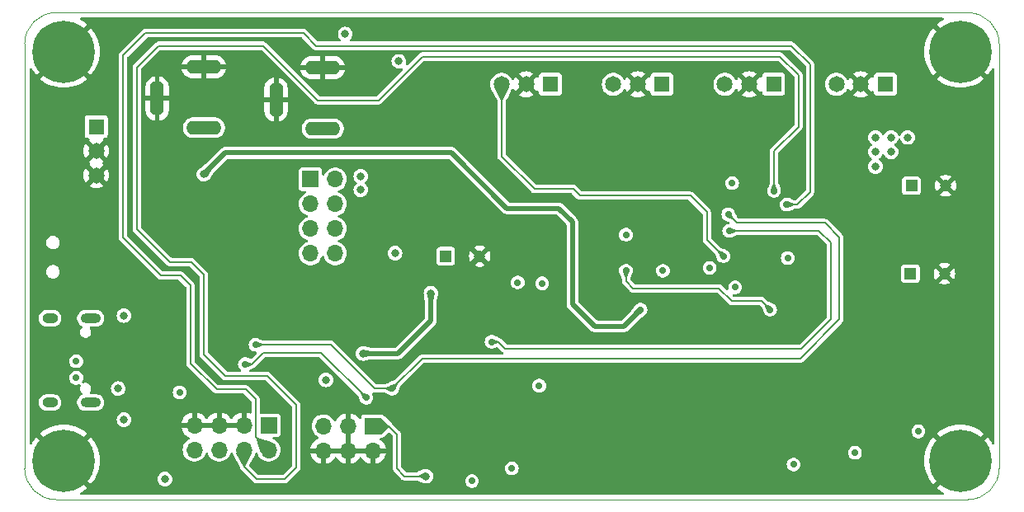
<source format=gbr>
%TF.GenerationSoftware,KiCad,Pcbnew,8.0.6*%
%TF.CreationDate,2026-01-03T17:25:48-08:00*%
%TF.ProjectId,USBPD_Board,55534250-445f-4426-9f61-72642e6b6963,A*%
%TF.SameCoordinates,PX5f5e100PY7270e00*%
%TF.FileFunction,Copper,L3,Inr*%
%TF.FilePolarity,Positive*%
%FSLAX46Y46*%
G04 Gerber Fmt 4.6, Leading zero omitted, Abs format (unit mm)*
G04 Created by KiCad (PCBNEW 8.0.6) date 2026-01-03 17:25:48*
%MOMM*%
%LPD*%
G01*
G04 APERTURE LIST*
%TA.AperFunction,ComponentPad*%
%ADD10R,1.200000X1.200000*%
%TD*%
%TA.AperFunction,ComponentPad*%
%ADD11C,1.200000*%
%TD*%
%TA.AperFunction,ComponentPad*%
%ADD12R,1.650000X1.650000*%
%TD*%
%TA.AperFunction,ComponentPad*%
%ADD13C,1.650000*%
%TD*%
%TA.AperFunction,ComponentPad*%
%ADD14R,1.700000X1.700000*%
%TD*%
%TA.AperFunction,ComponentPad*%
%ADD15O,1.700000X1.700000*%
%TD*%
%TA.AperFunction,ComponentPad*%
%ADD16C,6.400000*%
%TD*%
%TA.AperFunction,ComponentPad*%
%ADD17O,3.600000X1.400000*%
%TD*%
%TA.AperFunction,ComponentPad*%
%ADD18O,1.400000X3.600000*%
%TD*%
%TA.AperFunction,ComponentPad*%
%ADD19O,2.100000X1.000000*%
%TD*%
%TA.AperFunction,ComponentPad*%
%ADD20O,1.600000X1.000000*%
%TD*%
%TA.AperFunction,ViaPad*%
%ADD21C,0.700000*%
%TD*%
%TA.AperFunction,ViaPad*%
%ADD22C,0.800000*%
%TD*%
%TA.AperFunction,ViaPad*%
%ADD23C,0.900000*%
%TD*%
%TA.AperFunction,Conductor*%
%ADD24C,0.500000*%
%TD*%
%TA.AperFunction,Conductor*%
%ADD25C,0.150000*%
%TD*%
%TA.AperFunction,Profile*%
%ADD26C,0.050000*%
%TD*%
G04 APERTURE END LIST*
D10*
%TO.N,+VOUT_SMPS*%
%TO.C,C35*%
X90987500Y32237500D03*
D11*
%TO.N,GND*%
X94487500Y32237500D03*
%TD*%
D12*
%TO.N,+VOUT_SMPS*%
%TO.C,JST2*%
X65400000Y42650000D03*
D13*
%TO.N,GND*%
X62900000Y42650000D03*
%TO.N,/Interfaces/RST_BTN*%
X60400000Y42650000D03*
%TD*%
D10*
%TO.N,+VOUT_SMPS*%
%TO.C,C51*%
X90887500Y23200000D03*
D11*
%TO.N,GND*%
X94387500Y23200000D03*
%TD*%
D12*
%TO.N,+VOUT_SMPS*%
%TO.C,JST1*%
X53950000Y42650000D03*
D13*
%TO.N,GND*%
X51450000Y42650000D03*
%TO.N,/Interfaces/RST_BTN*%
X48950000Y42650000D03*
%TD*%
D14*
%TO.N,/Power_IO/CONN1+*%
%TO.C,J10*%
X29325000Y32900000D03*
D15*
%TO.N,/Power_IO/+VIN_S*%
X31865000Y32900000D03*
%TO.N,/Power_IO/CONN2+*%
X29325000Y30360000D03*
%TO.N,/Power_IO/+VIN_S*%
X31865000Y30360000D03*
%TO.N,/Power_IO/PWR+_PP*%
X29325000Y27820000D03*
%TO.N,/Power_IO/+VIN_S*%
X31865000Y27820000D03*
%TO.N,VBUS_PWR+*%
X29325000Y25280000D03*
%TO.N,/Power_IO/+VIN_S*%
X31865000Y25280000D03*
%TD*%
D12*
%TO.N,/Power_IO/PWR+*%
%TO.C,JST5*%
X7350000Y38300000D03*
D13*
%TO.N,GND*%
X7350000Y35800000D03*
X7350000Y33300000D03*
%TD*%
D16*
%TO.N,GND*%
%TO.C,H3*%
X96000000Y46000000D03*
%TD*%
%TO.N,GND*%
%TO.C,H1*%
X4000000Y46000000D03*
%TD*%
D12*
%TO.N,+VOUT_SMPS*%
%TO.C,JST3*%
X76850000Y42650000D03*
D13*
%TO.N,GND*%
X74350000Y42650000D03*
%TO.N,/Interfaces/RST_BTN*%
X71850000Y42650000D03*
%TD*%
D14*
%TO.N,+3.3V*%
%TO.C,J1*%
X25040000Y7640000D03*
D15*
%TO.N,/Interfaces/I{slash}O_HDR0*%
X25040000Y5100000D03*
%TO.N,GND*%
X22500000Y7640000D03*
%TO.N,/Interfaces/I{slash}O_HDR1*%
X22500000Y5100000D03*
%TO.N,GND*%
X19960000Y7640000D03*
%TO.N,/Interfaces/I{slash}O_HDR2*%
X19960000Y5100000D03*
%TO.N,GND*%
X17420000Y7640000D03*
%TO.N,/Interfaces/I{slash}O_HDR3*%
X17420000Y5100000D03*
%TD*%
D12*
%TO.N,+VOUT_SMPS*%
%TO.C,JST4*%
X88300000Y42650000D03*
D13*
%TO.N,GND*%
X85800000Y42650000D03*
%TO.N,/Interfaces/RST_BTN*%
X83300000Y42650000D03*
%TD*%
D16*
%TO.N,GND*%
%TO.C,H2*%
X4000000Y4000000D03*
%TD*%
D10*
%TO.N,+VIN_SMPS*%
%TO.C,C45*%
X43200000Y25000000D03*
D11*
%TO.N,GND*%
X46700000Y25000000D03*
%TD*%
D16*
%TO.N,GND*%
%TO.C,H4*%
X96000000Y4000000D03*
%TD*%
D17*
%TO.N,/Power_IO/CONN2+*%
%TO.C,CONN1*%
X18400000Y38187500D03*
%TO.N,GND*%
X18400000Y44437500D03*
D18*
X13600000Y41187500D03*
%TD*%
D17*
%TO.N,/Power_IO/CONN1+*%
%TO.C,CONN2*%
X30600000Y38087500D03*
%TO.N,GND*%
X30600000Y44337500D03*
D18*
X25800000Y41087500D03*
%TD*%
D19*
%TO.N,Net-(J3-SHIELD)*%
%TO.C,J3*%
X6780000Y18610000D03*
D20*
X2600000Y18610000D03*
D19*
X6780000Y9970000D03*
D20*
X2600000Y9970000D03*
%TD*%
D14*
%TO.N,/Interfaces/I2C1_SDA_HDR*%
%TO.C,J6*%
X35725000Y7550000D03*
D15*
%TO.N,GND*%
X35725000Y5010000D03*
X33185000Y7550000D03*
X33185000Y5010000D03*
%TO.N,/Interfaces/I2C1_SCL_HDR*%
X30645000Y7550000D03*
%TO.N,GND*%
X30645000Y5010000D03*
%TD*%
D21*
%TO.N,GND*%
X53400000Y20900000D03*
X5200000Y16400000D03*
X78300000Y31600000D03*
X61200000Y2200000D03*
X76600000Y11900000D03*
X82400000Y12600000D03*
D22*
X63800000Y18100000D03*
X98000000Y41000000D03*
D21*
X89300000Y4100000D03*
D22*
X86500000Y19500000D03*
D21*
X3900000Y12700000D03*
D22*
X86500000Y23500000D03*
D21*
X14400000Y33100000D03*
X49400000Y1900000D03*
X61400000Y19800000D03*
X16000000Y9700000D03*
D22*
X16800000Y33600000D03*
X44600000Y48300000D03*
D21*
X47200000Y1100000D03*
D22*
X98000000Y11000000D03*
D21*
X32300000Y11300000D03*
X78900000Y29300000D03*
X33700000Y16200000D03*
X1600000Y42000000D03*
D22*
X35800000Y24100000D03*
D21*
X72700000Y24300000D03*
D22*
X98000000Y36000000D03*
D21*
X86800000Y3500000D03*
X4400000Y11300000D03*
X10900000Y9300000D03*
D22*
X34400000Y26200000D03*
X96500000Y17000000D03*
D21*
X79400000Y24000000D03*
X35200000Y16400000D03*
D22*
X45000000Y42400000D03*
D21*
X65200000Y26400000D03*
X25700000Y10100000D03*
D22*
X39600000Y42600000D03*
D21*
X69200000Y23300000D03*
D22*
X98000000Y13500000D03*
D21*
X2900000Y22000000D03*
X82400000Y14000000D03*
X47400000Y34600000D03*
D22*
X51800000Y25700000D03*
D21*
X75900000Y29300000D03*
X56600000Y2200000D03*
X82400000Y15300000D03*
X83800000Y5200000D03*
D22*
X21700000Y17400000D03*
D21*
X39600000Y45700000D03*
D22*
X59400000Y19500000D03*
X74700000Y19200000D03*
D21*
X79400000Y2300000D03*
D22*
X86500000Y21500000D03*
D21*
X51100000Y2100000D03*
D22*
X96500000Y9500000D03*
D21*
X73900000Y32000000D03*
D22*
X6900000Y7900000D03*
D21*
X33800000Y9900000D03*
D22*
X14400000Y36500000D03*
X98000000Y21000000D03*
X86500000Y25500000D03*
D21*
X80900000Y11900000D03*
D22*
X54600000Y25700000D03*
D21*
X91200000Y2300000D03*
D22*
X86500000Y27500000D03*
D21*
X85200000Y2300000D03*
D22*
X96500000Y27000000D03*
D21*
X58900000Y2200000D03*
X77200000Y20500000D03*
D22*
X8000000Y6300000D03*
D21*
X38100000Y8600000D03*
X86400000Y5700000D03*
X54100000Y2200000D03*
D22*
X41900000Y48300000D03*
D21*
X65700000Y2200000D03*
X50900000Y37300000D03*
D22*
X8400000Y20300000D03*
D21*
X51800000Y22700000D03*
D22*
X98000000Y18500000D03*
X82000000Y30500000D03*
X98000000Y23500000D03*
X9700000Y9900000D03*
X67000000Y19800000D03*
D21*
X94000000Y7900000D03*
X74300000Y22300000D03*
X40000000Y1300000D03*
D22*
X9000000Y47500000D03*
D21*
X83500000Y13200000D03*
D22*
X96000000Y37500000D03*
D21*
X63500000Y2200000D03*
X78200000Y1600000D03*
X70400000Y2300000D03*
D22*
X59500000Y21100000D03*
D21*
X52700000Y3000000D03*
D22*
X31100000Y48800000D03*
X96000000Y40000000D03*
X37900000Y23900000D03*
D21*
X88400000Y2300000D03*
X60000000Y27100000D03*
X42100000Y1300000D03*
X74200000Y29300000D03*
D22*
X41300000Y44200000D03*
D21*
X77400000Y29300000D03*
D22*
X70700000Y19800000D03*
X37000000Y45500000D03*
D21*
X39500000Y5900000D03*
X13400000Y1100000D03*
D22*
X96500000Y12000000D03*
D21*
X83500000Y14500000D03*
X72900000Y2300000D03*
D22*
X34300000Y48700000D03*
X98000000Y28500000D03*
X14400000Y34800000D03*
D21*
X36500000Y10700000D03*
D22*
X34500000Y29700000D03*
D23*
X34500000Y28100000D03*
D21*
X45000000Y3000000D03*
X49100000Y17100000D03*
X40200000Y3600000D03*
X45500000Y37000000D03*
D22*
X21500000Y19200000D03*
D21*
X17500000Y10000000D03*
D22*
X96500000Y19500000D03*
D21*
X75400000Y32100000D03*
X77500000Y10900000D03*
X67350000Y28550000D03*
X49600000Y32400000D03*
X49300000Y18300000D03*
D22*
X39300000Y48300000D03*
X82800000Y32300000D03*
D21*
X71200000Y28000000D03*
X53500000Y10400000D03*
D22*
X98000000Y31000000D03*
D21*
X91500000Y5600000D03*
D22*
X96500000Y14500000D03*
D21*
X83500000Y11900000D03*
X78200000Y26400000D03*
D22*
X98000000Y38500000D03*
X47100000Y20300000D03*
D21*
X65150000Y28550000D03*
X2900000Y25000000D03*
X4000000Y17200000D03*
X11800000Y4300000D03*
X12100000Y23500000D03*
X46500000Y19100000D03*
X64400000Y20100000D03*
X80400000Y25300000D03*
D22*
X98000000Y16000000D03*
D21*
X49500000Y23200000D03*
X15200000Y1100000D03*
D22*
X98000000Y26000000D03*
D21*
X51200000Y35200000D03*
X30700000Y10700000D03*
X23000000Y15000000D03*
X82300000Y11200000D03*
X24500000Y17300000D03*
X68000000Y2200000D03*
D22*
X49400000Y21300000D03*
X98000000Y33500000D03*
X45000000Y44300000D03*
D21*
X54200000Y23000000D03*
D22*
X98000000Y8500000D03*
%TO.N,+5V*%
X18400000Y33400000D03*
D21*
X63200000Y19500000D03*
D22*
%TO.N,+VIN_SMPS*%
X41700000Y21200000D03*
X34700000Y15000000D03*
D21*
%TO.N,+3.3V*%
X72600000Y32500000D03*
D22*
X10200000Y8200000D03*
X30900000Y12300000D03*
X14400000Y2100000D03*
D21*
X78300000Y24800000D03*
%TO.N,/Interfaces/RST_BTN*%
X71700000Y25000000D03*
X15900000Y11000000D03*
D22*
%TO.N,+VOUT_SMPS*%
X88900000Y35700000D03*
X87300000Y34200000D03*
X90600000Y37200000D03*
X88900000Y37200000D03*
X87300000Y35700000D03*
X87300000Y37200000D03*
D21*
%TO.N,/Interfaces/I2C1_SDA_HDR*%
X37700000Y11400000D03*
D22*
X41200000Y2400000D03*
D21*
X23700000Y15900000D03*
X72200000Y29300000D03*
%TO.N,/Interfaces/I2C1_SCL_HDR*%
X47900000Y16200000D03*
X22600000Y13900000D03*
X35050000Y10450000D03*
X72300000Y27600000D03*
%TO.N,/USB/USB_D2+*%
X5300000Y14200000D03*
X5300000Y12500000D03*
D22*
%TO.N,VBUS_PWR+*%
X9600000Y11400000D03*
X10200000Y18900000D03*
D21*
%TO.N,/MCP19061/ISPIN*%
X50600000Y22300000D03*
X45900000Y1900000D03*
%TO.N,/MCP19061/ISNIN*%
X50000000Y3200000D03*
X53100000Y22200000D03*
%TO.N,/MCP19061/ISNOUT*%
X70300000Y23800000D03*
X91700000Y7000000D03*
%TO.N,/MCP19061/ISPOUT*%
X85200000Y4800000D03*
X72900000Y21800000D03*
%TO.N,/MCP19061/HG1*%
X52800000Y11700000D03*
X61700000Y27200000D03*
%TO.N,/MCP19061/HG2*%
X65500000Y23500000D03*
X78900000Y3600000D03*
%TO.N,/MCP19061/LG2*%
X76500000Y19500000D03*
X61700000Y23500000D03*
%TO.N,/Interfaces/I{slash}O_HDR0*%
X78200000Y30300000D03*
%TO.N,/Interfaces/I{slash}O_HDR1*%
X76900000Y31700000D03*
D22*
%TO.N,Net-(R2-Pad2)*%
X32900000Y47800000D03*
X38400000Y45000000D03*
%TO.N,/Power_IO/ONF_GATE*%
X38000000Y25300000D03*
%TO.N,/Power_IO/+VIN_S*%
X34500000Y31800000D03*
X34500000Y33200000D03*
%TD*%
D24*
%TO.N,+5V*%
X56200000Y28500000D02*
X56200000Y20100000D01*
X43800000Y35600000D02*
X49500000Y29900000D01*
X49500000Y29900000D02*
X54800000Y29900000D01*
X18400000Y33400000D02*
X20600000Y35600000D01*
X56200000Y20100000D02*
X58500000Y17800000D01*
X54800000Y29900000D02*
X56200000Y28500000D01*
X58500000Y17800000D02*
X61500000Y17800000D01*
X20600000Y35600000D02*
X43800000Y35600000D01*
X61500000Y17800000D02*
X63200000Y19500000D01*
%TO.N,+VIN_SMPS*%
X41700000Y18400000D02*
X41700000Y21200000D01*
X34700000Y15000000D02*
X38300000Y15000000D01*
X38300000Y15000000D02*
X41700000Y18400000D01*
D25*
%TO.N,/Interfaces/RST_BTN*%
X68300000Y31200000D02*
X70000000Y29500000D01*
X70000000Y26700000D02*
X71700000Y25000000D01*
X52300000Y31900000D02*
X56300000Y31900000D01*
X48950000Y42650000D02*
X48950000Y35250000D01*
X56300000Y31900000D02*
X57000000Y31200000D01*
X57000000Y31200000D02*
X68300000Y31200000D01*
X48950000Y35250000D02*
X52300000Y31900000D01*
X70000000Y29500000D02*
X70000000Y26700000D01*
%TO.N,/Interfaces/I2C1_SDA_HDR*%
X40800000Y14500000D02*
X37700000Y11400000D01*
X38200000Y3200000D02*
X38200000Y6700000D01*
X83600000Y26900000D02*
X83600000Y18500000D01*
X39000000Y2400000D02*
X38200000Y3200000D01*
X82100000Y28400000D02*
X83600000Y26900000D01*
X23700000Y15900000D02*
X31400000Y15900000D01*
X83600000Y18500000D02*
X79600000Y14500000D01*
X37350000Y7550000D02*
X35725000Y7550000D01*
X72200000Y29300000D02*
X73100000Y28400000D01*
X79600000Y14500000D02*
X40800000Y14500000D01*
X73100000Y28400000D02*
X82100000Y28400000D01*
X38200000Y6700000D02*
X37350000Y7550000D01*
X41200000Y2400000D02*
X39000000Y2400000D01*
X31400000Y15900000D02*
X35900000Y11400000D01*
X35900000Y11400000D02*
X37700000Y11400000D01*
%TO.N,/Interfaces/I2C1_SCL_HDR*%
X47900000Y16200000D02*
X48600000Y16200000D01*
X49300000Y15500000D02*
X79700000Y15500000D01*
X22600000Y13900000D02*
X23300000Y13900000D01*
X79700000Y15500000D02*
X82700000Y18500000D01*
X81500000Y27600000D02*
X72300000Y27600000D01*
X82700000Y18500000D02*
X82700000Y26400000D01*
X48600000Y16200000D02*
X49300000Y15500000D01*
X24500000Y15100000D02*
X30400000Y15100000D01*
X23300000Y13900000D02*
X24500000Y15100000D01*
X82700000Y26400000D02*
X81500000Y27600000D01*
X30400000Y15100000D02*
X35050000Y10450000D01*
%TO.N,/MCP19061/LG2*%
X75600000Y20400000D02*
X76500000Y19500000D01*
X61700000Y22400000D02*
X62400000Y21700000D01*
X71258058Y21700000D02*
X72558058Y20400000D01*
X72558058Y20400000D02*
X75600000Y20400000D01*
X62400000Y21700000D02*
X71258058Y21700000D01*
X61700000Y23500000D02*
X61700000Y22400000D01*
%TO.N,/Interfaces/I{slash}O_HDR0*%
X80600000Y44700000D02*
X78700000Y46600000D01*
X14000000Y23000000D02*
X16000000Y23000000D01*
X12400000Y47900000D02*
X10100000Y45600000D01*
X80600000Y31600000D02*
X80600000Y44700000D01*
X78700000Y46600000D02*
X29900000Y46600000D01*
X23700000Y6440000D02*
X25040000Y5100000D01*
X22700000Y11300000D02*
X23700000Y10300000D01*
X17000000Y14000000D02*
X19700000Y11300000D01*
X10100000Y45600000D02*
X10100000Y26900000D01*
X19700000Y11300000D02*
X22700000Y11300000D01*
X28600000Y47900000D02*
X12400000Y47900000D01*
X17000000Y22000000D02*
X17000000Y14000000D01*
X79300000Y30300000D02*
X80600000Y31600000D01*
X78200000Y30300000D02*
X79300000Y30300000D01*
X29900000Y46600000D02*
X28600000Y47900000D01*
X16000000Y23000000D02*
X17000000Y22000000D01*
X10100000Y26900000D02*
X14000000Y23000000D01*
X23700000Y10300000D02*
X23700000Y6440000D01*
%TO.N,/Interfaces/I{slash}O_HDR1*%
X79400000Y38300000D02*
X79400000Y43600000D01*
X27900000Y9700000D02*
X27900000Y3300000D01*
X24900000Y12700000D02*
X27900000Y9700000D01*
X22500000Y3400000D02*
X22500000Y5100000D01*
X11500000Y27800000D02*
X14900000Y24400000D01*
X40800000Y45500000D02*
X36300000Y41000000D01*
X18400000Y23100000D02*
X18400000Y14900000D01*
X18400000Y14900000D02*
X20600000Y12700000D01*
X17100000Y24400000D02*
X18400000Y23100000D01*
X20600000Y12700000D02*
X24900000Y12700000D01*
X30100000Y41000000D02*
X24500000Y46600000D01*
X77500000Y45500000D02*
X40800000Y45500000D01*
X76900000Y31700000D02*
X76900000Y35800000D01*
X36300000Y41000000D02*
X30100000Y41000000D01*
X24500000Y46600000D02*
X13700000Y46600000D01*
X14900000Y24400000D02*
X17100000Y24400000D01*
X27900000Y3300000D02*
X26700000Y2100000D01*
X76900000Y35800000D02*
X79400000Y38300000D01*
X26700000Y2100000D02*
X23800000Y2100000D01*
X11500000Y44400000D02*
X11500000Y27800000D01*
X23800000Y2100000D02*
X22500000Y3400000D01*
X13700000Y46600000D02*
X11500000Y44400000D01*
X79400000Y43600000D02*
X77500000Y45500000D01*
%TD*%
%TA.AperFunction,Conductor*%
%TO.N,GND*%
G36*
X32719075Y5202993D02*
G01*
X32685000Y5075826D01*
X32685000Y4944174D01*
X32719075Y4817007D01*
X32751988Y4760000D01*
X31078012Y4760000D01*
X31110925Y4817007D01*
X31145000Y4944174D01*
X31145000Y5075826D01*
X31110925Y5202993D01*
X31078012Y5260000D01*
X32751988Y5260000D01*
X32719075Y5202993D01*
G37*
%TD.AperFunction*%
%TA.AperFunction,Conductor*%
G36*
X35259075Y5202993D02*
G01*
X35225000Y5075826D01*
X35225000Y4944174D01*
X35259075Y4817007D01*
X35291988Y4760000D01*
X33618012Y4760000D01*
X33650925Y4817007D01*
X33685000Y4944174D01*
X33685000Y5075826D01*
X33650925Y5202993D01*
X33618012Y5260000D01*
X35291988Y5260000D01*
X35259075Y5202993D01*
G37*
%TD.AperFunction*%
%TA.AperFunction,Conductor*%
G36*
X33435000Y5443012D02*
G01*
X33377993Y5475925D01*
X33250826Y5510000D01*
X33119174Y5510000D01*
X32992007Y5475925D01*
X32935000Y5443012D01*
X32935000Y7116988D01*
X32992007Y7084075D01*
X33119174Y7050000D01*
X33250826Y7050000D01*
X33377993Y7084075D01*
X33435000Y7116988D01*
X33435000Y5443012D01*
G37*
%TD.AperFunction*%
%TA.AperFunction,Conductor*%
G36*
X19494075Y7832993D02*
G01*
X19460000Y7705826D01*
X19460000Y7574174D01*
X19494075Y7447007D01*
X19526988Y7390000D01*
X17853012Y7390000D01*
X17885925Y7447007D01*
X17920000Y7574174D01*
X17920000Y7705826D01*
X17885925Y7832993D01*
X17853012Y7890000D01*
X19526988Y7890000D01*
X19494075Y7832993D01*
G37*
%TD.AperFunction*%
%TA.AperFunction,Conductor*%
G36*
X22034075Y7832993D02*
G01*
X22000000Y7705826D01*
X22000000Y7574174D01*
X22034075Y7447007D01*
X22066988Y7390000D01*
X20393012Y7390000D01*
X20425925Y7447007D01*
X20460000Y7574174D01*
X20460000Y7705826D01*
X20425925Y7832993D01*
X20393012Y7890000D01*
X22066988Y7890000D01*
X22034075Y7832993D01*
G37*
%TD.AperFunction*%
%TA.AperFunction,Conductor*%
G36*
X94268745Y49479815D02*
G01*
X94314500Y49427011D01*
X94324444Y49357853D01*
X94295419Y49294297D01*
X94258001Y49265015D01*
X94147456Y49208690D01*
X93822206Y48997469D01*
X93564648Y48788905D01*
X93564648Y48788904D01*
X95059301Y47294252D01*
X94957670Y47220412D01*
X94779588Y47042330D01*
X94705748Y46940700D01*
X93211096Y48435352D01*
X93211095Y48435352D01*
X93002531Y48177794D01*
X92791310Y47852544D01*
X92615244Y47506995D01*
X92476262Y47144937D01*
X92375887Y46770331D01*
X92375886Y46770324D01*
X92315219Y46387288D01*
X92294922Y46000001D01*
X92294922Y46000000D01*
X92315219Y45612713D01*
X92375886Y45229677D01*
X92375887Y45229670D01*
X92476262Y44855064D01*
X92615244Y44493006D01*
X92791310Y44147457D01*
X93002531Y43822207D01*
X93211095Y43564650D01*
X93211096Y43564650D01*
X94705748Y45059302D01*
X94779588Y44957670D01*
X94957670Y44779588D01*
X95059300Y44705749D01*
X93564648Y43211097D01*
X93564649Y43211096D01*
X93822206Y43002532D01*
X94147456Y42791311D01*
X94493005Y42615245D01*
X94855063Y42476263D01*
X95229669Y42375888D01*
X95229676Y42375887D01*
X95612712Y42315220D01*
X95999999Y42294922D01*
X96000001Y42294922D01*
X96387287Y42315220D01*
X96770323Y42375887D01*
X96770330Y42375888D01*
X97144936Y42476263D01*
X97506994Y42615245D01*
X97852543Y42791311D01*
X98177783Y43002524D01*
X98177785Y43002525D01*
X98435349Y43211098D01*
X96940698Y44705749D01*
X97042330Y44779588D01*
X97220412Y44957670D01*
X97294251Y45059302D01*
X98788902Y43564651D01*
X98997475Y43822215D01*
X98997476Y43822217D01*
X99208691Y44147459D01*
X99208692Y44147462D01*
X99265015Y44258001D01*
X99312989Y44308798D01*
X99380810Y44325593D01*
X99446945Y44303056D01*
X99490397Y44248341D01*
X99499500Y44201707D01*
X99499500Y5798294D01*
X99479815Y5731255D01*
X99427011Y5685500D01*
X99357853Y5675556D01*
X99294297Y5704581D01*
X99265015Y5741999D01*
X99208689Y5852544D01*
X98997468Y6177794D01*
X98788904Y6435351D01*
X98788903Y6435352D01*
X97294251Y4940700D01*
X97220412Y5042330D01*
X97042330Y5220412D01*
X96940698Y5294252D01*
X98435350Y6788904D01*
X98435350Y6788905D01*
X98177793Y6997469D01*
X97852543Y7208690D01*
X97506994Y7384756D01*
X97144936Y7523738D01*
X96770330Y7624113D01*
X96770323Y7624114D01*
X96387287Y7684781D01*
X96000001Y7705078D01*
X95999999Y7705078D01*
X95612712Y7684781D01*
X95229676Y7624114D01*
X95229669Y7624113D01*
X94855063Y7523738D01*
X94493005Y7384756D01*
X94147456Y7208690D01*
X93822206Y6997469D01*
X93564648Y6788905D01*
X93564648Y6788904D01*
X95059301Y5294252D01*
X94957670Y5220412D01*
X94779588Y5042330D01*
X94705748Y4940700D01*
X93211096Y6435352D01*
X93211095Y6435352D01*
X93002531Y6177794D01*
X92791310Y5852544D01*
X92615244Y5506995D01*
X92476262Y5144937D01*
X92375887Y4770331D01*
X92375886Y4770324D01*
X92315219Y4387288D01*
X92294922Y4000001D01*
X92294922Y4000000D01*
X92315219Y3612713D01*
X92375886Y3229677D01*
X92375887Y3229670D01*
X92476262Y2855064D01*
X92615244Y2493006D01*
X92791310Y2147457D01*
X93002531Y1822207D01*
X93211095Y1564650D01*
X93211096Y1564650D01*
X94705748Y3059302D01*
X94779588Y2957670D01*
X94957670Y2779588D01*
X95059300Y2705749D01*
X93564648Y1211097D01*
X93564649Y1211096D01*
X93822206Y1002532D01*
X94147456Y791311D01*
X94258001Y734985D01*
X94308797Y687010D01*
X94325592Y619189D01*
X94303055Y553055D01*
X94248340Y509603D01*
X94201706Y500500D01*
X5798294Y500500D01*
X5731255Y520185D01*
X5685500Y572989D01*
X5675556Y642147D01*
X5704581Y705703D01*
X5741999Y734985D01*
X5852543Y791311D01*
X6177783Y1002524D01*
X6177785Y1002525D01*
X6435349Y1211098D01*
X4940698Y2705749D01*
X5042330Y2779588D01*
X5220412Y2957670D01*
X5294251Y3059302D01*
X6788902Y1564651D01*
X6997475Y1822215D01*
X6997476Y1822217D01*
X7177872Y2100003D01*
X13644751Y2100003D01*
X13644751Y2099998D01*
X13663685Y1931944D01*
X13719545Y1772306D01*
X13719547Y1772303D01*
X13809518Y1629116D01*
X13809523Y1629110D01*
X13929109Y1509524D01*
X13929115Y1509519D01*
X14072302Y1419548D01*
X14072305Y1419546D01*
X14072309Y1419545D01*
X14072310Y1419544D01*
X14144913Y1394140D01*
X14231943Y1363686D01*
X14399997Y1344751D01*
X14400000Y1344751D01*
X14400003Y1344751D01*
X14568056Y1363686D01*
X14568059Y1363687D01*
X14727690Y1419544D01*
X14727692Y1419546D01*
X14727694Y1419546D01*
X14727697Y1419548D01*
X14870884Y1509519D01*
X14870885Y1509520D01*
X14870890Y1509523D01*
X14990477Y1629110D01*
X15012203Y1663686D01*
X15080452Y1772303D01*
X15080454Y1772306D01*
X15080454Y1772308D01*
X15080456Y1772310D01*
X15136313Y1931941D01*
X15136313Y1931942D01*
X15136314Y1931944D01*
X15155249Y2099998D01*
X15155249Y2100003D01*
X15136314Y2268057D01*
X15105860Y2355087D01*
X15080456Y2427690D01*
X15080455Y2427691D01*
X15080454Y2427695D01*
X15080452Y2427698D01*
X14990481Y2570885D01*
X14990476Y2570891D01*
X14870890Y2690477D01*
X14870884Y2690482D01*
X14727697Y2780453D01*
X14727694Y2780455D01*
X14568056Y2836315D01*
X14400003Y2855249D01*
X14399997Y2855249D01*
X14231943Y2836315D01*
X14072305Y2780455D01*
X14072302Y2780453D01*
X13929115Y2690482D01*
X13929109Y2690477D01*
X13809523Y2570891D01*
X13809518Y2570885D01*
X13719547Y2427698D01*
X13719545Y2427695D01*
X13663685Y2268057D01*
X13644751Y2100003D01*
X7177872Y2100003D01*
X7208689Y2147457D01*
X7384755Y2493006D01*
X7523737Y2855064D01*
X7624112Y3229670D01*
X7624113Y3229677D01*
X7684780Y3612713D01*
X7705078Y4000000D01*
X7705078Y4000001D01*
X7684780Y4387288D01*
X7624113Y4770324D01*
X7624112Y4770331D01*
X7523737Y5144937D01*
X7384755Y5506995D01*
X7208689Y5852544D01*
X6997468Y6177794D01*
X6788904Y6435351D01*
X6788903Y6435352D01*
X5294251Y4940700D01*
X5220412Y5042330D01*
X5042330Y5220412D01*
X4940698Y5294252D01*
X6435350Y6788904D01*
X6435350Y6788905D01*
X6177793Y6997469D01*
X5852543Y7208690D01*
X5506994Y7384756D01*
X5144936Y7523738D01*
X4770330Y7624113D01*
X4770323Y7624114D01*
X4387287Y7684781D01*
X4000001Y7705078D01*
X3999999Y7705078D01*
X3612712Y7684781D01*
X3229676Y7624114D01*
X3229669Y7624113D01*
X2855063Y7523738D01*
X2493005Y7384756D01*
X2147456Y7208690D01*
X1822206Y6997469D01*
X1564648Y6788905D01*
X1564648Y6788904D01*
X3059301Y5294252D01*
X2957670Y5220412D01*
X2779588Y5042330D01*
X2705748Y4940699D01*
X1211096Y6435352D01*
X1211095Y6435352D01*
X1002531Y6177794D01*
X791310Y5852544D01*
X734985Y5741999D01*
X687010Y5691203D01*
X619189Y5674408D01*
X553055Y5696945D01*
X509603Y5751660D01*
X500500Y5798294D01*
X500500Y8200003D01*
X9444751Y8200003D01*
X9444751Y8199998D01*
X9463685Y8031944D01*
X9519545Y7872306D01*
X9519547Y7872303D01*
X9609518Y7729116D01*
X9609523Y7729110D01*
X9729109Y7609524D01*
X9729115Y7609519D01*
X9872302Y7519548D01*
X9872305Y7519546D01*
X9872309Y7519545D01*
X9872310Y7519544D01*
X9888154Y7514000D01*
X10031943Y7463686D01*
X10199997Y7444751D01*
X10200000Y7444751D01*
X10200003Y7444751D01*
X10368056Y7463686D01*
X10380182Y7467929D01*
X10527690Y7519544D01*
X10527692Y7519546D01*
X10527694Y7519546D01*
X10527697Y7519548D01*
X10670884Y7609519D01*
X10670885Y7609520D01*
X10670890Y7609523D01*
X10790477Y7729110D01*
X10790481Y7729116D01*
X10880452Y7872303D01*
X10880454Y7872306D01*
X10880454Y7872308D01*
X10880456Y7872310D01*
X10936313Y8031941D01*
X10936313Y8031942D01*
X10936314Y8031944D01*
X10955249Y8199998D01*
X10955249Y8200003D01*
X10936314Y8368057D01*
X10880454Y8527695D01*
X10880452Y8527698D01*
X10790481Y8670885D01*
X10790476Y8670891D01*
X10670890Y8790477D01*
X10670884Y8790482D01*
X10527697Y8880453D01*
X10527694Y8880455D01*
X10368056Y8936315D01*
X10200003Y8955249D01*
X10199997Y8955249D01*
X10031943Y8936315D01*
X9872305Y8880455D01*
X9872302Y8880453D01*
X9729115Y8790482D01*
X9729109Y8790477D01*
X9609523Y8670891D01*
X9609518Y8670885D01*
X9519547Y8527698D01*
X9519545Y8527695D01*
X9463685Y8368057D01*
X9444751Y8200003D01*
X500500Y8200003D01*
X500500Y10053772D01*
X1449500Y10053772D01*
X1449500Y9886229D01*
X1482182Y9721926D01*
X1482184Y9721918D01*
X1546295Y9567140D01*
X1639373Y9427838D01*
X1757837Y9309374D01*
X1850494Y9247463D01*
X1897137Y9216297D01*
X2051918Y9152184D01*
X2216228Y9119501D01*
X2216232Y9119500D01*
X2216233Y9119500D01*
X2983768Y9119500D01*
X2983769Y9119501D01*
X3148082Y9152184D01*
X3302863Y9216297D01*
X3442162Y9309374D01*
X3560626Y9427838D01*
X3653703Y9567137D01*
X3717816Y9721918D01*
X3750500Y9886233D01*
X3750500Y10053767D01*
X3717816Y10218082D01*
X3660681Y10356016D01*
X3653704Y10372861D01*
X3560626Y10512163D01*
X3442162Y10630627D01*
X3302860Y10723705D01*
X3148082Y10787816D01*
X3148074Y10787818D01*
X2983771Y10820500D01*
X2983767Y10820500D01*
X2216233Y10820500D01*
X2216228Y10820500D01*
X2051925Y10787818D01*
X2051917Y10787816D01*
X1897139Y10723705D01*
X1757837Y10630627D01*
X1639373Y10512163D01*
X1546295Y10372861D01*
X1482184Y10218083D01*
X1482182Y10218075D01*
X1449500Y10053772D01*
X500500Y10053772D01*
X500500Y12500000D01*
X4594355Y12500000D01*
X4614859Y12331131D01*
X4614860Y12331126D01*
X4675182Y12172069D01*
X4699862Y12136315D01*
X4771817Y12032071D01*
X4877505Y11938440D01*
X4899150Y11919264D01*
X5040296Y11845185D01*
X5049775Y11840210D01*
X5214944Y11799500D01*
X5385056Y11799500D01*
X5550225Y11840210D01*
X5586381Y11859187D01*
X5654887Y11872912D01*
X5719940Y11847421D01*
X5760885Y11790805D01*
X5764722Y11721041D01*
X5751393Y11687390D01*
X5713720Y11622139D01*
X5713720Y11622138D01*
X5713720Y11622137D01*
X5713719Y11622135D01*
X5674500Y11475766D01*
X5674500Y11324235D01*
X5713719Y11177864D01*
X5737847Y11136074D01*
X5789485Y11046635D01*
X5789487Y11046633D01*
X5897636Y10938484D01*
X5931121Y10877161D01*
X5926137Y10807469D01*
X5884265Y10751536D01*
X5857408Y10736242D01*
X5827139Y10723705D01*
X5687837Y10630627D01*
X5569373Y10512163D01*
X5476295Y10372861D01*
X5412184Y10218083D01*
X5412182Y10218075D01*
X5379500Y10053772D01*
X5379500Y9886229D01*
X5412182Y9721926D01*
X5412184Y9721918D01*
X5476295Y9567140D01*
X5569373Y9427838D01*
X5687837Y9309374D01*
X5780494Y9247463D01*
X5827137Y9216297D01*
X5981918Y9152184D01*
X6146228Y9119501D01*
X6146232Y9119500D01*
X6146233Y9119500D01*
X7413768Y9119500D01*
X7413769Y9119501D01*
X7578082Y9152184D01*
X7732863Y9216297D01*
X7872162Y9309374D01*
X7990626Y9427838D01*
X8083703Y9567137D01*
X8147816Y9721918D01*
X8180500Y9886233D01*
X8180500Y10053767D01*
X8147816Y10218082D01*
X8090681Y10356016D01*
X8083704Y10372861D01*
X7990626Y10512163D01*
X7872162Y10630627D01*
X7732860Y10723705D01*
X7578082Y10787816D01*
X7578074Y10787818D01*
X7413771Y10820500D01*
X7413767Y10820500D01*
X6783742Y10820500D01*
X6716703Y10840185D01*
X6670948Y10892989D01*
X6661004Y10962147D01*
X6690029Y11025703D01*
X6696061Y11032181D01*
X6702617Y11038737D01*
X6710515Y11046635D01*
X6786281Y11177865D01*
X6825500Y11324234D01*
X6825500Y11400003D01*
X8844751Y11400003D01*
X8844751Y11399998D01*
X8863685Y11231944D01*
X8919545Y11072306D01*
X8919547Y11072303D01*
X9009518Y10929116D01*
X9009523Y10929110D01*
X9129109Y10809524D01*
X9129115Y10809519D01*
X9272302Y10719548D01*
X9272305Y10719546D01*
X9272309Y10719545D01*
X9272310Y10719544D01*
X9329593Y10699500D01*
X9431943Y10663686D01*
X9599997Y10644751D01*
X9600000Y10644751D01*
X9600003Y10644751D01*
X9768056Y10663686D01*
X9768059Y10663687D01*
X9927690Y10719544D01*
X9927692Y10719546D01*
X9927694Y10719546D01*
X9927697Y10719548D01*
X10070884Y10809519D01*
X10070885Y10809520D01*
X10070890Y10809523D01*
X10190477Y10929110D01*
X10221647Y10978716D01*
X10235021Y11000000D01*
X15194355Y11000000D01*
X15214859Y10831131D01*
X15214860Y10831126D01*
X15275182Y10672069D01*
X15337475Y10581823D01*
X15371817Y10532071D01*
X15477505Y10438440D01*
X15499150Y10419264D01*
X15649773Y10340211D01*
X15649775Y10340210D01*
X15814944Y10299500D01*
X15985056Y10299500D01*
X16150225Y10340210D01*
X16229692Y10381919D01*
X16300849Y10419264D01*
X16300850Y10419266D01*
X16300852Y10419266D01*
X16428183Y10532071D01*
X16524818Y10672070D01*
X16585140Y10831128D01*
X16605645Y11000000D01*
X16585140Y11168872D01*
X16581729Y11177865D01*
X16532897Y11306626D01*
X16524818Y11327930D01*
X16428183Y11467929D01*
X16320094Y11563687D01*
X16300849Y11580737D01*
X16150226Y11659790D01*
X15985056Y11700500D01*
X15814944Y11700500D01*
X15649773Y11659790D01*
X15499150Y11580737D01*
X15371816Y11467928D01*
X15275182Y11327932D01*
X15214860Y11168875D01*
X15214859Y11168870D01*
X15194355Y11000000D01*
X10235021Y11000000D01*
X10280452Y11072303D01*
X10280454Y11072306D01*
X10280454Y11072308D01*
X10280456Y11072310D01*
X10336313Y11231941D01*
X10336313Y11231942D01*
X10336314Y11231944D01*
X10355249Y11399998D01*
X10355249Y11400003D01*
X10336314Y11568057D01*
X10299500Y11673266D01*
X10280456Y11727690D01*
X10280455Y11727691D01*
X10280454Y11727695D01*
X10280452Y11727698D01*
X10190481Y11870885D01*
X10190476Y11870891D01*
X10070890Y11990477D01*
X10070884Y11990482D01*
X9927697Y12080453D01*
X9927694Y12080455D01*
X9768056Y12136315D01*
X9600003Y12155249D01*
X9599997Y12155249D01*
X9431943Y12136315D01*
X9272305Y12080455D01*
X9272302Y12080453D01*
X9129115Y11990482D01*
X9129109Y11990477D01*
X9009523Y11870891D01*
X9009518Y11870885D01*
X8919547Y11727698D01*
X8919545Y11727695D01*
X8863685Y11568057D01*
X8844751Y11400003D01*
X6825500Y11400003D01*
X6825500Y11475766D01*
X6786281Y11622135D01*
X6710515Y11753365D01*
X6603365Y11860515D01*
X6537750Y11898398D01*
X6472136Y11936281D01*
X6398950Y11955891D01*
X6325766Y11975500D01*
X6174234Y11975500D01*
X6027420Y11936162D01*
X5957570Y11937825D01*
X5899708Y11976988D01*
X5872204Y12041217D01*
X5883791Y12110119D01*
X5893269Y12126365D01*
X5924818Y12172070D01*
X5985140Y12331128D01*
X6005645Y12500000D01*
X5985140Y12668872D01*
X5924818Y12827930D01*
X5828183Y12967929D01*
X5700852Y13080734D01*
X5700849Y13080737D01*
X5550226Y13159790D01*
X5385056Y13200500D01*
X5214944Y13200500D01*
X5049773Y13159790D01*
X4899150Y13080737D01*
X4771816Y12967928D01*
X4675182Y12827932D01*
X4614860Y12668875D01*
X4614859Y12668870D01*
X4594355Y12500000D01*
X500500Y12500000D01*
X500500Y14200000D01*
X4594355Y14200000D01*
X4614859Y14031131D01*
X4614860Y14031126D01*
X4675182Y13872069D01*
X4700242Y13835764D01*
X4771817Y13732071D01*
X4877505Y13638440D01*
X4899150Y13619264D01*
X5049773Y13540211D01*
X5049775Y13540210D01*
X5214944Y13499500D01*
X5385056Y13499500D01*
X5550225Y13540210D01*
X5629692Y13581919D01*
X5700849Y13619264D01*
X5700850Y13619266D01*
X5700852Y13619266D01*
X5828183Y13732071D01*
X5924818Y13872070D01*
X5985140Y14031128D01*
X6005645Y14200000D01*
X5985140Y14368872D01*
X5973524Y14399500D01*
X5942716Y14480737D01*
X5924818Y14527930D01*
X5924003Y14529110D01*
X5853475Y14631287D01*
X5828183Y14667929D01*
X5700852Y14780734D01*
X5700849Y14780737D01*
X5550226Y14859790D01*
X5385056Y14900500D01*
X5214944Y14900500D01*
X5049773Y14859790D01*
X4899150Y14780737D01*
X4771816Y14667928D01*
X4675182Y14527932D01*
X4614860Y14368875D01*
X4614859Y14368870D01*
X4594355Y14200000D01*
X500500Y14200000D01*
X500500Y18693772D01*
X1449500Y18693772D01*
X1449500Y18526229D01*
X1482182Y18361926D01*
X1482184Y18361918D01*
X1546295Y18207140D01*
X1639373Y18067838D01*
X1757837Y17949374D01*
X1850494Y17887463D01*
X1897137Y17856297D01*
X2051918Y17792184D01*
X2216228Y17759501D01*
X2216232Y17759500D01*
X2216233Y17759500D01*
X2983768Y17759500D01*
X2983769Y17759501D01*
X3148082Y17792184D01*
X3302863Y17856297D01*
X3442162Y17949374D01*
X3560626Y18067838D01*
X3653703Y18207137D01*
X3717816Y18361918D01*
X3750500Y18526233D01*
X3750500Y18693767D01*
X3750499Y18693772D01*
X5379500Y18693772D01*
X5379500Y18526229D01*
X5412182Y18361926D01*
X5412184Y18361918D01*
X5476295Y18207140D01*
X5569373Y18067838D01*
X5687837Y17949374D01*
X5780494Y17887463D01*
X5827137Y17856297D01*
X5857406Y17843759D01*
X5911810Y17799920D01*
X5933876Y17733626D01*
X5916598Y17665927D01*
X5897637Y17641517D01*
X5789485Y17533365D01*
X5713719Y17402137D01*
X5674500Y17255766D01*
X5674500Y17104235D01*
X5713719Y16957864D01*
X5746839Y16900500D01*
X5789485Y16826635D01*
X5896635Y16719485D01*
X6027865Y16643719D01*
X6174234Y16604500D01*
X6174236Y16604500D01*
X6325764Y16604500D01*
X6325766Y16604500D01*
X6472135Y16643719D01*
X6603365Y16719485D01*
X6710515Y16826635D01*
X6786281Y16957865D01*
X6825500Y17104234D01*
X6825500Y17255766D01*
X6786281Y17402135D01*
X6710515Y17533365D01*
X6696061Y17547819D01*
X6662576Y17609142D01*
X6667560Y17678834D01*
X6709432Y17734767D01*
X6774896Y17759184D01*
X6783742Y17759500D01*
X7413768Y17759500D01*
X7413769Y17759501D01*
X7578082Y17792184D01*
X7732863Y17856297D01*
X7872162Y17949374D01*
X7990626Y18067838D01*
X8083703Y18207137D01*
X8147816Y18361918D01*
X8180500Y18526233D01*
X8180500Y18693767D01*
X8147816Y18858082D01*
X8130452Y18900003D01*
X9444751Y18900003D01*
X9444751Y18899998D01*
X9463685Y18731944D01*
X9519545Y18572306D01*
X9519547Y18572303D01*
X9609518Y18429116D01*
X9609523Y18429110D01*
X9729109Y18309524D01*
X9729115Y18309519D01*
X9872302Y18219548D01*
X9872305Y18219546D01*
X9872309Y18219545D01*
X9872310Y18219544D01*
X9944913Y18194140D01*
X10031943Y18163686D01*
X10199997Y18144751D01*
X10200000Y18144751D01*
X10200003Y18144751D01*
X10368056Y18163686D01*
X10380991Y18168212D01*
X10527690Y18219544D01*
X10527692Y18219546D01*
X10527694Y18219546D01*
X10527697Y18219548D01*
X10670884Y18309519D01*
X10670885Y18309520D01*
X10670890Y18309523D01*
X10790477Y18429110D01*
X10821861Y18479057D01*
X10880452Y18572303D01*
X10880454Y18572306D01*
X10880454Y18572308D01*
X10880456Y18572310D01*
X10936313Y18731941D01*
X10936313Y18731942D01*
X10936314Y18731944D01*
X10955249Y18899998D01*
X10955249Y18900003D01*
X10936314Y19068057D01*
X10905860Y19155087D01*
X10880456Y19227690D01*
X10880455Y19227691D01*
X10880454Y19227695D01*
X10880452Y19227698D01*
X10790481Y19370885D01*
X10790476Y19370891D01*
X10670890Y19490477D01*
X10670884Y19490482D01*
X10527697Y19580453D01*
X10527694Y19580455D01*
X10368056Y19636315D01*
X10200003Y19655249D01*
X10199997Y19655249D01*
X10031943Y19636315D01*
X9872305Y19580455D01*
X9872302Y19580453D01*
X9729115Y19490482D01*
X9729109Y19490477D01*
X9609523Y19370891D01*
X9609518Y19370885D01*
X9519547Y19227698D01*
X9519545Y19227695D01*
X9463685Y19068057D01*
X9444751Y18900003D01*
X8130452Y18900003D01*
X8083703Y19012863D01*
X8046822Y19068059D01*
X7990626Y19152163D01*
X7872162Y19270627D01*
X7732860Y19363705D01*
X7578082Y19427816D01*
X7578074Y19427818D01*
X7413771Y19460500D01*
X7413767Y19460500D01*
X6146233Y19460500D01*
X6146228Y19460500D01*
X5981925Y19427818D01*
X5981917Y19427816D01*
X5827139Y19363705D01*
X5687837Y19270627D01*
X5569373Y19152163D01*
X5476295Y19012861D01*
X5412184Y18858083D01*
X5412182Y18858075D01*
X5379500Y18693772D01*
X3750499Y18693772D01*
X3717816Y18858082D01*
X3653703Y19012863D01*
X3616822Y19068059D01*
X3560626Y19152163D01*
X3442162Y19270627D01*
X3302860Y19363705D01*
X3148082Y19427816D01*
X3148074Y19427818D01*
X2983771Y19460500D01*
X2983767Y19460500D01*
X2216233Y19460500D01*
X2216228Y19460500D01*
X2051925Y19427818D01*
X2051917Y19427816D01*
X1897139Y19363705D01*
X1757837Y19270627D01*
X1639373Y19152163D01*
X1546295Y19012861D01*
X1482184Y18858083D01*
X1482182Y18858075D01*
X1449500Y18693772D01*
X500500Y18693772D01*
X500500Y23331005D01*
X2199499Y23331005D01*
X2226418Y23195678D01*
X2226421Y23195668D01*
X2279221Y23068196D01*
X2279228Y23068183D01*
X2355885Y22953459D01*
X2355888Y22953455D01*
X2453454Y22855889D01*
X2453458Y22855886D01*
X2568182Y22779229D01*
X2568195Y22779222D01*
X2695667Y22726422D01*
X2695672Y22726420D01*
X2695676Y22726420D01*
X2695677Y22726419D01*
X2831004Y22699500D01*
X2831007Y22699500D01*
X2968995Y22699500D01*
X3060041Y22717611D01*
X3104328Y22726420D01*
X3231811Y22779225D01*
X3346542Y22855886D01*
X3444114Y22953458D01*
X3520775Y23068189D01*
X3573580Y23195672D01*
X3600500Y23331007D01*
X3600500Y23468993D01*
X3600500Y23468996D01*
X3573581Y23604323D01*
X3573580Y23604324D01*
X3573580Y23604328D01*
X3573578Y23604333D01*
X3520778Y23731805D01*
X3520771Y23731818D01*
X3444114Y23846542D01*
X3444111Y23846546D01*
X3346545Y23944112D01*
X3346541Y23944115D01*
X3231817Y24020772D01*
X3231804Y24020779D01*
X3104332Y24073579D01*
X3104322Y24073582D01*
X2968995Y24100500D01*
X2968993Y24100500D01*
X2831007Y24100500D01*
X2831005Y24100500D01*
X2695677Y24073582D01*
X2695667Y24073579D01*
X2568195Y24020779D01*
X2568182Y24020772D01*
X2453458Y23944115D01*
X2453454Y23944112D01*
X2355888Y23846546D01*
X2355885Y23846542D01*
X2279228Y23731818D01*
X2279221Y23731805D01*
X2226421Y23604333D01*
X2226418Y23604323D01*
X2199500Y23468996D01*
X2199500Y23468993D01*
X2199500Y23331007D01*
X2199500Y23331005D01*
X2199499Y23331005D01*
X500500Y23331005D01*
X500500Y26331005D01*
X2199499Y26331005D01*
X2226418Y26195678D01*
X2226421Y26195668D01*
X2279221Y26068196D01*
X2279228Y26068183D01*
X2355885Y25953459D01*
X2355888Y25953455D01*
X2453454Y25855889D01*
X2453458Y25855886D01*
X2568182Y25779229D01*
X2568195Y25779222D01*
X2695667Y25726422D01*
X2695672Y25726420D01*
X2695676Y25726420D01*
X2695677Y25726419D01*
X2831004Y25699500D01*
X2831007Y25699500D01*
X2968995Y25699500D01*
X3060041Y25717611D01*
X3104328Y25726420D01*
X3211676Y25770885D01*
X3231804Y25779222D01*
X3231804Y25779223D01*
X3231811Y25779225D01*
X3346542Y25855886D01*
X3444114Y25953458D01*
X3520775Y26068189D01*
X3573580Y26195672D01*
X3600500Y26331007D01*
X3600500Y26468993D01*
X3600500Y26468996D01*
X3573581Y26604323D01*
X3573580Y26604324D01*
X3573580Y26604328D01*
X3567393Y26619264D01*
X3520778Y26731805D01*
X3520771Y26731818D01*
X3444114Y26846542D01*
X3444111Y26846546D01*
X3346545Y26944112D01*
X3346541Y26944115D01*
X3231817Y27020772D01*
X3231804Y27020779D01*
X3104332Y27073579D01*
X3104322Y27073582D01*
X2968995Y27100500D01*
X2968993Y27100500D01*
X2831007Y27100500D01*
X2831005Y27100500D01*
X2695677Y27073582D01*
X2695667Y27073579D01*
X2568195Y27020779D01*
X2568182Y27020772D01*
X2453458Y26944115D01*
X2453454Y26944112D01*
X2355888Y26846546D01*
X2355885Y26846542D01*
X2279228Y26731818D01*
X2279221Y26731805D01*
X2226421Y26604333D01*
X2226418Y26604323D01*
X2199500Y26468996D01*
X2199500Y26468993D01*
X2199500Y26331007D01*
X2199500Y26331005D01*
X2199499Y26331005D01*
X500500Y26331005D01*
X500500Y35800001D01*
X6019939Y35800001D01*
X6019939Y35800000D01*
X6040145Y35569042D01*
X6040147Y35569032D01*
X6100148Y35345100D01*
X6100152Y35345091D01*
X6198133Y35134970D01*
X6253023Y35056578D01*
X6826212Y35629767D01*
X6837482Y35587708D01*
X6909890Y35462292D01*
X7012292Y35359890D01*
X7137708Y35287482D01*
X7179765Y35276213D01*
X6606576Y34703025D01*
X6680054Y34651575D01*
X6723679Y34596998D01*
X6730871Y34527499D01*
X6699349Y34465145D01*
X6680052Y34448424D01*
X6606576Y34396978D01*
X7179766Y33823788D01*
X7137708Y33812518D01*
X7012292Y33740110D01*
X6909890Y33637708D01*
X6837482Y33512292D01*
X6826212Y33470234D01*
X6253022Y34043424D01*
X6198134Y33965033D01*
X6100152Y33754910D01*
X6100148Y33754901D01*
X6040147Y33530969D01*
X6040145Y33530959D01*
X6019939Y33300001D01*
X6019939Y33300000D01*
X6040145Y33069042D01*
X6040147Y33069032D01*
X6100148Y32845100D01*
X6100152Y32845091D01*
X6198133Y32634970D01*
X6253023Y32556578D01*
X6826212Y33129767D01*
X6837482Y33087708D01*
X6909890Y32962292D01*
X7012292Y32859890D01*
X7137708Y32787482D01*
X7179765Y32776213D01*
X6606576Y32203025D01*
X6684969Y32148133D01*
X6895090Y32050153D01*
X6895099Y32050149D01*
X7119031Y31990148D01*
X7119041Y31990146D01*
X7349999Y31969939D01*
X7350001Y31969939D01*
X7580958Y31990146D01*
X7580968Y31990148D01*
X7804900Y32050149D01*
X7804909Y32050153D01*
X8015030Y32148133D01*
X8015034Y32148135D01*
X8093422Y32203024D01*
X8093422Y32203025D01*
X7520235Y32776213D01*
X7562292Y32787482D01*
X7687708Y32859890D01*
X7790110Y32962292D01*
X7862518Y33087708D01*
X7873787Y33129766D01*
X8446975Y32556578D01*
X8446976Y32556578D01*
X8501865Y32634966D01*
X8501867Y32634970D01*
X8599847Y32845091D01*
X8599851Y32845100D01*
X8659852Y33069032D01*
X8659854Y33069042D01*
X8680061Y33300000D01*
X8680061Y33300001D01*
X8659854Y33530959D01*
X8659852Y33530969D01*
X8599851Y33754901D01*
X8599847Y33754910D01*
X8501867Y33965029D01*
X8501866Y33965031D01*
X8446975Y34043423D01*
X8446975Y34043424D01*
X7873787Y33470236D01*
X7862518Y33512292D01*
X7790110Y33637708D01*
X7687708Y33740110D01*
X7562292Y33812518D01*
X7520234Y33823788D01*
X8093422Y34396977D01*
X8093422Y34396978D01*
X8019946Y34448427D01*
X7976321Y34503004D01*
X7969129Y34572502D01*
X8000652Y34634857D01*
X8019946Y34651576D01*
X8093422Y34703025D01*
X7520235Y35276213D01*
X7562292Y35287482D01*
X7687708Y35359890D01*
X7790110Y35462292D01*
X7862518Y35587708D01*
X7873787Y35629766D01*
X8446975Y35056578D01*
X8446976Y35056578D01*
X8501865Y35134966D01*
X8501867Y35134970D01*
X8599847Y35345091D01*
X8599851Y35345100D01*
X8659852Y35569032D01*
X8659854Y35569042D01*
X8680061Y35800000D01*
X8680061Y35800001D01*
X8659854Y36030959D01*
X8659852Y36030969D01*
X8599851Y36254901D01*
X8599847Y36254910D01*
X8501867Y36465029D01*
X8501866Y36465031D01*
X8446975Y36543423D01*
X8446975Y36543424D01*
X7873787Y35970236D01*
X7862518Y36012292D01*
X7790110Y36137708D01*
X7687708Y36240110D01*
X7562292Y36312518D01*
X7520234Y36323788D01*
X8093422Y36896977D01*
X8090640Y36898925D01*
X8047015Y36953502D01*
X8039822Y37023000D01*
X8071344Y37085355D01*
X8131574Y37120769D01*
X8161763Y37124500D01*
X8208261Y37124500D01*
X8230971Y37127809D01*
X8276393Y37134427D01*
X8381483Y37185802D01*
X8464198Y37268517D01*
X8515573Y37373607D01*
X8525500Y37441740D01*
X8525500Y39158260D01*
X8515573Y39226393D01*
X8464198Y39331483D01*
X8464196Y39331485D01*
X8464196Y39331486D01*
X8381485Y39414197D01*
X8276391Y39465574D01*
X8208261Y39475500D01*
X8208260Y39475500D01*
X6491740Y39475500D01*
X6491739Y39475500D01*
X6423608Y39465574D01*
X6318514Y39414197D01*
X6235803Y39331486D01*
X6184426Y39226392D01*
X6174500Y39158261D01*
X6174500Y37441740D01*
X6184426Y37373609D01*
X6184427Y37373607D01*
X6234331Y37271525D01*
X6235803Y37268515D01*
X6318514Y37185804D01*
X6318515Y37185804D01*
X6318517Y37185802D01*
X6423607Y37134427D01*
X6457673Y37129464D01*
X6491739Y37124500D01*
X6538235Y37124500D01*
X6605274Y37104815D01*
X6651029Y37052011D01*
X6660973Y36982853D01*
X6631948Y36919297D01*
X6609358Y36898925D01*
X6606577Y36896978D01*
X6606576Y36896978D01*
X7179766Y36323788D01*
X7137708Y36312518D01*
X7012292Y36240110D01*
X6909890Y36137708D01*
X6837482Y36012292D01*
X6826212Y35970234D01*
X6253022Y36543424D01*
X6198134Y36465033D01*
X6100152Y36254910D01*
X6100148Y36254901D01*
X6040147Y36030969D01*
X6040145Y36030959D01*
X6019939Y35800001D01*
X500500Y35800001D01*
X500500Y44201707D01*
X520185Y44268746D01*
X572989Y44314501D01*
X642147Y44324445D01*
X705703Y44295420D01*
X734985Y44258001D01*
X791307Y44147462D01*
X791308Y44147459D01*
X1002531Y43822207D01*
X1211095Y43564650D01*
X1211096Y43564650D01*
X2705747Y45059302D01*
X2779588Y44957670D01*
X2957670Y44779588D01*
X3059300Y44705749D01*
X1564648Y43211097D01*
X1564649Y43211096D01*
X1822206Y43002532D01*
X2147456Y42791311D01*
X2493005Y42615245D01*
X2855063Y42476263D01*
X3229669Y42375888D01*
X3229676Y42375887D01*
X3612712Y42315220D01*
X3999999Y42294922D01*
X4000001Y42294922D01*
X4387287Y42315220D01*
X4770323Y42375887D01*
X4770330Y42375888D01*
X5144936Y42476263D01*
X5506994Y42615245D01*
X5852543Y42791311D01*
X6177783Y43002524D01*
X6177785Y43002525D01*
X6435349Y43211098D01*
X4940698Y44705749D01*
X5042330Y44779588D01*
X5220412Y44957670D01*
X5294251Y45059302D01*
X6788902Y43564651D01*
X6997475Y43822215D01*
X6997476Y43822217D01*
X7208689Y44147457D01*
X7384755Y44493006D01*
X7523737Y44855064D01*
X7624112Y45229670D01*
X7624113Y45229677D01*
X7684780Y45612713D01*
X7687050Y45656018D01*
X9674500Y45656018D01*
X9674500Y26956019D01*
X9674500Y26956018D01*
X9674500Y26843982D01*
X9702161Y26740751D01*
X9703497Y26735764D01*
X9703498Y26735761D01*
X9705775Y26731818D01*
X9759515Y26638737D01*
X13738737Y22659515D01*
X13835763Y22603497D01*
X13943982Y22574500D01*
X14056018Y22574500D01*
X15772390Y22574500D01*
X15839429Y22554815D01*
X15860071Y22538181D01*
X16538181Y21860071D01*
X16571666Y21798748D01*
X16574500Y21772390D01*
X16574500Y14056018D01*
X16574500Y13943982D01*
X16603497Y13835763D01*
X16659515Y13738737D01*
X19359515Y11038737D01*
X19438737Y10959515D01*
X19535763Y10903497D01*
X19643982Y10874500D01*
X22472390Y10874500D01*
X22539429Y10854815D01*
X22560071Y10838181D01*
X23238181Y10160071D01*
X23271666Y10098748D01*
X23274500Y10072390D01*
X23274500Y8963046D01*
X23254815Y8896007D01*
X23202011Y8850252D01*
X23132853Y8840308D01*
X23098095Y8850664D01*
X22963492Y8913430D01*
X22963486Y8913433D01*
X22750000Y8970636D01*
X22750000Y8073012D01*
X22692993Y8105925D01*
X22565826Y8140000D01*
X22434174Y8140000D01*
X22307007Y8105925D01*
X22250000Y8073012D01*
X22250000Y8970636D01*
X22249999Y8970636D01*
X22036513Y8913433D01*
X22036507Y8913430D01*
X21822422Y8813601D01*
X21822420Y8813600D01*
X21628926Y8678114D01*
X21628920Y8678109D01*
X21461891Y8511080D01*
X21461890Y8511078D01*
X21331575Y8324969D01*
X21276998Y8281345D01*
X21207499Y8274152D01*
X21145145Y8305674D01*
X21128425Y8324969D01*
X20998109Y8511078D01*
X20998108Y8511080D01*
X20831082Y8678106D01*
X20637578Y8813601D01*
X20423492Y8913430D01*
X20423486Y8913433D01*
X20210000Y8970636D01*
X20210000Y8073012D01*
X20152993Y8105925D01*
X20025826Y8140000D01*
X19894174Y8140000D01*
X19767007Y8105925D01*
X19710000Y8073012D01*
X19710000Y8970636D01*
X19709999Y8970636D01*
X19496513Y8913433D01*
X19496507Y8913430D01*
X19282422Y8813601D01*
X19282420Y8813600D01*
X19088926Y8678114D01*
X19088920Y8678109D01*
X18921891Y8511080D01*
X18921890Y8511078D01*
X18791575Y8324969D01*
X18736998Y8281345D01*
X18667499Y8274152D01*
X18605145Y8305674D01*
X18588425Y8324969D01*
X18458109Y8511078D01*
X18458108Y8511080D01*
X18291082Y8678106D01*
X18097578Y8813601D01*
X17883492Y8913430D01*
X17883486Y8913433D01*
X17670000Y8970636D01*
X17670000Y8073012D01*
X17612993Y8105925D01*
X17485826Y8140000D01*
X17354174Y8140000D01*
X17227007Y8105925D01*
X17170000Y8073012D01*
X17170000Y8970636D01*
X17169999Y8970636D01*
X16956513Y8913433D01*
X16956507Y8913430D01*
X16742422Y8813601D01*
X16742420Y8813600D01*
X16548926Y8678114D01*
X16548920Y8678109D01*
X16381891Y8511080D01*
X16381886Y8511074D01*
X16246400Y8317580D01*
X16246399Y8317578D01*
X16146570Y8103493D01*
X16146567Y8103487D01*
X16089364Y7890001D01*
X16089364Y7890000D01*
X16986988Y7890000D01*
X16954075Y7832993D01*
X16920000Y7705826D01*
X16920000Y7574174D01*
X16954075Y7447007D01*
X16986988Y7390000D01*
X16089364Y7390000D01*
X16146567Y7176514D01*
X16146570Y7176508D01*
X16246399Y6962422D01*
X16381894Y6768918D01*
X16548917Y6601895D01*
X16742421Y6466400D01*
X16879464Y6402496D01*
X16931903Y6356324D01*
X16951055Y6289130D01*
X16930839Y6222249D01*
X16886906Y6183180D01*
X16887473Y6182265D01*
X16693439Y6062126D01*
X16693437Y6062124D01*
X16529020Y5912239D01*
X16394943Y5734692D01*
X16394938Y5734684D01*
X16295775Y5535539D01*
X16295769Y5535524D01*
X16234885Y5321538D01*
X16234884Y5321536D01*
X16214357Y5100001D01*
X16214357Y5100000D01*
X16234884Y4878465D01*
X16234885Y4878463D01*
X16295769Y4664477D01*
X16295775Y4664462D01*
X16394938Y4465317D01*
X16394943Y4465309D01*
X16529020Y4287762D01*
X16693437Y4137877D01*
X16693439Y4137875D01*
X16882595Y4020755D01*
X16882596Y4020755D01*
X16882599Y4020753D01*
X17090060Y3940382D01*
X17308757Y3899500D01*
X17308759Y3899500D01*
X17531241Y3899500D01*
X17531243Y3899500D01*
X17749940Y3940382D01*
X17957401Y4020753D01*
X18146562Y4137876D01*
X18310981Y4287764D01*
X18445058Y4465311D01*
X18544229Y4664472D01*
X18570734Y4757629D01*
X18608013Y4816722D01*
X18671323Y4846279D01*
X18740562Y4836917D01*
X18793749Y4791607D01*
X18809266Y4757628D01*
X18835769Y4664477D01*
X18835775Y4664462D01*
X18934938Y4465317D01*
X18934943Y4465309D01*
X19069020Y4287762D01*
X19233437Y4137877D01*
X19233439Y4137875D01*
X19422595Y4020755D01*
X19422596Y4020755D01*
X19422599Y4020753D01*
X19630060Y3940382D01*
X19848757Y3899500D01*
X19848759Y3899500D01*
X20071241Y3899500D01*
X20071243Y3899500D01*
X20289940Y3940382D01*
X20497401Y4020753D01*
X20686562Y4137876D01*
X20850981Y4287764D01*
X20985058Y4465311D01*
X21084229Y4664472D01*
X21110735Y4757633D01*
X21148011Y4816721D01*
X21211320Y4846279D01*
X21280560Y4836918D01*
X21333747Y4791608D01*
X21349265Y4757629D01*
X21375770Y4664474D01*
X21375772Y4664469D01*
X21394955Y4625944D01*
X21401981Y4608694D01*
X21404703Y4600243D01*
X21404704Y4600240D01*
X22090658Y3272637D01*
X22100269Y3247811D01*
X22103497Y3235761D01*
X22103498Y3235760D01*
X22159512Y3138741D01*
X22159514Y3138739D01*
X22159515Y3138737D01*
X23538737Y1759515D01*
X23635763Y1703497D01*
X23743982Y1674500D01*
X23743984Y1674500D01*
X26756016Y1674500D01*
X26756018Y1674500D01*
X26864237Y1703497D01*
X26961263Y1759515D01*
X28151053Y2949308D01*
X28151058Y2949311D01*
X28161261Y2959515D01*
X28161263Y2959515D01*
X28240485Y3038737D01*
X28296503Y3135763D01*
X28325500Y3243982D01*
X28325500Y5260001D01*
X29314364Y5260001D01*
X29314364Y5260000D01*
X30211988Y5260000D01*
X30179075Y5202993D01*
X30145000Y5075826D01*
X30145000Y4944174D01*
X30179075Y4817007D01*
X30211988Y4760000D01*
X29314364Y4760000D01*
X29371567Y4546514D01*
X29371570Y4546508D01*
X29471399Y4332422D01*
X29606894Y4138918D01*
X29773917Y3971895D01*
X29967421Y3836400D01*
X30181507Y3736571D01*
X30181516Y3736567D01*
X30395000Y3679366D01*
X30395000Y4576988D01*
X30452007Y4544075D01*
X30579174Y4510000D01*
X30710826Y4510000D01*
X30837993Y4544075D01*
X30895000Y4576988D01*
X30895000Y3679367D01*
X31108483Y3736567D01*
X31108492Y3736571D01*
X31322578Y3836400D01*
X31516082Y3971895D01*
X31683105Y4138918D01*
X31813425Y4325032D01*
X31868002Y4368656D01*
X31937501Y4375849D01*
X31999855Y4344327D01*
X32016575Y4325032D01*
X32146894Y4138918D01*
X32313917Y3971895D01*
X32507421Y3836400D01*
X32721507Y3736571D01*
X32721516Y3736567D01*
X32935000Y3679366D01*
X32935000Y4576988D01*
X32992007Y4544075D01*
X33119174Y4510000D01*
X33250826Y4510000D01*
X33377993Y4544075D01*
X33435000Y4576988D01*
X33435000Y3679367D01*
X33648483Y3736567D01*
X33648492Y3736571D01*
X33862578Y3836400D01*
X34056082Y3971895D01*
X34223105Y4138918D01*
X34353425Y4325032D01*
X34408002Y4368656D01*
X34477501Y4375849D01*
X34539855Y4344327D01*
X34556575Y4325032D01*
X34686894Y4138918D01*
X34853917Y3971895D01*
X35047421Y3836400D01*
X35261507Y3736571D01*
X35261516Y3736567D01*
X35475000Y3679366D01*
X35475000Y4576988D01*
X35532007Y4544075D01*
X35659174Y4510000D01*
X35790826Y4510000D01*
X35917993Y4544075D01*
X35975000Y4576988D01*
X35975000Y3679367D01*
X36188483Y3736567D01*
X36188492Y3736571D01*
X36402578Y3836400D01*
X36596082Y3971895D01*
X36763105Y4138918D01*
X36898600Y4332422D01*
X36998429Y4546508D01*
X36998432Y4546514D01*
X37055636Y4760000D01*
X36158012Y4760000D01*
X36190925Y4817007D01*
X36225000Y4944174D01*
X36225000Y5075826D01*
X36190925Y5202993D01*
X36158012Y5260000D01*
X37055636Y5260000D01*
X37055635Y5260001D01*
X36998432Y5473487D01*
X36998429Y5473493D01*
X36898600Y5687578D01*
X36898599Y5687580D01*
X36763113Y5881074D01*
X36763108Y5881080D01*
X36596082Y6048106D01*
X36487802Y6123925D01*
X36444177Y6178502D01*
X36436985Y6248001D01*
X36468507Y6310355D01*
X36528737Y6345769D01*
X36558926Y6349500D01*
X36581892Y6349500D01*
X36585130Y6349299D01*
X36587409Y6349393D01*
X36592562Y6349500D01*
X36608255Y6349500D01*
X36608260Y6349500D01*
X36676393Y6359427D01*
X36704670Y6373252D01*
X36710834Y6375949D01*
X36710799Y6376031D01*
X36712576Y6376789D01*
X36732840Y6385434D01*
X36733568Y6385933D01*
X36749073Y6394959D01*
X36781483Y6410802D01*
X36798226Y6427547D01*
X36815924Y6442228D01*
X36829453Y6451474D01*
X37260875Y6865605D01*
X37322868Y6897827D01*
X37392443Y6891419D01*
X37434424Y6863828D01*
X37738181Y6560071D01*
X37771666Y6498748D01*
X37774500Y6472390D01*
X37774500Y3256018D01*
X37774500Y3143982D01*
X37791523Y3080453D01*
X37803497Y3035764D01*
X37803498Y3035761D01*
X37822169Y3003421D01*
X37859515Y2938737D01*
X38659515Y2138737D01*
X38738737Y2059515D01*
X38835763Y2003497D01*
X38943982Y1974500D01*
X40284997Y1974500D01*
X40336380Y1963353D01*
X40888675Y1711887D01*
X40893712Y1709642D01*
X40894069Y1709486D01*
X40901198Y1706703D01*
X40920056Y1699339D01*
X40929072Y1697813D01*
X40949329Y1692595D01*
X41031941Y1663687D01*
X41031944Y1663686D01*
X41199997Y1644751D01*
X41200000Y1644751D01*
X41200003Y1644751D01*
X41368056Y1663686D01*
X41368059Y1663687D01*
X41527690Y1719544D01*
X41527692Y1719546D01*
X41527694Y1719546D01*
X41527697Y1719548D01*
X41670884Y1809519D01*
X41670885Y1809520D01*
X41670890Y1809523D01*
X41761367Y1900000D01*
X45194355Y1900000D01*
X45214859Y1731131D01*
X45214860Y1731126D01*
X45275182Y1572069D01*
X45318355Y1509523D01*
X45371817Y1432071D01*
X45449007Y1363687D01*
X45499150Y1319264D01*
X45649773Y1240211D01*
X45649775Y1240210D01*
X45814944Y1199500D01*
X45985056Y1199500D01*
X46150225Y1240210D01*
X46255128Y1295268D01*
X46300849Y1319264D01*
X46300850Y1319266D01*
X46300852Y1319266D01*
X46428183Y1432071D01*
X46524818Y1572070D01*
X46585140Y1731128D01*
X46605645Y1900000D01*
X46585140Y2068872D01*
X46524818Y2227930D01*
X46522049Y2231941D01*
X46469265Y2308412D01*
X46428183Y2367929D01*
X46300852Y2480734D01*
X46300849Y2480737D01*
X46150226Y2559790D01*
X45985056Y2600500D01*
X45814944Y2600500D01*
X45649773Y2559790D01*
X45499150Y2480737D01*
X45371816Y2367928D01*
X45275182Y2227932D01*
X45214860Y2068875D01*
X45214859Y2068870D01*
X45194355Y1900000D01*
X41761367Y1900000D01*
X41790477Y1929110D01*
X41804757Y1951836D01*
X41880452Y2072303D01*
X41880454Y2072306D01*
X41880454Y2072308D01*
X41880456Y2072310D01*
X41936313Y2231941D01*
X41936313Y2231942D01*
X41936314Y2231944D01*
X41955249Y2399998D01*
X41955249Y2400003D01*
X41936314Y2568057D01*
X41893477Y2690477D01*
X41880456Y2727690D01*
X41880455Y2727691D01*
X41880454Y2727695D01*
X41880452Y2727698D01*
X41790481Y2870885D01*
X41790476Y2870891D01*
X41670890Y2990477D01*
X41670884Y2990482D01*
X41527697Y3080453D01*
X41527694Y3080455D01*
X41368056Y3136315D01*
X41200003Y3155249D01*
X41199997Y3155249D01*
X41031941Y3136314D01*
X40916510Y3095924D01*
X40907668Y3093196D01*
X40888622Y3088090D01*
X40888619Y3088089D01*
X40336377Y2836647D01*
X40284994Y2825500D01*
X39227610Y2825500D01*
X39160571Y2845185D01*
X39139929Y2861819D01*
X38801748Y3200000D01*
X49294355Y3200000D01*
X49314859Y3031131D01*
X49314860Y3031126D01*
X49375182Y2872069D01*
X49399862Y2836315D01*
X49471817Y2732071D01*
X49557267Y2656369D01*
X49599150Y2619264D01*
X49740296Y2545185D01*
X49749775Y2540210D01*
X49914944Y2499500D01*
X50085056Y2499500D01*
X50250225Y2540210D01*
X50365097Y2600500D01*
X50400849Y2619264D01*
X50400850Y2619266D01*
X50400852Y2619266D01*
X50528183Y2732071D01*
X50624818Y2872070D01*
X50685140Y3031128D01*
X50705645Y3200000D01*
X50685140Y3368872D01*
X50624818Y3527930D01*
X50575071Y3600000D01*
X78194355Y3600000D01*
X78214859Y3431131D01*
X78214860Y3431126D01*
X78275182Y3272069D01*
X78324929Y3200000D01*
X78371817Y3132071D01*
X78421463Y3088089D01*
X78499150Y3019264D01*
X78632450Y2949303D01*
X78649775Y2940210D01*
X78814944Y2899500D01*
X78985056Y2899500D01*
X79150225Y2940210D01*
X79246009Y2990482D01*
X79300849Y3019264D01*
X79300850Y3019266D01*
X79300852Y3019266D01*
X79428183Y3132071D01*
X79524818Y3272070D01*
X79585140Y3431128D01*
X79605645Y3600000D01*
X79585140Y3768872D01*
X79580641Y3780734D01*
X79524817Y3927932D01*
X79475071Y4000000D01*
X79428183Y4067929D01*
X79300852Y4180734D01*
X79300849Y4180737D01*
X79150226Y4259790D01*
X78985056Y4300500D01*
X78814944Y4300500D01*
X78649773Y4259790D01*
X78499150Y4180737D01*
X78371816Y4067928D01*
X78275182Y3927932D01*
X78214860Y3768875D01*
X78214859Y3768870D01*
X78194355Y3600000D01*
X50575071Y3600000D01*
X50528183Y3667929D01*
X50414244Y3768870D01*
X50400849Y3780737D01*
X50250226Y3859790D01*
X50085056Y3900500D01*
X49914944Y3900500D01*
X49749773Y3859790D01*
X49599150Y3780737D01*
X49471816Y3667928D01*
X49375182Y3527932D01*
X49314860Y3368875D01*
X49314859Y3368870D01*
X49294355Y3200000D01*
X38801748Y3200000D01*
X38661819Y3339929D01*
X38628334Y3401252D01*
X38625500Y3427610D01*
X38625500Y4800000D01*
X84494355Y4800000D01*
X84514859Y4631131D01*
X84514860Y4631126D01*
X84575182Y4472069D01*
X84633703Y4387288D01*
X84671817Y4332071D01*
X84721832Y4287762D01*
X84799150Y4219264D01*
X84949773Y4140211D01*
X84949775Y4140210D01*
X85114944Y4099500D01*
X85285056Y4099500D01*
X85450225Y4140210D01*
X85529692Y4181919D01*
X85600849Y4219264D01*
X85600850Y4219266D01*
X85600852Y4219266D01*
X85728183Y4332071D01*
X85824818Y4472070D01*
X85885140Y4631128D01*
X85905645Y4800000D01*
X85885140Y4968872D01*
X85824818Y5127930D01*
X85728183Y5267929D01*
X85600852Y5380734D01*
X85600849Y5380737D01*
X85450226Y5459790D01*
X85285056Y5500500D01*
X85114944Y5500500D01*
X84949773Y5459790D01*
X84799150Y5380737D01*
X84671816Y5267928D01*
X84575182Y5127932D01*
X84514860Y4968875D01*
X84514859Y4968870D01*
X84494355Y4800000D01*
X38625500Y4800000D01*
X38625500Y6756016D01*
X38625500Y6756018D01*
X38596503Y6864237D01*
X38540485Y6961263D01*
X38501748Y7000000D01*
X90994355Y7000000D01*
X91014859Y6831131D01*
X91014860Y6831126D01*
X91075182Y6672069D01*
X91125889Y6598609D01*
X91171817Y6532071D01*
X91241031Y6470753D01*
X91299150Y6419264D01*
X91439183Y6345769D01*
X91449775Y6340210D01*
X91614944Y6299500D01*
X91785056Y6299500D01*
X91950225Y6340210D01*
X92068900Y6402496D01*
X92100849Y6419264D01*
X92100850Y6419266D01*
X92100852Y6419266D01*
X92228183Y6532071D01*
X92324818Y6672070D01*
X92385140Y6831128D01*
X92405645Y7000000D01*
X92385140Y7168872D01*
X92324818Y7327930D01*
X92324449Y7328464D01*
X92274239Y7401206D01*
X92228183Y7467929D01*
X92100852Y7580734D01*
X92100849Y7580737D01*
X91950226Y7659790D01*
X91785056Y7700500D01*
X91614944Y7700500D01*
X91449773Y7659790D01*
X91299150Y7580737D01*
X91171816Y7467928D01*
X91075182Y7327932D01*
X91014860Y7168875D01*
X91014859Y7168870D01*
X90994355Y7000000D01*
X38501748Y7000000D01*
X38461263Y7040485D01*
X37716155Y7785593D01*
X37705390Y7797879D01*
X37690041Y7817921D01*
X37673923Y7832993D01*
X36895547Y8560876D01*
X36868841Y8596985D01*
X36864198Y8606483D01*
X36864195Y8606486D01*
X36864195Y8606487D01*
X36781485Y8689197D01*
X36676391Y8740574D01*
X36608261Y8750500D01*
X36608260Y8750500D01*
X34841740Y8750500D01*
X34841739Y8750500D01*
X34773608Y8740574D01*
X34668514Y8689197D01*
X34585803Y8606486D01*
X34534426Y8501392D01*
X34524500Y8433261D01*
X34524500Y8383927D01*
X34504815Y8316888D01*
X34452011Y8271133D01*
X34382853Y8261189D01*
X34319297Y8290214D01*
X34298925Y8312803D01*
X34223109Y8421078D01*
X34223108Y8421080D01*
X34056082Y8588106D01*
X33862578Y8723601D01*
X33648492Y8823430D01*
X33648486Y8823433D01*
X33435000Y8880636D01*
X33435000Y7983012D01*
X33377993Y8015925D01*
X33250826Y8050000D01*
X33119174Y8050000D01*
X32992007Y8015925D01*
X32935000Y7983012D01*
X32935000Y8880636D01*
X32934999Y8880636D01*
X32721513Y8823433D01*
X32721507Y8823430D01*
X32507422Y8723601D01*
X32507420Y8723600D01*
X32313926Y8588114D01*
X32313920Y8588109D01*
X32146891Y8421080D01*
X32146886Y8421074D01*
X32011400Y8227580D01*
X32011399Y8227578D01*
X31944717Y8084579D01*
X31898544Y8032140D01*
X31831350Y8012988D01*
X31764469Y8033204D01*
X31721335Y8081712D01*
X31670061Y8184684D01*
X31670056Y8184692D01*
X31535979Y8362239D01*
X31371562Y8512124D01*
X31371560Y8512126D01*
X31182404Y8629246D01*
X31182398Y8629248D01*
X30974940Y8709618D01*
X30756243Y8750500D01*
X30533757Y8750500D01*
X30315060Y8709618D01*
X30215092Y8670890D01*
X30107601Y8629248D01*
X30107595Y8629246D01*
X29918439Y8512126D01*
X29918437Y8512124D01*
X29754020Y8362239D01*
X29619943Y8184692D01*
X29619938Y8184684D01*
X29520775Y7985539D01*
X29520769Y7985524D01*
X29459885Y7771538D01*
X29459884Y7771536D01*
X29439357Y7550001D01*
X29439357Y7550000D01*
X29459884Y7328465D01*
X29459885Y7328463D01*
X29520769Y7114477D01*
X29520775Y7114462D01*
X29619938Y6915317D01*
X29619943Y6915309D01*
X29754020Y6737762D01*
X29918437Y6587877D01*
X29918439Y6587875D01*
X30112473Y6467735D01*
X30111836Y6466708D01*
X30158563Y6423393D01*
X30175989Y6355731D01*
X30154069Y6289389D01*
X30104464Y6247505D01*
X29967422Y6183601D01*
X29967420Y6183600D01*
X29773926Y6048114D01*
X29773920Y6048109D01*
X29606891Y5881080D01*
X29606886Y5881074D01*
X29471400Y5687580D01*
X29471399Y5687578D01*
X29371570Y5473493D01*
X29371567Y5473487D01*
X29314364Y5260001D01*
X28325500Y5260001D01*
X28325500Y9756018D01*
X28296503Y9864237D01*
X28240485Y9961263D01*
X28161263Y10040485D01*
X25901745Y12300003D01*
X30144751Y12300003D01*
X30144751Y12299998D01*
X30163685Y12131944D01*
X30219545Y11972306D01*
X30219547Y11972303D01*
X30309518Y11829116D01*
X30309523Y11829110D01*
X30429109Y11709524D01*
X30429115Y11709519D01*
X30572302Y11619548D01*
X30572305Y11619546D01*
X30572309Y11619545D01*
X30572310Y11619544D01*
X30644913Y11594140D01*
X30731943Y11563686D01*
X30899997Y11544751D01*
X30900000Y11544751D01*
X30900003Y11544751D01*
X31068056Y11563686D01*
X31080548Y11568057D01*
X31227690Y11619544D01*
X31227692Y11619546D01*
X31227694Y11619546D01*
X31227697Y11619548D01*
X31370884Y11709519D01*
X31370885Y11709520D01*
X31370890Y11709523D01*
X31490477Y11829110D01*
X31497452Y11840210D01*
X31580452Y11972303D01*
X31580454Y11972306D01*
X31580454Y11972308D01*
X31580456Y11972310D01*
X31636313Y12131941D01*
X31636313Y12131942D01*
X31636314Y12131944D01*
X31655249Y12299998D01*
X31655249Y12300003D01*
X31636314Y12468057D01*
X31580454Y12627695D01*
X31580452Y12627698D01*
X31490481Y12770885D01*
X31490476Y12770891D01*
X31370890Y12890477D01*
X31370884Y12890482D01*
X31227697Y12980453D01*
X31227694Y12980455D01*
X31068056Y13036315D01*
X30900003Y13055249D01*
X30899997Y13055249D01*
X30731943Y13036315D01*
X30572305Y12980455D01*
X30572302Y12980453D01*
X30429115Y12890482D01*
X30429109Y12890477D01*
X30309523Y12770891D01*
X30309518Y12770885D01*
X30219547Y12627698D01*
X30219545Y12627695D01*
X30163685Y12468057D01*
X30144751Y12300003D01*
X25901745Y12300003D01*
X25161263Y13040485D01*
X25064237Y13096503D01*
X24956018Y13125500D01*
X24956017Y13125500D01*
X23181756Y13125500D01*
X23114717Y13145185D01*
X23068962Y13197989D01*
X23059018Y13267147D01*
X23088043Y13330703D01*
X23131935Y13363051D01*
X23424294Y13491324D01*
X23442010Y13497542D01*
X23454965Y13501013D01*
X23464234Y13503496D01*
X23464234Y13503497D01*
X23464237Y13503497D01*
X23561263Y13559515D01*
X24639928Y14638182D01*
X24701251Y14671666D01*
X24727609Y14674500D01*
X30172390Y14674500D01*
X30239429Y14654815D01*
X30260071Y14638181D01*
X34174984Y10723268D01*
X34202823Y10680655D01*
X34217788Y10642293D01*
X34217789Y10642292D01*
X34222339Y10630627D01*
X34222463Y10630311D01*
X34222463Y10630310D01*
X34391105Y10198002D01*
X34392364Y10194815D01*
X34392419Y10194679D01*
X34392427Y10194661D01*
X34392433Y10194646D01*
X34402595Y10171688D01*
X34402597Y10171686D01*
X34402598Y10171683D01*
X34405674Y10166273D01*
X34405316Y10166070D01*
X34416319Y10145439D01*
X34425182Y10122070D01*
X34521817Y9982071D01*
X34623072Y9892367D01*
X34649150Y9869264D01*
X34799773Y9790211D01*
X34799775Y9790210D01*
X34964944Y9749500D01*
X35135056Y9749500D01*
X35300225Y9790210D01*
X35379692Y9831919D01*
X35450849Y9869264D01*
X35450850Y9869266D01*
X35450852Y9869266D01*
X35578183Y9982071D01*
X35674818Y10122070D01*
X35735140Y10281128D01*
X35755645Y10450000D01*
X35735140Y10618872D01*
X35674818Y10777930D01*
X35661488Y10797242D01*
X35639605Y10863593D01*
X35657069Y10931245D01*
X35708336Y10978716D01*
X35777129Y10990934D01*
X35795622Y10987458D01*
X35843982Y10974500D01*
X36888043Y10974500D01*
X36937863Y10964052D01*
X37412318Y10755885D01*
X37414506Y10754934D01*
X37414701Y10754850D01*
X37435651Y10746725D01*
X37448434Y10740914D01*
X37449775Y10740210D01*
X37449776Y10740210D01*
X37449778Y10740209D01*
X37614944Y10699500D01*
X37785056Y10699500D01*
X37950225Y10740210D01*
X38040930Y10787816D01*
X38100849Y10819264D01*
X38100850Y10819266D01*
X38100852Y10819266D01*
X38228183Y10932071D01*
X38324818Y11072070D01*
X38340504Y11113435D01*
X38349914Y11132918D01*
X38358879Y11147964D01*
X38547173Y11630652D01*
X38575010Y11673264D01*
X38601746Y11700000D01*
X52094355Y11700000D01*
X52114859Y11531131D01*
X52114860Y11531126D01*
X52175182Y11372069D01*
X52208200Y11324235D01*
X52271817Y11232071D01*
X52357425Y11156229D01*
X52399150Y11119264D01*
X52537531Y11046636D01*
X52549775Y11040210D01*
X52714944Y10999500D01*
X52885056Y10999500D01*
X53050225Y11040210D01*
X53180408Y11108536D01*
X53200849Y11119264D01*
X53200850Y11119266D01*
X53200852Y11119266D01*
X53328183Y11232071D01*
X53424818Y11372070D01*
X53485140Y11531128D01*
X53505645Y11700000D01*
X53485140Y11868872D01*
X53424818Y12027930D01*
X53421958Y12032073D01*
X53388562Y12080456D01*
X53328183Y12167929D01*
X53207888Y12274501D01*
X53200849Y12280737D01*
X53050226Y12359790D01*
X52885056Y12400500D01*
X52714944Y12400500D01*
X52549773Y12359790D01*
X52399150Y12280737D01*
X52271816Y12167928D01*
X52175182Y12027932D01*
X52114860Y11868875D01*
X52114859Y11868870D01*
X52094355Y11700000D01*
X38601746Y11700000D01*
X40939929Y14038181D01*
X41001252Y14071666D01*
X41027610Y14074500D01*
X79656016Y14074500D01*
X79656018Y14074500D01*
X79764237Y14103497D01*
X79861263Y14159515D01*
X83851053Y18149308D01*
X83851058Y18149311D01*
X83861261Y18159515D01*
X83861263Y18159515D01*
X83940485Y18238737D01*
X83996503Y18335763D01*
X84013849Y18400500D01*
X84025500Y18443981D01*
X84025500Y18556018D01*
X84025500Y18556019D01*
X84025500Y23833261D01*
X89937000Y23833261D01*
X89937000Y22566740D01*
X89946926Y22498609D01*
X89998303Y22393515D01*
X90081014Y22310804D01*
X90081015Y22310804D01*
X90081017Y22310802D01*
X90186107Y22259427D01*
X90220173Y22254464D01*
X90254239Y22249500D01*
X90254240Y22249500D01*
X91520761Y22249500D01*
X91543471Y22252809D01*
X91588893Y22259427D01*
X91693983Y22310802D01*
X91776698Y22393517D01*
X91828073Y22498607D01*
X91838000Y22566740D01*
X91838000Y23200001D01*
X93282787Y23200001D01*
X93282787Y23200000D01*
X93301596Y22997011D01*
X93301597Y22997008D01*
X93357383Y22800937D01*
X93357386Y22800931D01*
X93448251Y22618449D01*
X93450033Y22616089D01*
X93965774Y23131829D01*
X93991463Y23035956D01*
X94047416Y22939044D01*
X94126544Y22859916D01*
X94223456Y22803963D01*
X94319327Y22778275D01*
X93806811Y22265760D01*
X93895085Y22211103D01*
X94085178Y22137461D01*
X94285572Y22100000D01*
X94489428Y22100000D01*
X94689822Y22137461D01*
X94879912Y22211101D01*
X94879916Y22211103D01*
X94968186Y22265759D01*
X94968186Y22265760D01*
X94455673Y22778275D01*
X94551544Y22803963D01*
X94648456Y22859916D01*
X94727584Y22939044D01*
X94783537Y23035956D01*
X94809225Y23131828D01*
X95324965Y22616088D01*
X95326747Y22618447D01*
X95326748Y22618449D01*
X95417613Y22800931D01*
X95417616Y22800937D01*
X95473402Y22997008D01*
X95473403Y22997011D01*
X95492213Y23200000D01*
X95492213Y23200001D01*
X95473403Y23402990D01*
X95473402Y23402993D01*
X95417616Y23599064D01*
X95417613Y23599070D01*
X95326749Y23781551D01*
X95326747Y23781553D01*
X95324965Y23783913D01*
X94809225Y23268173D01*
X94783537Y23364044D01*
X94727584Y23460956D01*
X94648456Y23540084D01*
X94551544Y23596037D01*
X94455672Y23621726D01*
X94968187Y24134242D01*
X94879913Y24188899D01*
X94879911Y24188900D01*
X94689821Y24262540D01*
X94489428Y24300000D01*
X94285572Y24300000D01*
X94085178Y24262540D01*
X93895088Y24188900D01*
X93895081Y24188896D01*
X93806812Y24134243D01*
X93806811Y24134242D01*
X94319328Y23621726D01*
X94223456Y23596037D01*
X94126544Y23540084D01*
X94047416Y23460956D01*
X93991463Y23364044D01*
X93965774Y23268172D01*
X93450033Y23783913D01*
X93448255Y23781558D01*
X93448254Y23781557D01*
X93357386Y23599070D01*
X93357383Y23599064D01*
X93301597Y23402993D01*
X93301596Y23402990D01*
X93282787Y23200001D01*
X91838000Y23200001D01*
X91838000Y23833260D01*
X91828073Y23901393D01*
X91776698Y24006483D01*
X91776696Y24006485D01*
X91776696Y24006486D01*
X91693985Y24089197D01*
X91588891Y24140574D01*
X91520761Y24150500D01*
X91520760Y24150500D01*
X90254240Y24150500D01*
X90254239Y24150500D01*
X90186108Y24140574D01*
X90081014Y24089197D01*
X89998303Y24006486D01*
X89946926Y23901392D01*
X89937000Y23833261D01*
X84025500Y23833261D01*
X84025500Y26956018D01*
X84005374Y27031128D01*
X83996503Y27064237D01*
X83976144Y27099500D01*
X83940485Y27161263D01*
X83861263Y27240485D01*
X83861262Y27240486D01*
X83856932Y27244816D01*
X83856921Y27244826D01*
X82361265Y28740483D01*
X82361264Y28740484D01*
X82361263Y28740485D01*
X82264237Y28796503D01*
X82156018Y28825500D01*
X82156017Y28825500D01*
X73327609Y28825500D01*
X73260570Y28845185D01*
X73239928Y28861819D01*
X73075014Y29026733D01*
X73047174Y29069349D01*
X73041961Y29082712D01*
X72858879Y29552037D01*
X72857645Y29555158D01*
X72857634Y29555187D01*
X72857575Y29555332D01*
X72857566Y29555355D01*
X72847404Y29578313D01*
X72847401Y29578318D01*
X72844329Y29583720D01*
X72844687Y29583924D01*
X72833678Y29604567D01*
X72824818Y29627930D01*
X72728183Y29767929D01*
X72600852Y29880734D01*
X72600849Y29880737D01*
X72450226Y29959790D01*
X72285056Y30000500D01*
X72114944Y30000500D01*
X71949773Y29959790D01*
X71799150Y29880737D01*
X71671816Y29767928D01*
X71575182Y29627932D01*
X71514860Y29468875D01*
X71514859Y29468870D01*
X71494355Y29300000D01*
X71514859Y29131131D01*
X71514860Y29131126D01*
X71575182Y28972069D01*
X71625446Y28899250D01*
X71671817Y28832071D01*
X71799148Y28719266D01*
X71944427Y28643018D01*
X71946780Y28641699D01*
X71947342Y28641425D01*
X71949632Y28640265D01*
X71949769Y28640213D01*
X71949775Y28640210D01*
X71949780Y28640209D01*
X71956806Y28637543D01*
X71956801Y28637531D01*
X71958741Y28636917D01*
X72221773Y28534309D01*
X72277075Y28491607D01*
X72300511Y28425785D01*
X72284641Y28357742D01*
X72234503Y28309080D01*
X72206384Y28298391D01*
X72049773Y28259790D01*
X71899150Y28180737D01*
X71771816Y28067928D01*
X71675182Y27927932D01*
X71614860Y27768875D01*
X71614859Y27768870D01*
X71594355Y27600000D01*
X71614859Y27431131D01*
X71614860Y27431126D01*
X71675182Y27272069D01*
X71724929Y27200000D01*
X71771817Y27132071D01*
X71848386Y27064237D01*
X71899150Y27019264D01*
X72042340Y26944112D01*
X72049775Y26940210D01*
X72214944Y26899500D01*
X72385056Y26899500D01*
X72550225Y26940210D01*
X72560031Y26945358D01*
X72582870Y26954103D01*
X72582830Y26954219D01*
X72586172Y26955367D01*
X72587223Y26955770D01*
X72587681Y26955885D01*
X73041086Y27154815D01*
X73062137Y27164051D01*
X73111957Y27174500D01*
X81272390Y27174500D01*
X81339429Y27154815D01*
X81360071Y27138181D01*
X82238181Y26260072D01*
X82271666Y26198749D01*
X82274500Y26172391D01*
X82274500Y18727610D01*
X82254815Y18660571D01*
X82238181Y18639929D01*
X79560071Y15961819D01*
X79498748Y15928334D01*
X79472390Y15925500D01*
X49527610Y15925500D01*
X49460571Y15945185D01*
X49439929Y15961819D01*
X48861265Y16540483D01*
X48861259Y16540488D01*
X48764240Y16596502D01*
X48764235Y16596504D01*
X48742011Y16602459D01*
X48724288Y16608681D01*
X48589250Y16667929D01*
X48187775Y16844076D01*
X48185668Y16844991D01*
X48185648Y16845000D01*
X48185493Y16845067D01*
X48185298Y16845151D01*
X48185289Y16845155D01*
X48185274Y16845161D01*
X48164346Y16853278D01*
X48151563Y16859088D01*
X48150226Y16859790D01*
X47985056Y16900500D01*
X47814944Y16900500D01*
X47649773Y16859790D01*
X47499150Y16780737D01*
X47371816Y16667928D01*
X47275182Y16527932D01*
X47214860Y16368875D01*
X47214859Y16368870D01*
X47194355Y16200000D01*
X47214859Y16031131D01*
X47214860Y16031126D01*
X47275182Y15872069D01*
X47337475Y15781823D01*
X47371817Y15732071D01*
X47476378Y15639438D01*
X47499150Y15619264D01*
X47589071Y15572070D01*
X47649775Y15540210D01*
X47814944Y15499500D01*
X47985056Y15499500D01*
X48150225Y15540210D01*
X48160031Y15545358D01*
X48182870Y15554103D01*
X48182830Y15554219D01*
X48186172Y15555367D01*
X48187223Y15555770D01*
X48187681Y15555885D01*
X48426121Y15660501D01*
X48495420Y15669410D01*
X48558535Y15639438D01*
X48563622Y15634630D01*
X49038737Y15159515D01*
X49043289Y15156887D01*
X49091504Y15106319D01*
X49104726Y15037712D01*
X49078758Y14972848D01*
X49021844Y14932320D01*
X48981288Y14925500D01*
X40743982Y14925500D01*
X40635763Y14896503D01*
X40635760Y14896502D01*
X40538740Y14840487D01*
X40538734Y14840483D01*
X37973265Y12275015D01*
X37930648Y12247175D01*
X37458687Y12063065D01*
X37456754Y12062452D01*
X37456759Y12062440D01*
X37446712Y12058628D01*
X37445465Y12058051D01*
X37445493Y12057989D01*
X37425944Y12049298D01*
X37415851Y12045330D01*
X37412317Y12044117D01*
X36998010Y11862340D01*
X36947573Y11840210D01*
X36937861Y11835949D01*
X36888040Y11825500D01*
X36127610Y11825500D01*
X36060571Y11845185D01*
X36039929Y11861819D01*
X32901745Y15000003D01*
X33944751Y15000003D01*
X33944751Y14999998D01*
X33963685Y14831944D01*
X34019545Y14672306D01*
X34019547Y14672303D01*
X34109518Y14529116D01*
X34109523Y14529110D01*
X34229109Y14409524D01*
X34229115Y14409519D01*
X34372302Y14319548D01*
X34372305Y14319546D01*
X34372309Y14319545D01*
X34372310Y14319544D01*
X34531938Y14263688D01*
X34531944Y14263686D01*
X34699997Y14244751D01*
X34700000Y14244751D01*
X34768150Y14252431D01*
X34779050Y14253152D01*
X34779327Y14253181D01*
X34779334Y14253181D01*
X34781679Y14253622D01*
X34790636Y14254965D01*
X34868059Y14263687D01*
X34896941Y14273794D01*
X34915030Y14278625D01*
X35548376Y14397377D01*
X35571226Y14399500D01*
X38213331Y14399500D01*
X38213347Y14399499D01*
X38220943Y14399499D01*
X38379054Y14399499D01*
X38379057Y14399499D01*
X38531785Y14440423D01*
X38531787Y14440425D01*
X38531789Y14440425D01*
X38531790Y14440426D01*
X38584308Y14470747D01*
X38584309Y14470748D01*
X38668716Y14519480D01*
X38780520Y14631284D01*
X38780520Y14631286D01*
X38790724Y14641489D01*
X38790728Y14641494D01*
X42058506Y17909272D01*
X42058511Y17909276D01*
X42068714Y17919480D01*
X42068716Y17919480D01*
X42180520Y18031284D01*
X42254554Y18159515D01*
X42259577Y18168215D01*
X42300500Y18320943D01*
X42300500Y18479057D01*
X42300500Y20328770D01*
X42302624Y20351617D01*
X42375535Y20740485D01*
X42421375Y20984970D01*
X42426209Y21003068D01*
X42436313Y21031941D01*
X42445036Y21109372D01*
X42446381Y21118334D01*
X42446819Y21120668D01*
X42449564Y21140210D01*
X42451347Y21152899D01*
X42451547Y21155026D01*
X42451690Y21163420D01*
X42452452Y21175183D01*
X42455249Y21200001D01*
X42455249Y21200003D01*
X42436314Y21368056D01*
X42411582Y21438737D01*
X42380456Y21527690D01*
X42380455Y21527691D01*
X42380454Y21527695D01*
X42380452Y21527698D01*
X42290481Y21670885D01*
X42290476Y21670891D01*
X42170890Y21790477D01*
X42170884Y21790482D01*
X42027697Y21880453D01*
X42027694Y21880455D01*
X41868056Y21936315D01*
X41700003Y21955249D01*
X41699997Y21955249D01*
X41531943Y21936315D01*
X41372305Y21880455D01*
X41372302Y21880453D01*
X41229115Y21790482D01*
X41229109Y21790477D01*
X41109523Y21670891D01*
X41109518Y21670885D01*
X41019547Y21527698D01*
X41019545Y21527695D01*
X40963685Y21368057D01*
X40944751Y21200004D01*
X40944751Y21200000D01*
X40949818Y21155026D01*
X40952429Y21131851D01*
X40953153Y21120917D01*
X40953179Y21120663D01*
X40953625Y21118285D01*
X40954964Y21109347D01*
X40963687Y21031940D01*
X40973789Y21003069D01*
X40978622Y20984969D01*
X41024464Y20740483D01*
X41097376Y20351617D01*
X41099500Y20328770D01*
X41099500Y18700097D01*
X41079815Y18633058D01*
X41063181Y18612416D01*
X38087584Y15636819D01*
X38026261Y15603334D01*
X37999903Y15600500D01*
X35571237Y15600500D01*
X35548385Y15602624D01*
X34915028Y15721378D01*
X34896927Y15726212D01*
X34868059Y15736313D01*
X34790656Y15745035D01*
X34781710Y15746376D01*
X34780440Y15746614D01*
X34779334Y15746821D01*
X34779321Y15746823D01*
X34752985Y15750518D01*
X34746979Y15751360D01*
X34746976Y15751361D01*
X34746964Y15751362D01*
X34744849Y15751560D01*
X34744854Y15751560D01*
X34736507Y15751701D01*
X34724730Y15752463D01*
X34700003Y15755249D01*
X34699997Y15755249D01*
X34531943Y15736315D01*
X34372305Y15680455D01*
X34372302Y15680453D01*
X34229115Y15590482D01*
X34229109Y15590477D01*
X34109523Y15470891D01*
X34109518Y15470885D01*
X34019547Y15327698D01*
X34019545Y15327695D01*
X33963685Y15168057D01*
X33944751Y15000003D01*
X32901745Y15000003D01*
X31661265Y16240483D01*
X31661263Y16240485D01*
X31564237Y16296503D01*
X31456018Y16325500D01*
X31456017Y16325500D01*
X24511959Y16325500D01*
X24462139Y16335949D01*
X23987775Y16544076D01*
X23985668Y16544991D01*
X23985648Y16545000D01*
X23985493Y16545067D01*
X23985298Y16545151D01*
X23985289Y16545155D01*
X23985274Y16545161D01*
X23964346Y16553278D01*
X23951563Y16559088D01*
X23950226Y16559790D01*
X23785056Y16600500D01*
X23614944Y16600500D01*
X23449773Y16559790D01*
X23299150Y16480737D01*
X23182638Y16377516D01*
X23172882Y16368872D01*
X23171816Y16367928D01*
X23075182Y16227932D01*
X23014860Y16068875D01*
X23014859Y16068870D01*
X22994355Y15900000D01*
X23014859Y15731131D01*
X23014860Y15731126D01*
X23075182Y15572069D01*
X23125274Y15499500D01*
X23171817Y15432071D01*
X23277505Y15338440D01*
X23299150Y15319264D01*
X23419909Y15255885D01*
X23449775Y15240210D01*
X23614944Y15199500D01*
X23698390Y15199500D01*
X23765429Y15179815D01*
X23811184Y15127011D01*
X23821128Y15057853D01*
X23792103Y14994297D01*
X23786071Y14987819D01*
X23263622Y14465371D01*
X23202299Y14431886D01*
X23132607Y14436870D01*
X23126143Y14439492D01*
X22943827Y14519482D01*
X22887668Y14544122D01*
X22885668Y14544991D01*
X22885648Y14545000D01*
X22885493Y14545067D01*
X22885298Y14545151D01*
X22885289Y14545155D01*
X22885274Y14545161D01*
X22864346Y14553278D01*
X22851563Y14559088D01*
X22850226Y14559790D01*
X22685056Y14600500D01*
X22514944Y14600500D01*
X22349773Y14559790D01*
X22199150Y14480737D01*
X22107453Y14399500D01*
X22072882Y14368872D01*
X22071816Y14367928D01*
X21975182Y14227932D01*
X21914860Y14068875D01*
X21914859Y14068870D01*
X21894355Y13900000D01*
X21914859Y13731131D01*
X21914860Y13731126D01*
X21975182Y13572069D01*
X22071818Y13432070D01*
X22173130Y13342315D01*
X22210257Y13283126D01*
X22209489Y13213260D01*
X22171071Y13154901D01*
X22107201Y13126576D01*
X22090903Y13125500D01*
X20827610Y13125500D01*
X20760571Y13145185D01*
X20739929Y13161819D01*
X18861819Y15039929D01*
X18828334Y15101252D01*
X18825500Y15127610D01*
X18825500Y22300000D01*
X49894355Y22300000D01*
X49914859Y22131131D01*
X49914860Y22131126D01*
X49975182Y21972069D01*
X49999862Y21936315D01*
X50071817Y21832071D01*
X50177505Y21738440D01*
X50199150Y21719264D01*
X50349773Y21640211D01*
X50349775Y21640210D01*
X50514944Y21599500D01*
X50685056Y21599500D01*
X50850225Y21640210D01*
X50929692Y21681919D01*
X51000849Y21719264D01*
X51000850Y21719266D01*
X51000852Y21719266D01*
X51128183Y21832071D01*
X51224818Y21972070D01*
X51285140Y22131128D01*
X51293503Y22200000D01*
X52394355Y22200000D01*
X52414859Y22031131D01*
X52414860Y22031126D01*
X52475182Y21872069D01*
X52531502Y21790477D01*
X52571817Y21732071D01*
X52640882Y21670885D01*
X52699150Y21619264D01*
X52813048Y21559486D01*
X52849775Y21540210D01*
X53014944Y21499500D01*
X53185056Y21499500D01*
X53350225Y21540210D01*
X53451169Y21593190D01*
X53500849Y21619264D01*
X53500850Y21619266D01*
X53500852Y21619266D01*
X53628183Y21732071D01*
X53724818Y21872070D01*
X53785140Y22031128D01*
X53805645Y22200000D01*
X53785140Y22368872D01*
X53780641Y22380734D01*
X53747214Y22468875D01*
X53724818Y22527930D01*
X53706260Y22554815D01*
X53674207Y22601252D01*
X53628183Y22667929D01*
X53515306Y22767929D01*
X53500849Y22780737D01*
X53350226Y22859790D01*
X53185056Y22900500D01*
X53014944Y22900500D01*
X52849773Y22859790D01*
X52699150Y22780737D01*
X52571816Y22667928D01*
X52475182Y22527932D01*
X52414860Y22368875D01*
X52414859Y22368870D01*
X52394355Y22200000D01*
X51293503Y22200000D01*
X51305645Y22300000D01*
X51285140Y22468872D01*
X51224818Y22627930D01*
X51197208Y22667929D01*
X51156835Y22726419D01*
X51128183Y22767929D01*
X51024351Y22859916D01*
X51000849Y22880737D01*
X50850226Y22959790D01*
X50685056Y23000500D01*
X50514944Y23000500D01*
X50349773Y22959790D01*
X50199150Y22880737D01*
X50071816Y22767928D01*
X49975182Y22627932D01*
X49914860Y22468875D01*
X49914859Y22468870D01*
X49894355Y22300000D01*
X18825500Y22300000D01*
X18825500Y23156016D01*
X18825500Y23156018D01*
X18796503Y23264237D01*
X18740485Y23361263D01*
X18661263Y23440485D01*
X17361263Y24740485D01*
X17264237Y24796503D01*
X17156018Y24825500D01*
X17156017Y24825500D01*
X15127610Y24825500D01*
X15060571Y24845185D01*
X15039929Y24861819D01*
X11961819Y27939929D01*
X11928334Y28001252D01*
X11925500Y28027610D01*
X11925500Y30360001D01*
X28119357Y30360001D01*
X28119357Y30360000D01*
X28139884Y30138465D01*
X28139885Y30138463D01*
X28200769Y29924477D01*
X28200775Y29924462D01*
X28299938Y29725317D01*
X28299943Y29725309D01*
X28434020Y29547762D01*
X28598437Y29397877D01*
X28598439Y29397875D01*
X28787595Y29280755D01*
X28787596Y29280755D01*
X28787599Y29280753D01*
X28981524Y29205626D01*
X29036924Y29163054D01*
X29060515Y29097287D01*
X29044804Y29029207D01*
X28994780Y28980428D01*
X28981533Y28974378D01*
X28833488Y28917025D01*
X28787601Y28899248D01*
X28787595Y28899246D01*
X28598439Y28782126D01*
X28598437Y28782124D01*
X28434020Y28632239D01*
X28299943Y28454692D01*
X28299938Y28454684D01*
X28200775Y28255539D01*
X28200769Y28255524D01*
X28139885Y28041538D01*
X28139884Y28041536D01*
X28119357Y27820001D01*
X28119357Y27820000D01*
X28139884Y27598465D01*
X28139885Y27598463D01*
X28200769Y27384477D01*
X28200775Y27384462D01*
X28299938Y27185317D01*
X28299943Y27185309D01*
X28434020Y27007762D01*
X28598437Y26857877D01*
X28598439Y26857875D01*
X28787595Y26740755D01*
X28787596Y26740755D01*
X28787599Y26740753D01*
X28981524Y26665626D01*
X29036924Y26623054D01*
X29060515Y26557287D01*
X29044804Y26489207D01*
X28994780Y26440428D01*
X28981533Y26434378D01*
X28833488Y26377025D01*
X28787601Y26359248D01*
X28787595Y26359246D01*
X28598439Y26242126D01*
X28598437Y26242124D01*
X28434020Y26092239D01*
X28299943Y25914692D01*
X28299938Y25914684D01*
X28200775Y25715539D01*
X28200769Y25715524D01*
X28139885Y25501538D01*
X28139884Y25501536D01*
X28119357Y25280001D01*
X28119357Y25280000D01*
X28139884Y25058465D01*
X28139885Y25058463D01*
X28200769Y24844477D01*
X28200775Y24844462D01*
X28299938Y24645317D01*
X28299943Y24645309D01*
X28434020Y24467762D01*
X28598437Y24317877D01*
X28598439Y24317875D01*
X28787595Y24200755D01*
X28787596Y24200755D01*
X28787599Y24200753D01*
X28995060Y24120382D01*
X29213757Y24079500D01*
X29213759Y24079500D01*
X29436241Y24079500D01*
X29436243Y24079500D01*
X29654940Y24120382D01*
X29862401Y24200753D01*
X30051562Y24317876D01*
X30215981Y24467764D01*
X30350058Y24645311D01*
X30449229Y24844472D01*
X30475734Y24937629D01*
X30513013Y24996722D01*
X30576323Y25026279D01*
X30645562Y25016917D01*
X30698749Y24971607D01*
X30714266Y24937628D01*
X30740769Y24844477D01*
X30740775Y24844462D01*
X30839938Y24645317D01*
X30839943Y24645309D01*
X30974020Y24467762D01*
X31138437Y24317877D01*
X31138439Y24317875D01*
X31327595Y24200755D01*
X31327596Y24200755D01*
X31327599Y24200753D01*
X31535060Y24120382D01*
X31753757Y24079500D01*
X31753759Y24079500D01*
X31976241Y24079500D01*
X31976243Y24079500D01*
X32194940Y24120382D01*
X32402401Y24200753D01*
X32591562Y24317876D01*
X32755981Y24467764D01*
X32890058Y24645311D01*
X32989229Y24844472D01*
X33050115Y25058464D01*
X33070643Y25280000D01*
X33068789Y25300003D01*
X37244751Y25300003D01*
X37244751Y25299998D01*
X37263685Y25131944D01*
X37319545Y24972306D01*
X37319547Y24972303D01*
X37409518Y24829116D01*
X37409523Y24829110D01*
X37529109Y24709524D01*
X37529115Y24709519D01*
X37672302Y24619548D01*
X37672305Y24619546D01*
X37672309Y24619545D01*
X37672310Y24619544D01*
X37716838Y24603963D01*
X37831943Y24563686D01*
X37999997Y24544751D01*
X38000000Y24544751D01*
X38000003Y24544751D01*
X38168056Y24563686D01*
X38168059Y24563687D01*
X38327690Y24619544D01*
X38327692Y24619546D01*
X38327694Y24619546D01*
X38327697Y24619548D01*
X38470884Y24709519D01*
X38470885Y24709520D01*
X38470890Y24709523D01*
X38590477Y24829110D01*
X38594779Y24835956D01*
X38680452Y24972303D01*
X38680454Y24972306D01*
X38680454Y24972308D01*
X38680456Y24972310D01*
X38736313Y25131941D01*
X38736313Y25131942D01*
X38736314Y25131944D01*
X38755249Y25299998D01*
X38755249Y25300003D01*
X38736314Y25468057D01*
X38702994Y25563279D01*
X38680456Y25627690D01*
X38680455Y25627691D01*
X38680454Y25627695D01*
X38680452Y25627698D01*
X38676957Y25633261D01*
X42249500Y25633261D01*
X42249500Y24366740D01*
X42259426Y24298609D01*
X42310803Y24193515D01*
X42393514Y24110804D01*
X42393515Y24110804D01*
X42393517Y24110802D01*
X42498607Y24059427D01*
X42532673Y24054464D01*
X42566739Y24049500D01*
X42566740Y24049500D01*
X43833261Y24049500D01*
X43855971Y24052809D01*
X43901393Y24059427D01*
X44006483Y24110802D01*
X44089198Y24193517D01*
X44140573Y24298607D01*
X44150500Y24366740D01*
X44150500Y25000001D01*
X45595287Y25000001D01*
X45595287Y25000000D01*
X45614096Y24797011D01*
X45614097Y24797008D01*
X45669883Y24600937D01*
X45669886Y24600931D01*
X45760751Y24418449D01*
X45762533Y24416089D01*
X46278274Y24931829D01*
X46303963Y24835956D01*
X46359916Y24739044D01*
X46439044Y24659916D01*
X46535956Y24603963D01*
X46631827Y24578275D01*
X46119311Y24065760D01*
X46207585Y24011103D01*
X46397678Y23937461D01*
X46598072Y23900000D01*
X46801928Y23900000D01*
X47002322Y23937461D01*
X47192412Y24011101D01*
X47192416Y24011103D01*
X47280686Y24065759D01*
X47280686Y24065760D01*
X46768173Y24578275D01*
X46864044Y24603963D01*
X46960956Y24659916D01*
X47040084Y24739044D01*
X47096037Y24835956D01*
X47121725Y24931828D01*
X47637465Y24416088D01*
X47639247Y24418447D01*
X47639248Y24418449D01*
X47730113Y24600931D01*
X47730116Y24600937D01*
X47785902Y24797008D01*
X47785903Y24797011D01*
X47804713Y25000000D01*
X47804713Y25000001D01*
X47785903Y25202990D01*
X47785902Y25202993D01*
X47730116Y25399064D01*
X47730113Y25399070D01*
X47639249Y25581551D01*
X47639247Y25581553D01*
X47637465Y25583913D01*
X47121725Y25068173D01*
X47096037Y25164044D01*
X47040084Y25260956D01*
X46960956Y25340084D01*
X46864044Y25396037D01*
X46768172Y25421726D01*
X47280687Y25934242D01*
X47192413Y25988899D01*
X47192411Y25988900D01*
X47002321Y26062540D01*
X46801928Y26100000D01*
X46598072Y26100000D01*
X46397678Y26062540D01*
X46207588Y25988900D01*
X46207581Y25988896D01*
X46119312Y25934243D01*
X46119311Y25934242D01*
X46631828Y25421726D01*
X46535956Y25396037D01*
X46439044Y25340084D01*
X46359916Y25260956D01*
X46303963Y25164044D01*
X46278274Y25068172D01*
X45762533Y25583913D01*
X45760755Y25581558D01*
X45760754Y25581557D01*
X45669886Y25399070D01*
X45669883Y25399064D01*
X45614097Y25202993D01*
X45614096Y25202990D01*
X45595287Y25000001D01*
X44150500Y25000001D01*
X44150500Y25633260D01*
X44140573Y25701393D01*
X44089198Y25806483D01*
X44089196Y25806485D01*
X44089196Y25806486D01*
X44006485Y25889197D01*
X44003856Y25890482D01*
X43901393Y25940573D01*
X43901391Y25940574D01*
X43833261Y25950500D01*
X43833260Y25950500D01*
X42566740Y25950500D01*
X42566739Y25950500D01*
X42498608Y25940574D01*
X42393514Y25889197D01*
X42310803Y25806486D01*
X42259426Y25701392D01*
X42249500Y25633261D01*
X38676957Y25633261D01*
X38590481Y25770885D01*
X38590476Y25770891D01*
X38470890Y25890477D01*
X38470884Y25890482D01*
X38327697Y25980453D01*
X38327694Y25980455D01*
X38168056Y26036315D01*
X38000003Y26055249D01*
X37999997Y26055249D01*
X37831943Y26036315D01*
X37672305Y25980455D01*
X37672302Y25980453D01*
X37529115Y25890482D01*
X37529109Y25890477D01*
X37409523Y25770891D01*
X37409518Y25770885D01*
X37319547Y25627698D01*
X37319545Y25627695D01*
X37263685Y25468057D01*
X37244751Y25300003D01*
X33068789Y25300003D01*
X33050115Y25501536D01*
X33050114Y25501538D01*
X33038293Y25543084D01*
X32989229Y25715528D01*
X32983806Y25726419D01*
X32890061Y25914684D01*
X32890056Y25914692D01*
X32755979Y26092239D01*
X32591562Y26242124D01*
X32591560Y26242126D01*
X32402404Y26359246D01*
X32402395Y26359250D01*
X32308956Y26395448D01*
X32208475Y26434375D01*
X32153075Y26476946D01*
X32129484Y26542712D01*
X32145195Y26610793D01*
X32195219Y26659572D01*
X32208466Y26665623D01*
X32402401Y26740753D01*
X32591562Y26857876D01*
X32755981Y27007764D01*
X32890058Y27185311D01*
X32989229Y27384472D01*
X33050115Y27598464D01*
X33070643Y27820000D01*
X33067305Y27856018D01*
X33050115Y28041536D01*
X33050114Y28041538D01*
X33042605Y28067928D01*
X32989229Y28255528D01*
X32967886Y28298391D01*
X32890061Y28454684D01*
X32890056Y28454692D01*
X32755979Y28632239D01*
X32591562Y28782124D01*
X32591560Y28782126D01*
X32402404Y28899246D01*
X32402395Y28899250D01*
X32308956Y28935448D01*
X32208475Y28974375D01*
X32153075Y29016946D01*
X32129484Y29082712D01*
X32145195Y29150793D01*
X32195219Y29199572D01*
X32208466Y29205623D01*
X32402401Y29280753D01*
X32591562Y29397876D01*
X32755981Y29547764D01*
X32890058Y29725311D01*
X32989229Y29924472D01*
X33050115Y30138464D01*
X33070643Y30360000D01*
X33068741Y30380521D01*
X33050115Y30581536D01*
X33050114Y30581538D01*
X33038293Y30623084D01*
X32989229Y30795528D01*
X32957368Y30859514D01*
X32890061Y30994684D01*
X32890056Y30994692D01*
X32755979Y31172239D01*
X32591562Y31322124D01*
X32591560Y31322126D01*
X32402404Y31439246D01*
X32402395Y31439250D01*
X32308956Y31475448D01*
X32208475Y31514375D01*
X32153075Y31556946D01*
X32129484Y31622712D01*
X32145195Y31690793D01*
X32195219Y31739572D01*
X32208466Y31745623D01*
X32402401Y31820753D01*
X32591562Y31937876D01*
X32755981Y32087764D01*
X32890058Y32265311D01*
X32989229Y32464472D01*
X33050115Y32678464D01*
X33070643Y32900000D01*
X33050115Y33121536D01*
X33027789Y33200003D01*
X33744751Y33200003D01*
X33744751Y33199998D01*
X33763685Y33031944D01*
X33819545Y32872306D01*
X33819547Y32872303D01*
X33909518Y32729116D01*
X33909523Y32729110D01*
X34029109Y32609524D01*
X34029112Y32609522D01*
X34036319Y32604993D01*
X34082610Y32552658D01*
X34093257Y32483604D01*
X34064881Y32419756D01*
X34036319Y32395007D01*
X34029112Y32390479D01*
X34029109Y32390477D01*
X33909523Y32270891D01*
X33909518Y32270885D01*
X33819547Y32127698D01*
X33819545Y32127695D01*
X33763685Y31968057D01*
X33744751Y31800003D01*
X33744751Y31799998D01*
X33763685Y31631944D01*
X33819545Y31472306D01*
X33819547Y31472303D01*
X33909518Y31329116D01*
X33909523Y31329110D01*
X34029109Y31209524D01*
X34029115Y31209519D01*
X34172302Y31119548D01*
X34172305Y31119546D01*
X34172309Y31119545D01*
X34172310Y31119544D01*
X34244913Y31094140D01*
X34331943Y31063686D01*
X34499997Y31044751D01*
X34500000Y31044751D01*
X34500003Y31044751D01*
X34668056Y31063686D01*
X34668059Y31063687D01*
X34827690Y31119544D01*
X34827692Y31119546D01*
X34827694Y31119546D01*
X34827697Y31119548D01*
X34970884Y31209519D01*
X34970885Y31209520D01*
X34970890Y31209523D01*
X35090477Y31329110D01*
X35102536Y31348302D01*
X35180452Y31472303D01*
X35180454Y31472306D01*
X35180454Y31472308D01*
X35180456Y31472310D01*
X35236313Y31631941D01*
X35236313Y31631942D01*
X35236314Y31631944D01*
X35255249Y31799998D01*
X35255249Y31800003D01*
X35236314Y31968057D01*
X35180454Y32127695D01*
X35180452Y32127698D01*
X35090481Y32270885D01*
X35090476Y32270891D01*
X34970890Y32390477D01*
X34970887Y32390479D01*
X34963682Y32395007D01*
X34917391Y32447338D01*
X34906741Y32516391D01*
X34935115Y32580240D01*
X34963680Y32604994D01*
X34970890Y32609523D01*
X35090477Y32729110D01*
X35146991Y32819051D01*
X35180452Y32872303D01*
X35180454Y32872306D01*
X35180454Y32872308D01*
X35180456Y32872310D01*
X35236313Y33031941D01*
X35236313Y33031942D01*
X35236314Y33031944D01*
X35255249Y33199998D01*
X35255249Y33200003D01*
X35236314Y33368057D01*
X35183306Y33519544D01*
X35180456Y33527690D01*
X35180455Y33527691D01*
X35180454Y33527695D01*
X35180452Y33527698D01*
X35090481Y33670885D01*
X35090476Y33670891D01*
X34970890Y33790477D01*
X34970884Y33790482D01*
X34827697Y33880453D01*
X34827694Y33880455D01*
X34668056Y33936315D01*
X34500003Y33955249D01*
X34499997Y33955249D01*
X34331943Y33936315D01*
X34172305Y33880455D01*
X34172302Y33880453D01*
X34029115Y33790482D01*
X34029109Y33790477D01*
X33909523Y33670891D01*
X33909518Y33670885D01*
X33819547Y33527698D01*
X33819545Y33527695D01*
X33763685Y33368057D01*
X33744751Y33200003D01*
X33027789Y33200003D01*
X32989229Y33335528D01*
X32989224Y33335539D01*
X32890061Y33534684D01*
X32890056Y33534692D01*
X32755979Y33712239D01*
X32591562Y33862124D01*
X32591560Y33862126D01*
X32402404Y33979246D01*
X32402398Y33979248D01*
X32194940Y34059618D01*
X31976243Y34100500D01*
X31753757Y34100500D01*
X31535060Y34059618D01*
X31463618Y34031941D01*
X31327601Y33979248D01*
X31327595Y33979246D01*
X31138439Y33862126D01*
X31138437Y33862124D01*
X30974020Y33712239D01*
X30839943Y33534692D01*
X30839938Y33534684D01*
X30760500Y33375150D01*
X30712997Y33323913D01*
X30645334Y33306492D01*
X30578994Y33328418D01*
X30535039Y33382729D01*
X30525500Y33430422D01*
X30525500Y33783261D01*
X30515573Y33851392D01*
X30515573Y33851393D01*
X30464198Y33956483D01*
X30464196Y33956485D01*
X30464196Y33956486D01*
X30381485Y34039197D01*
X30372838Y34043424D01*
X30276393Y34090573D01*
X30276391Y34090574D01*
X30208261Y34100500D01*
X30208260Y34100500D01*
X28441740Y34100500D01*
X28441739Y34100500D01*
X28373608Y34090574D01*
X28268514Y34039197D01*
X28185803Y33956486D01*
X28134426Y33851392D01*
X28124500Y33783261D01*
X28124500Y32016740D01*
X28134426Y31948609D01*
X28185803Y31843515D01*
X28268514Y31760804D01*
X28268515Y31760804D01*
X28268517Y31760802D01*
X28373607Y31709427D01*
X28407673Y31704464D01*
X28441739Y31699500D01*
X28796047Y31699500D01*
X28863086Y31679815D01*
X28908841Y31627011D01*
X28918785Y31557853D01*
X28889760Y31494297D01*
X28840841Y31459873D01*
X28787601Y31439249D01*
X28787595Y31439246D01*
X28598439Y31322126D01*
X28598437Y31322124D01*
X28434020Y31172239D01*
X28299943Y30994692D01*
X28299938Y30994684D01*
X28200775Y30795539D01*
X28200769Y30795524D01*
X28139885Y30581538D01*
X28139884Y30581536D01*
X28119357Y30360001D01*
X11925500Y30360001D01*
X11925500Y33400003D01*
X17644751Y33400003D01*
X17644751Y33399998D01*
X17663685Y33231944D01*
X17719545Y33072306D01*
X17719547Y33072303D01*
X17809518Y32929116D01*
X17809523Y32929110D01*
X17929109Y32809524D01*
X17929115Y32809519D01*
X18072302Y32719548D01*
X18072305Y32719546D01*
X18072309Y32719545D01*
X18072310Y32719544D01*
X18144913Y32694140D01*
X18231943Y32663686D01*
X18399997Y32644751D01*
X18400000Y32644751D01*
X18400003Y32644751D01*
X18568056Y32663686D01*
X18582877Y32668872D01*
X18727690Y32719544D01*
X18727692Y32719546D01*
X18727694Y32719546D01*
X18727697Y32719548D01*
X18870884Y32809519D01*
X18870885Y32809520D01*
X18870890Y32809523D01*
X18990477Y32929110D01*
X19051635Y33026444D01*
X19054240Y33030416D01*
X19426018Y33573784D01*
X19440664Y33591431D01*
X20812416Y34963181D01*
X20873739Y34996666D01*
X20900097Y34999500D01*
X43499903Y34999500D01*
X43566942Y34979815D01*
X43587584Y34963181D01*
X49015139Y29535626D01*
X49015149Y29535615D01*
X49019479Y29531285D01*
X49019480Y29531284D01*
X49131284Y29419480D01*
X49218095Y29369361D01*
X49218097Y29369359D01*
X49268213Y29340424D01*
X49268215Y29340423D01*
X49420942Y29299500D01*
X49420943Y29299500D01*
X54499903Y29299500D01*
X54566942Y29279815D01*
X54587584Y29263181D01*
X55563181Y28287584D01*
X55596666Y28226261D01*
X55599500Y28199903D01*
X55599500Y20186670D01*
X55599499Y20186652D01*
X55599499Y20020946D01*
X55599498Y20020946D01*
X55640423Y19868214D01*
X55640424Y19868213D01*
X55663137Y19828873D01*
X55719480Y19731284D01*
X55719482Y19731282D01*
X55838349Y19612415D01*
X55838355Y19612410D01*
X58015139Y17435626D01*
X58015149Y17435615D01*
X58019479Y17431285D01*
X58019480Y17431284D01*
X58131284Y17319480D01*
X58218095Y17269361D01*
X58218097Y17269359D01*
X58268213Y17240424D01*
X58268215Y17240423D01*
X58420942Y17199500D01*
X58420943Y17199500D01*
X61413331Y17199500D01*
X61413347Y17199499D01*
X61420943Y17199499D01*
X61579054Y17199499D01*
X61579057Y17199499D01*
X61731785Y17240423D01*
X61781904Y17269361D01*
X61868716Y17319480D01*
X61980520Y17431284D01*
X61980520Y17431286D01*
X61990728Y17441493D01*
X61990730Y17441496D01*
X63082450Y18533217D01*
X63099283Y18546635D01*
X63099115Y18546859D01*
X63214046Y18633058D01*
X63575590Y18904218D01*
X63592356Y18914808D01*
X63600852Y18919266D01*
X63625744Y18941320D01*
X63633541Y18947681D01*
X63650026Y18960043D01*
X63669287Y18975565D01*
X63670516Y18976628D01*
X63703746Y19009422D01*
X63703746Y19009423D01*
X63708854Y19014463D01*
X63709061Y19014253D01*
X63714402Y19019863D01*
X63728183Y19032071D01*
X63824818Y19172070D01*
X63885140Y19331128D01*
X63905645Y19500000D01*
X63885140Y19668872D01*
X63824818Y19827930D01*
X63797012Y19868213D01*
X63790476Y19877682D01*
X63728183Y19967929D01*
X63600852Y20080734D01*
X63600849Y20080737D01*
X63450226Y20159790D01*
X63285056Y20200500D01*
X63114944Y20200500D01*
X62949773Y20159790D01*
X62799150Y20080737D01*
X62671817Y19967930D01*
X62671816Y19967928D01*
X62654121Y19942294D01*
X62651274Y19938339D01*
X62327269Y19506331D01*
X62268385Y19427818D01*
X62246943Y19399229D01*
X62246744Y19399378D01*
X62233219Y19382456D01*
X61287584Y18436819D01*
X61226261Y18403334D01*
X61199903Y18400500D01*
X58800097Y18400500D01*
X58733058Y18420185D01*
X58712416Y18436819D01*
X56836819Y20312416D01*
X56803334Y20373739D01*
X56800500Y20400097D01*
X56800500Y23500000D01*
X60994355Y23500000D01*
X61014859Y23331131D01*
X61014859Y23331130D01*
X61026631Y23300088D01*
X61041870Y23259905D01*
X61045251Y23250992D01*
X61049510Y23237476D01*
X61055882Y23212323D01*
X61055885Y23212316D01*
X61105383Y23099500D01*
X61264051Y22737861D01*
X61274500Y22688042D01*
X61274500Y22456018D01*
X61274500Y22343982D01*
X61303497Y22235763D01*
X61359515Y22138737D01*
X62059515Y21438737D01*
X62138737Y21359515D01*
X62186715Y21331815D01*
X62235763Y21303497D01*
X62343981Y21274500D01*
X62343982Y21274500D01*
X71030448Y21274500D01*
X71097487Y21254815D01*
X71118129Y21238181D01*
X72217573Y20138737D01*
X72296795Y20059515D01*
X72393821Y20003497D01*
X72502040Y19974500D01*
X75372390Y19974500D01*
X75439429Y19954815D01*
X75460071Y19938181D01*
X75624984Y19773268D01*
X75652823Y19730654D01*
X75667788Y19692293D01*
X75667789Y19692292D01*
X75841105Y19248002D01*
X75842364Y19244815D01*
X75842419Y19244679D01*
X75842427Y19244661D01*
X75842433Y19244646D01*
X75852595Y19221688D01*
X75852597Y19221686D01*
X75852598Y19221683D01*
X75855674Y19216273D01*
X75855316Y19216070D01*
X75866319Y19195439D01*
X75875182Y19172070D01*
X75971817Y19032071D01*
X76073072Y18942367D01*
X76099150Y18919264D01*
X76215721Y18858083D01*
X76249775Y18840210D01*
X76414944Y18799500D01*
X76585056Y18799500D01*
X76750225Y18840210D01*
X76829692Y18881919D01*
X76900849Y18919264D01*
X76900850Y18919266D01*
X76900852Y18919266D01*
X77028183Y19032071D01*
X77124818Y19172070D01*
X77185140Y19331128D01*
X77205645Y19500000D01*
X77185140Y19668872D01*
X77124818Y19827930D01*
X77097012Y19868213D01*
X77090476Y19877682D01*
X77028183Y19967929D01*
X76900852Y20080734D01*
X76900850Y20080735D01*
X76900849Y20080736D01*
X76900845Y20080739D01*
X76755560Y20156991D01*
X76753179Y20158323D01*
X76752521Y20158644D01*
X76750349Y20159744D01*
X76743215Y20162450D01*
X76743219Y20162462D01*
X76741281Y20163077D01*
X76666773Y20192142D01*
X76666760Y20192146D01*
X76269347Y20347177D01*
X76226731Y20375017D01*
X75861265Y20740483D01*
X75861263Y20740485D01*
X75764237Y20796503D01*
X75656018Y20825500D01*
X75656017Y20825500D01*
X72785668Y20825500D01*
X72718629Y20845185D01*
X72697987Y20861819D01*
X72658831Y20900975D01*
X72625346Y20962298D01*
X72630330Y21031990D01*
X72672202Y21087923D01*
X72737666Y21112340D01*
X72776184Y21109054D01*
X72814944Y21099500D01*
X72814946Y21099500D01*
X72985056Y21099500D01*
X73150225Y21140210D01*
X73264152Y21200004D01*
X73300849Y21219264D01*
X73300850Y21219266D01*
X73300852Y21219266D01*
X73428183Y21332071D01*
X73524818Y21472070D01*
X73585140Y21631128D01*
X73605645Y21800000D01*
X73585140Y21968872D01*
X73524818Y22127930D01*
X73522608Y22131131D01*
X73450387Y22235761D01*
X73428183Y22267929D01*
X73314244Y22368870D01*
X73300849Y22380737D01*
X73150226Y22459790D01*
X72985056Y22500500D01*
X72814944Y22500500D01*
X72649773Y22459790D01*
X72499150Y22380737D01*
X72371816Y22267928D01*
X72275182Y22127932D01*
X72214860Y21968875D01*
X72214859Y21968870D01*
X72194355Y21800000D01*
X72211097Y21662113D01*
X72199636Y21593190D01*
X72152732Y21541404D01*
X72085277Y21523197D01*
X72018686Y21544350D01*
X72000320Y21559486D01*
X71519323Y22040483D01*
X71519321Y22040485D01*
X71422295Y22096503D01*
X71314076Y22125500D01*
X71314075Y22125500D01*
X62627610Y22125500D01*
X62560571Y22145185D01*
X62539929Y22161819D01*
X62161819Y22539929D01*
X62128334Y22601252D01*
X62125500Y22627610D01*
X62125500Y22688041D01*
X62135948Y22737861D01*
X62154095Y22779222D01*
X62344115Y23212320D01*
X62345066Y23214507D01*
X62345150Y23214702D01*
X62346920Y23219264D01*
X62348562Y23223501D01*
X62354594Y23239052D01*
X62356105Y23247971D01*
X62362421Y23271222D01*
X62385139Y23331123D01*
X62385139Y23331125D01*
X62385139Y23331126D01*
X62385140Y23331128D01*
X62405645Y23500000D01*
X64794355Y23500000D01*
X64814859Y23331131D01*
X64814860Y23331126D01*
X64875182Y23172069D01*
X64925274Y23099500D01*
X64971817Y23032071D01*
X65076823Y22939044D01*
X65099150Y22919264D01*
X65249773Y22840211D01*
X65249775Y22840210D01*
X65414944Y22799500D01*
X65585056Y22799500D01*
X65750225Y22840210D01*
X65865097Y22900500D01*
X65900849Y22919264D01*
X65900850Y22919266D01*
X65900852Y22919266D01*
X66028183Y23032071D01*
X66124818Y23172070D01*
X66185140Y23331128D01*
X66205645Y23500000D01*
X66185140Y23668872D01*
X66135410Y23800000D01*
X69594355Y23800000D01*
X69614859Y23631131D01*
X69614860Y23631126D01*
X69675182Y23472069D01*
X69707327Y23425500D01*
X69771817Y23332071D01*
X69840502Y23271222D01*
X69899150Y23219264D01*
X70042462Y23144048D01*
X70049775Y23140210D01*
X70214944Y23099500D01*
X70385056Y23099500D01*
X70550225Y23140210D01*
X70629692Y23181919D01*
X70700849Y23219264D01*
X70700850Y23219266D01*
X70700852Y23219266D01*
X70828183Y23332071D01*
X70924818Y23472070D01*
X70985140Y23631128D01*
X71005645Y23800000D01*
X70985140Y23968872D01*
X70924818Y24127930D01*
X70920460Y24134243D01*
X70874726Y24200500D01*
X70828183Y24267929D01*
X70700852Y24380734D01*
X70700849Y24380737D01*
X70550226Y24459790D01*
X70385056Y24500500D01*
X70214944Y24500500D01*
X70049773Y24459790D01*
X69899150Y24380737D01*
X69771816Y24267928D01*
X69675182Y24127932D01*
X69614860Y23968875D01*
X69614859Y23968870D01*
X69594355Y23800000D01*
X66135410Y23800000D01*
X66124818Y23827930D01*
X66121138Y23833261D01*
X66074110Y23901393D01*
X66028183Y23967929D01*
X65924800Y24059518D01*
X65900849Y24080737D01*
X65750226Y24159790D01*
X65585056Y24200500D01*
X65414944Y24200500D01*
X65249773Y24159790D01*
X65099150Y24080737D01*
X65011967Y24003499D01*
X64972882Y23968872D01*
X64971816Y23967928D01*
X64875182Y23827932D01*
X64814860Y23668875D01*
X64814859Y23668870D01*
X64794355Y23500000D01*
X62405645Y23500000D01*
X62385140Y23668872D01*
X62324818Y23827930D01*
X62321138Y23833261D01*
X62274110Y23901393D01*
X62228183Y23967929D01*
X62124800Y24059518D01*
X62100849Y24080737D01*
X61950226Y24159790D01*
X61785056Y24200500D01*
X61614944Y24200500D01*
X61449773Y24159790D01*
X61299150Y24080737D01*
X61211967Y24003499D01*
X61172882Y23968872D01*
X61171816Y23967928D01*
X61075182Y23827932D01*
X61014860Y23668875D01*
X61014859Y23668870D01*
X60994355Y23500000D01*
X56800500Y23500000D01*
X56800500Y27200000D01*
X60994355Y27200000D01*
X61010839Y27064237D01*
X61014860Y27031128D01*
X61043345Y26956019D01*
X61075182Y26872069D01*
X61097367Y26839929D01*
X61171817Y26732071D01*
X61253652Y26659572D01*
X61299150Y26619264D01*
X61445008Y26542712D01*
X61449775Y26540210D01*
X61614944Y26499500D01*
X61785056Y26499500D01*
X61950225Y26540210D01*
X62072381Y26604323D01*
X62100849Y26619264D01*
X62100850Y26619266D01*
X62100852Y26619266D01*
X62228183Y26732071D01*
X62324818Y26872070D01*
X62385140Y27031128D01*
X62405645Y27200000D01*
X62385140Y27368872D01*
X62324818Y27527930D01*
X62318749Y27536722D01*
X62276132Y27598463D01*
X62228183Y27667929D01*
X62114244Y27768870D01*
X62100849Y27780737D01*
X61950226Y27859790D01*
X61785056Y27900500D01*
X61614944Y27900500D01*
X61449773Y27859790D01*
X61299150Y27780737D01*
X61171816Y27667928D01*
X61075182Y27527932D01*
X61014860Y27368875D01*
X61014859Y27368870D01*
X60994355Y27200000D01*
X56800500Y27200000D01*
X56800500Y28410941D01*
X56800501Y28410954D01*
X56800501Y28579055D01*
X56800501Y28579057D01*
X56759577Y28731785D01*
X56722212Y28796503D01*
X56722212Y28796504D01*
X56680524Y28868710D01*
X56680521Y28868714D01*
X56680520Y28868716D01*
X56568716Y28980520D01*
X56568715Y28980521D01*
X56564385Y28984851D01*
X56564374Y28984861D01*
X55287590Y30261645D01*
X55287588Y30261648D01*
X55168717Y30380519D01*
X55168716Y30380520D01*
X55070066Y30437475D01*
X55070065Y30437476D01*
X55031783Y30459578D01*
X54975881Y30474557D01*
X54879057Y30500501D01*
X54720943Y30500501D01*
X54713347Y30500501D01*
X54713331Y30500500D01*
X49800097Y30500500D01*
X49733058Y30520185D01*
X49712416Y30536819D01*
X44287590Y35961645D01*
X44287588Y35961648D01*
X44168717Y36080519D01*
X44168709Y36080525D01*
X44064854Y36140485D01*
X44064851Y36140486D01*
X44031787Y36159576D01*
X44031786Y36159577D01*
X44031785Y36159577D01*
X43879057Y36200501D01*
X43720943Y36200501D01*
X43713347Y36200501D01*
X43713331Y36200500D01*
X20686669Y36200500D01*
X20686653Y36200501D01*
X20679057Y36200501D01*
X20520943Y36200501D01*
X20368215Y36159577D01*
X20368214Y36159577D01*
X20368212Y36159576D01*
X20335149Y36140486D01*
X20335146Y36140485D01*
X20231290Y36080525D01*
X20231282Y36080519D01*
X20119478Y35968714D01*
X18591438Y34440675D01*
X18573778Y34426018D01*
X18030416Y34054246D01*
X18026368Y34051591D01*
X17929114Y33990481D01*
X17929108Y33990476D01*
X17912849Y33974218D01*
X17903009Y33965457D01*
X17903033Y33965428D01*
X17902241Y33964773D01*
X17902139Y33964681D01*
X17901966Y33964545D01*
X17900311Y33963173D01*
X17900298Y33963163D01*
X17861241Y33925412D01*
X17856519Y33919589D01*
X17856126Y33919908D01*
X17846623Y33907992D01*
X17809525Y33870893D01*
X17809518Y33870884D01*
X17719547Y33727698D01*
X17719545Y33727695D01*
X17663685Y33568057D01*
X17644751Y33400003D01*
X11925500Y33400003D01*
X11925500Y38290970D01*
X16249500Y38290970D01*
X16249500Y38084031D01*
X16289868Y37881088D01*
X16289870Y37881080D01*
X16369059Y37689902D01*
X16381766Y37670885D01*
X16484024Y37517843D01*
X16630342Y37371525D01*
X16630345Y37371523D01*
X16802402Y37256559D01*
X16993580Y37177370D01*
X17196530Y37137001D01*
X17196534Y37137000D01*
X17196535Y37137000D01*
X19603466Y37137000D01*
X19603467Y37137001D01*
X19806420Y37177370D01*
X19997598Y37256559D01*
X20169655Y37371523D01*
X20315977Y37517845D01*
X20430941Y37689902D01*
X20510130Y37881080D01*
X20550500Y38084035D01*
X20550500Y38190970D01*
X28449500Y38190970D01*
X28449500Y37984031D01*
X28489868Y37781088D01*
X28489870Y37781080D01*
X28535514Y37670885D01*
X28569059Y37589902D01*
X28615406Y37520539D01*
X28684024Y37417843D01*
X28830342Y37271525D01*
X28830345Y37271523D01*
X29002402Y37156559D01*
X29193580Y37077370D01*
X29366205Y37043033D01*
X29396530Y37037001D01*
X29396534Y37037000D01*
X29396535Y37037000D01*
X31803466Y37037000D01*
X31803467Y37037001D01*
X32006420Y37077370D01*
X32197598Y37156559D01*
X32369655Y37271523D01*
X32515977Y37417845D01*
X32630941Y37589902D01*
X32710130Y37781080D01*
X32750500Y37984035D01*
X32750500Y38190965D01*
X32710130Y38393920D01*
X32630941Y38585098D01*
X32515977Y38757155D01*
X32515975Y38757158D01*
X32369657Y38903476D01*
X32261991Y38975415D01*
X32197598Y39018441D01*
X32006420Y39097630D01*
X32006412Y39097632D01*
X31803469Y39138000D01*
X31803465Y39138000D01*
X29396535Y39138000D01*
X29396530Y39138000D01*
X29193587Y39097632D01*
X29193579Y39097630D01*
X29002403Y39018442D01*
X28830342Y38903476D01*
X28684024Y38757158D01*
X28569058Y38585097D01*
X28489870Y38393921D01*
X28489868Y38393913D01*
X28449500Y38190970D01*
X20550500Y38190970D01*
X20550500Y38290965D01*
X20510130Y38493920D01*
X20430941Y38685098D01*
X20315977Y38857155D01*
X20315975Y38857158D01*
X20169657Y39003476D01*
X20028741Y39097632D01*
X19997598Y39118441D01*
X19806420Y39197630D01*
X19806412Y39197632D01*
X19603469Y39238000D01*
X19603465Y39238000D01*
X17196535Y39238000D01*
X17196530Y39238000D01*
X16993587Y39197632D01*
X16993579Y39197630D01*
X16802403Y39118442D01*
X16630342Y39003476D01*
X16484024Y38857158D01*
X16369058Y38685097D01*
X16289870Y38493921D01*
X16289868Y38493913D01*
X16249500Y38290970D01*
X11925500Y38290970D01*
X11925500Y42381948D01*
X12400000Y42381948D01*
X12400000Y41437500D01*
X13200000Y41437500D01*
X13200000Y40937500D01*
X12400000Y40937500D01*
X12400000Y39993053D01*
X12429548Y39806498D01*
X12487914Y39626863D01*
X12573670Y39458560D01*
X12684685Y39305759D01*
X12684689Y39305754D01*
X12818253Y39172190D01*
X12818258Y39172186D01*
X12971059Y39061171D01*
X13139362Y38975415D01*
X13318997Y38917049D01*
X13350000Y38912138D01*
X13350000Y39771814D01*
X13354394Y39767420D01*
X13445606Y39714759D01*
X13547339Y39687500D01*
X13652661Y39687500D01*
X13754394Y39714759D01*
X13845606Y39767420D01*
X13850000Y39771814D01*
X13850000Y38912139D01*
X13881002Y38917049D01*
X14060637Y38975415D01*
X14228940Y39061171D01*
X14381741Y39172186D01*
X14381746Y39172190D01*
X14515310Y39305754D01*
X14515314Y39305759D01*
X14626329Y39458560D01*
X14712085Y39626863D01*
X14770451Y39806498D01*
X14800000Y39993053D01*
X14800000Y40937500D01*
X14000000Y40937500D01*
X14000000Y41437500D01*
X14800000Y41437500D01*
X14800000Y42281948D01*
X24600000Y42281948D01*
X24600000Y41337500D01*
X25400000Y41337500D01*
X25400000Y40837500D01*
X24600000Y40837500D01*
X24600000Y39893053D01*
X24629548Y39706498D01*
X24687914Y39526863D01*
X24773670Y39358560D01*
X24884685Y39205759D01*
X24884689Y39205754D01*
X25018253Y39072190D01*
X25018258Y39072186D01*
X25171059Y38961171D01*
X25339362Y38875415D01*
X25518997Y38817049D01*
X25550000Y38812138D01*
X25550000Y39671814D01*
X25554394Y39667420D01*
X25645606Y39614759D01*
X25747339Y39587500D01*
X25852661Y39587500D01*
X25954394Y39614759D01*
X26045606Y39667420D01*
X26050000Y39671814D01*
X26050000Y38812139D01*
X26081002Y38817049D01*
X26260637Y38875415D01*
X26428940Y38961171D01*
X26581741Y39072186D01*
X26581746Y39072190D01*
X26715310Y39205754D01*
X26715314Y39205759D01*
X26826329Y39358560D01*
X26912085Y39526863D01*
X26970451Y39706498D01*
X27000000Y39893053D01*
X27000000Y40837500D01*
X26200000Y40837500D01*
X26200000Y41337500D01*
X27000000Y41337500D01*
X27000000Y42281948D01*
X26970451Y42468503D01*
X26912085Y42648138D01*
X26826329Y42816441D01*
X26715314Y42969242D01*
X26715310Y42969247D01*
X26581746Y43102811D01*
X26581741Y43102815D01*
X26428940Y43213830D01*
X26260635Y43299587D01*
X26081004Y43357951D01*
X26080995Y43357953D01*
X26050000Y43362863D01*
X26050000Y42503186D01*
X26045606Y42507580D01*
X25954394Y42560241D01*
X25852661Y42587500D01*
X25747339Y42587500D01*
X25645606Y42560241D01*
X25554394Y42507580D01*
X25550000Y42503186D01*
X25550000Y43362863D01*
X25549999Y43362863D01*
X25519004Y43357953D01*
X25518995Y43357951D01*
X25339364Y43299587D01*
X25171059Y43213830D01*
X25018258Y43102815D01*
X25018253Y43102811D01*
X24884689Y42969247D01*
X24884685Y42969242D01*
X24773670Y42816441D01*
X24687914Y42648138D01*
X24629548Y42468503D01*
X24600000Y42281948D01*
X14800000Y42281948D01*
X14800000Y42381948D01*
X14770451Y42568503D01*
X14712085Y42748138D01*
X14626329Y42916441D01*
X14515314Y43069242D01*
X14515310Y43069247D01*
X14381746Y43202811D01*
X14381741Y43202815D01*
X14228940Y43313830D01*
X14060635Y43399587D01*
X13881004Y43457951D01*
X13880995Y43457953D01*
X13850000Y43462863D01*
X13850000Y42603186D01*
X13845606Y42607580D01*
X13754394Y42660241D01*
X13652661Y42687500D01*
X13547339Y42687500D01*
X13445606Y42660241D01*
X13354394Y42607580D01*
X13350000Y42603186D01*
X13350000Y43462863D01*
X13349999Y43462863D01*
X13319004Y43457953D01*
X13318995Y43457951D01*
X13139364Y43399587D01*
X12971059Y43313830D01*
X12818258Y43202815D01*
X12818253Y43202811D01*
X12684689Y43069247D01*
X12684685Y43069242D01*
X12573670Y42916441D01*
X12487914Y42748138D01*
X12429548Y42568503D01*
X12400000Y42381948D01*
X11925500Y42381948D01*
X11925500Y44172390D01*
X11945185Y44239429D01*
X11961819Y44260071D01*
X12389248Y44687500D01*
X16124638Y44687500D01*
X16984314Y44687500D01*
X16979920Y44683106D01*
X16927259Y44591894D01*
X16900000Y44490161D01*
X16900000Y44384839D01*
X16927259Y44283106D01*
X16979920Y44191894D01*
X16984314Y44187500D01*
X16124638Y44187500D01*
X16129548Y44156498D01*
X16187914Y43976863D01*
X16273670Y43808560D01*
X16384685Y43655759D01*
X16384689Y43655754D01*
X16518253Y43522190D01*
X16518258Y43522186D01*
X16671059Y43411171D01*
X16839362Y43325415D01*
X17018997Y43267049D01*
X17205553Y43237500D01*
X18150000Y43237500D01*
X18150000Y44037500D01*
X18650000Y44037500D01*
X18650000Y43237500D01*
X19594447Y43237500D01*
X19781002Y43267049D01*
X19960637Y43325415D01*
X20128940Y43411171D01*
X20281741Y43522186D01*
X20281746Y43522190D01*
X20415310Y43655754D01*
X20415314Y43655759D01*
X20526329Y43808560D01*
X20612085Y43976863D01*
X20670451Y44156498D01*
X20675362Y44187500D01*
X19815686Y44187500D01*
X19820080Y44191894D01*
X19872741Y44283106D01*
X19900000Y44384839D01*
X19900000Y44490161D01*
X19872741Y44591894D01*
X19820080Y44683106D01*
X19815686Y44687500D01*
X20675362Y44687500D01*
X20670451Y44718503D01*
X20612085Y44898138D01*
X20526329Y45066441D01*
X20415314Y45219242D01*
X20415310Y45219247D01*
X20281746Y45352811D01*
X20281741Y45352815D01*
X20128940Y45463830D01*
X19960637Y45549586D01*
X19781002Y45607952D01*
X19594447Y45637500D01*
X18650000Y45637500D01*
X18650000Y44837500D01*
X18150000Y44837500D01*
X18150000Y45637500D01*
X17205553Y45637500D01*
X17018997Y45607952D01*
X16839362Y45549586D01*
X16671059Y45463830D01*
X16518258Y45352815D01*
X16518253Y45352811D01*
X16384689Y45219247D01*
X16384685Y45219242D01*
X16273670Y45066441D01*
X16187914Y44898138D01*
X16129548Y44718503D01*
X16124638Y44687500D01*
X12389248Y44687500D01*
X13839929Y46138181D01*
X13901252Y46171666D01*
X13927610Y46174500D01*
X24272390Y46174500D01*
X24339429Y46154815D01*
X24360071Y46138181D01*
X29759515Y40738737D01*
X29838737Y40659515D01*
X29935763Y40603497D01*
X30043982Y40574500D01*
X30043984Y40574500D01*
X36356016Y40574500D01*
X36356018Y40574500D01*
X36464237Y40603497D01*
X36561263Y40659515D01*
X38551749Y42650001D01*
X47769464Y42650001D01*
X47769464Y42650000D01*
X47789564Y42433082D01*
X47789564Y42433080D01*
X47789565Y42433077D01*
X47805837Y42375888D01*
X47828439Y42296447D01*
X47849183Y42223541D01*
X47867680Y42186393D01*
X47874756Y42168987D01*
X47877565Y42160224D01*
X48510738Y40930844D01*
X48524500Y40874068D01*
X48524500Y35306018D01*
X48524500Y35193982D01*
X48553497Y35085763D01*
X48609515Y34988737D01*
X51959515Y31638737D01*
X52038737Y31559515D01*
X52107841Y31519618D01*
X52135763Y31503497D01*
X52243981Y31474500D01*
X52243982Y31474500D01*
X56072390Y31474500D01*
X56139429Y31454815D01*
X56160071Y31438181D01*
X56659515Y30938737D01*
X56738737Y30859515D01*
X56835763Y30803497D01*
X56943981Y30774500D01*
X56943982Y30774500D01*
X68072390Y30774500D01*
X68139429Y30754815D01*
X68160071Y30738181D01*
X69538181Y29360071D01*
X69571666Y29298748D01*
X69574500Y29272390D01*
X69574500Y26756018D01*
X69574500Y26643982D01*
X69603497Y26535763D01*
X69659515Y26438737D01*
X69659517Y26438735D01*
X70824984Y25273268D01*
X70852823Y25230654D01*
X70867788Y25192293D01*
X70867789Y25192292D01*
X71041105Y24748002D01*
X71042364Y24744815D01*
X71042419Y24744679D01*
X71042427Y24744661D01*
X71042433Y24744646D01*
X71052595Y24721688D01*
X71052597Y24721686D01*
X71052598Y24721683D01*
X71055674Y24716273D01*
X71055316Y24716070D01*
X71066319Y24695439D01*
X71075182Y24672070D01*
X71171817Y24532071D01*
X71239546Y24472069D01*
X71299150Y24419264D01*
X71449773Y24340211D01*
X71449775Y24340210D01*
X71614944Y24299500D01*
X71785056Y24299500D01*
X71950225Y24340210D01*
X72029692Y24381919D01*
X72100849Y24419264D01*
X72100850Y24419266D01*
X72100852Y24419266D01*
X72228183Y24532071D01*
X72324818Y24672070D01*
X72373335Y24800000D01*
X77594355Y24800000D01*
X77614859Y24631131D01*
X77614860Y24631126D01*
X77675182Y24472069D01*
X77713823Y24416089D01*
X77771817Y24332071D01*
X77844219Y24267929D01*
X77899150Y24219264D01*
X78030169Y24150500D01*
X78049775Y24140210D01*
X78214944Y24099500D01*
X78385056Y24099500D01*
X78550225Y24140210D01*
X78629692Y24181919D01*
X78700849Y24219264D01*
X78700850Y24219266D01*
X78700852Y24219266D01*
X78828183Y24332071D01*
X78924818Y24472070D01*
X78985140Y24631128D01*
X79005645Y24800000D01*
X78985140Y24968872D01*
X78973334Y25000001D01*
X78924817Y25127932D01*
X78853912Y25230654D01*
X78828183Y25267929D01*
X78700852Y25380734D01*
X78700849Y25380737D01*
X78550226Y25459790D01*
X78385056Y25500500D01*
X78214944Y25500500D01*
X78049773Y25459790D01*
X77899150Y25380737D01*
X77771816Y25267928D01*
X77675182Y25127932D01*
X77614860Y24968875D01*
X77614859Y24968870D01*
X77594355Y24800000D01*
X72373335Y24800000D01*
X72385140Y24831128D01*
X72405645Y25000000D01*
X72385140Y25168872D01*
X72324818Y25327930D01*
X72228183Y25467929D01*
X72100852Y25580734D01*
X72100850Y25580735D01*
X72100849Y25580736D01*
X72100845Y25580739D01*
X71955560Y25656991D01*
X71953179Y25658323D01*
X71952521Y25658644D01*
X71950349Y25659744D01*
X71943215Y25662450D01*
X71943219Y25662462D01*
X71941281Y25663077D01*
X71866773Y25692142D01*
X71866760Y25692146D01*
X71847908Y25699500D01*
X71664916Y25770885D01*
X71469348Y25847176D01*
X71426732Y25875016D01*
X70461819Y26839929D01*
X70428334Y26901252D01*
X70425500Y26927610D01*
X70425500Y29556016D01*
X70425500Y29556018D01*
X70396503Y29664237D01*
X70340485Y29761263D01*
X70261263Y29840485D01*
X68561263Y31540485D01*
X68464237Y31596503D01*
X68356018Y31625500D01*
X68356017Y31625500D01*
X57227610Y31625500D01*
X57160571Y31645185D01*
X57139929Y31661819D01*
X56561265Y32240483D01*
X56561263Y32240485D01*
X56496579Y32277831D01*
X56464239Y32296502D01*
X56464238Y32296503D01*
X56464237Y32296503D01*
X56356018Y32325500D01*
X56356017Y32325500D01*
X52527610Y32325500D01*
X52460571Y32345185D01*
X52439929Y32361819D01*
X52301748Y32500000D01*
X71894355Y32500000D01*
X71914859Y32331131D01*
X71914860Y32331126D01*
X71975182Y32172069D01*
X72033375Y32087764D01*
X72071817Y32032071D01*
X72166029Y31948607D01*
X72199150Y31919264D01*
X72343474Y31843517D01*
X72349775Y31840210D01*
X72514944Y31799500D01*
X72685056Y31799500D01*
X72850225Y31840210D01*
X72959221Y31897416D01*
X73000849Y31919264D01*
X73000850Y31919266D01*
X73000852Y31919266D01*
X73128183Y32032071D01*
X73224818Y32172070D01*
X73285140Y32331128D01*
X73305645Y32500000D01*
X73285140Y32668872D01*
X73224818Y32827930D01*
X73212966Y32845100D01*
X73175071Y32900000D01*
X73128183Y32967929D01*
X73010369Y33072303D01*
X73000849Y33080737D01*
X72850226Y33159790D01*
X72685056Y33200500D01*
X72514944Y33200500D01*
X72349773Y33159790D01*
X72199150Y33080737D01*
X72071816Y32967928D01*
X71975182Y32827932D01*
X71914860Y32668875D01*
X71914859Y32668870D01*
X71894355Y32500000D01*
X52301748Y32500000D01*
X49411819Y35389929D01*
X49378334Y35451252D01*
X49375500Y35477610D01*
X49375500Y40874068D01*
X49389262Y40930844D01*
X49600067Y41340148D01*
X50008471Y42133116D01*
X50056665Y42183700D01*
X50124559Y42200200D01*
X50190595Y42177374D01*
X50231090Y42128743D01*
X50298132Y41984970D01*
X50353023Y41906578D01*
X50926212Y42479767D01*
X50937482Y42437708D01*
X51009890Y42312292D01*
X51112292Y42209890D01*
X51237708Y42137482D01*
X51279765Y42126213D01*
X50706576Y41553025D01*
X50784969Y41498133D01*
X50995090Y41400153D01*
X50995099Y41400149D01*
X51219031Y41340148D01*
X51219041Y41340146D01*
X51449999Y41319939D01*
X51450001Y41319939D01*
X51680958Y41340146D01*
X51680968Y41340148D01*
X51904900Y41400149D01*
X51904909Y41400153D01*
X52115030Y41498133D01*
X52115034Y41498135D01*
X52193422Y41553024D01*
X52193422Y41553025D01*
X51620235Y42126213D01*
X51662292Y42137482D01*
X51787708Y42209890D01*
X51890110Y42312292D01*
X51962518Y42437708D01*
X51973787Y42479766D01*
X52546975Y41906579D01*
X52548925Y41909362D01*
X52603502Y41952987D01*
X52673001Y41960179D01*
X52735356Y41928657D01*
X52770769Y41868427D01*
X52774500Y41838238D01*
X52774500Y41791740D01*
X52784426Y41723609D01*
X52835803Y41618515D01*
X52918514Y41535804D01*
X52918515Y41535804D01*
X52918517Y41535802D01*
X53023607Y41484427D01*
X53057673Y41479464D01*
X53091739Y41474500D01*
X53091740Y41474500D01*
X54808261Y41474500D01*
X54830971Y41477809D01*
X54876393Y41484427D01*
X54981483Y41535802D01*
X55064198Y41618517D01*
X55115573Y41723607D01*
X55125500Y41791740D01*
X55125500Y42650001D01*
X59219464Y42650001D01*
X59219464Y42650000D01*
X59239564Y42433082D01*
X59239564Y42433080D01*
X59239565Y42433077D01*
X59299183Y42223542D01*
X59299184Y42223538D01*
X59330710Y42160226D01*
X59396288Y42028528D01*
X59527573Y41854678D01*
X59688568Y41707912D01*
X59688575Y41707908D01*
X59688576Y41707907D01*
X59873786Y41593230D01*
X59873792Y41593227D01*
X59896664Y41584367D01*
X60076931Y41514530D01*
X60291074Y41474500D01*
X60291076Y41474500D01*
X60508924Y41474500D01*
X60508926Y41474500D01*
X60723069Y41514530D01*
X60926210Y41593228D01*
X61111432Y41707912D01*
X61272427Y41854678D01*
X61403712Y42028528D01*
X61456418Y42134377D01*
X61503920Y42185613D01*
X61571583Y42203035D01*
X61637924Y42181110D01*
X61679800Y42131510D01*
X61748133Y41984970D01*
X61803023Y41906578D01*
X62376212Y42479767D01*
X62387482Y42437708D01*
X62459890Y42312292D01*
X62562292Y42209890D01*
X62687708Y42137482D01*
X62729765Y42126213D01*
X62156576Y41553025D01*
X62234969Y41498133D01*
X62445090Y41400153D01*
X62445099Y41400149D01*
X62669031Y41340148D01*
X62669041Y41340146D01*
X62899999Y41319939D01*
X62900001Y41319939D01*
X63130958Y41340146D01*
X63130968Y41340148D01*
X63354900Y41400149D01*
X63354909Y41400153D01*
X63565030Y41498133D01*
X63565034Y41498135D01*
X63643422Y41553024D01*
X63643422Y41553025D01*
X63070235Y42126213D01*
X63112292Y42137482D01*
X63237708Y42209890D01*
X63340110Y42312292D01*
X63412518Y42437708D01*
X63423787Y42479766D01*
X63996975Y41906579D01*
X63998925Y41909362D01*
X64053502Y41952987D01*
X64123001Y41960179D01*
X64185356Y41928657D01*
X64220769Y41868427D01*
X64224500Y41838238D01*
X64224500Y41791740D01*
X64234426Y41723609D01*
X64285803Y41618515D01*
X64368514Y41535804D01*
X64368515Y41535804D01*
X64368517Y41535802D01*
X64473607Y41484427D01*
X64507673Y41479464D01*
X64541739Y41474500D01*
X64541740Y41474500D01*
X66258261Y41474500D01*
X66280971Y41477809D01*
X66326393Y41484427D01*
X66431483Y41535802D01*
X66514198Y41618517D01*
X66565573Y41723607D01*
X66575500Y41791740D01*
X66575500Y42650001D01*
X70669464Y42650001D01*
X70669464Y42650000D01*
X70689564Y42433082D01*
X70689564Y42433080D01*
X70689565Y42433077D01*
X70749183Y42223542D01*
X70749184Y42223538D01*
X70780710Y42160226D01*
X70846288Y42028528D01*
X70977573Y41854678D01*
X71138568Y41707912D01*
X71138575Y41707908D01*
X71138576Y41707907D01*
X71323786Y41593230D01*
X71323792Y41593227D01*
X71346664Y41584367D01*
X71526931Y41514530D01*
X71741074Y41474500D01*
X71741076Y41474500D01*
X71958924Y41474500D01*
X71958926Y41474500D01*
X72173069Y41514530D01*
X72376210Y41593228D01*
X72561432Y41707912D01*
X72722427Y41854678D01*
X72853712Y42028528D01*
X72906418Y42134377D01*
X72953920Y42185613D01*
X73021583Y42203035D01*
X73087924Y42181110D01*
X73129800Y42131510D01*
X73198133Y41984970D01*
X73253023Y41906578D01*
X73826212Y42479767D01*
X73837482Y42437708D01*
X73909890Y42312292D01*
X74012292Y42209890D01*
X74137708Y42137482D01*
X74179765Y42126213D01*
X73606576Y41553025D01*
X73684969Y41498133D01*
X73895090Y41400153D01*
X73895099Y41400149D01*
X74119031Y41340148D01*
X74119041Y41340146D01*
X74349999Y41319939D01*
X74350001Y41319939D01*
X74580958Y41340146D01*
X74580968Y41340148D01*
X74804900Y41400149D01*
X74804909Y41400153D01*
X75015030Y41498133D01*
X75015034Y41498135D01*
X75093422Y41553024D01*
X75093422Y41553025D01*
X74520235Y42126213D01*
X74562292Y42137482D01*
X74687708Y42209890D01*
X74790110Y42312292D01*
X74862518Y42437708D01*
X74873787Y42479766D01*
X75446975Y41906579D01*
X75448925Y41909362D01*
X75503502Y41952987D01*
X75573001Y41960179D01*
X75635356Y41928657D01*
X75670769Y41868427D01*
X75674500Y41838238D01*
X75674500Y41791740D01*
X75684426Y41723609D01*
X75735803Y41618515D01*
X75818514Y41535804D01*
X75818515Y41535804D01*
X75818517Y41535802D01*
X75923607Y41484427D01*
X75957673Y41479464D01*
X75991739Y41474500D01*
X75991740Y41474500D01*
X77708261Y41474500D01*
X77730971Y41477809D01*
X77776393Y41484427D01*
X77881483Y41535802D01*
X77964198Y41618517D01*
X78015573Y41723607D01*
X78025500Y41791740D01*
X78025500Y43508260D01*
X78015573Y43576393D01*
X77964198Y43681483D01*
X77964196Y43681485D01*
X77964196Y43681486D01*
X77881485Y43764197D01*
X77776391Y43815574D01*
X77708261Y43825500D01*
X77708260Y43825500D01*
X75991740Y43825500D01*
X75991739Y43825500D01*
X75923608Y43815574D01*
X75818514Y43764197D01*
X75735803Y43681486D01*
X75684426Y43576392D01*
X75674500Y43508261D01*
X75674500Y43461763D01*
X75654815Y43394724D01*
X75602011Y43348969D01*
X75532853Y43339025D01*
X75469297Y43368050D01*
X75448925Y43390640D01*
X75446976Y43393423D01*
X75446975Y43393424D01*
X74873787Y42820236D01*
X74862518Y42862292D01*
X74790110Y42987708D01*
X74687708Y43090110D01*
X74562292Y43162518D01*
X74520234Y43173788D01*
X75093422Y43746977D01*
X75015030Y43801867D01*
X74804909Y43899848D01*
X74804900Y43899852D01*
X74580968Y43959853D01*
X74580958Y43959855D01*
X74350001Y43980061D01*
X74349999Y43980061D01*
X74119041Y43959855D01*
X74119031Y43959853D01*
X73895099Y43899852D01*
X73895090Y43899848D01*
X73684967Y43801866D01*
X73606576Y43746978D01*
X74179766Y43173788D01*
X74137708Y43162518D01*
X74012292Y43090110D01*
X73909890Y42987708D01*
X73837482Y42862292D01*
X73826212Y42820235D01*
X73253023Y43393424D01*
X73253022Y43393424D01*
X73198134Y43315033D01*
X73129800Y43168491D01*
X73083627Y43116052D01*
X73016434Y43096900D01*
X72949553Y43117116D01*
X72906418Y43165624D01*
X72853712Y43271472D01*
X72722427Y43445322D01*
X72708571Y43457953D01*
X72561433Y43592087D01*
X72561423Y43592094D01*
X72376213Y43706771D01*
X72376207Y43706774D01*
X72291113Y43739740D01*
X72173069Y43785470D01*
X71958926Y43825500D01*
X71741074Y43825500D01*
X71526931Y43785470D01*
X71478130Y43766565D01*
X71323792Y43706774D01*
X71323786Y43706771D01*
X71138576Y43592094D01*
X71138566Y43592087D01*
X70977574Y43445324D01*
X70846288Y43271473D01*
X70749184Y43076463D01*
X70689564Y42866919D01*
X70669464Y42650001D01*
X66575500Y42650001D01*
X66575500Y43508260D01*
X66565573Y43576393D01*
X66514198Y43681483D01*
X66514196Y43681485D01*
X66514196Y43681486D01*
X66431485Y43764197D01*
X66326391Y43815574D01*
X66258261Y43825500D01*
X66258260Y43825500D01*
X64541740Y43825500D01*
X64541739Y43825500D01*
X64473608Y43815574D01*
X64368514Y43764197D01*
X64285803Y43681486D01*
X64234426Y43576392D01*
X64224500Y43508261D01*
X64224500Y43461763D01*
X64204815Y43394724D01*
X64152011Y43348969D01*
X64082853Y43339025D01*
X64019297Y43368050D01*
X63998925Y43390640D01*
X63996976Y43393423D01*
X63996975Y43393424D01*
X63423787Y42820236D01*
X63412518Y42862292D01*
X63340110Y42987708D01*
X63237708Y43090110D01*
X63112292Y43162518D01*
X63070234Y43173788D01*
X63643422Y43746977D01*
X63565030Y43801867D01*
X63354909Y43899848D01*
X63354900Y43899852D01*
X63130968Y43959853D01*
X63130958Y43959855D01*
X62900001Y43980061D01*
X62899999Y43980061D01*
X62669041Y43959855D01*
X62669031Y43959853D01*
X62445099Y43899852D01*
X62445090Y43899848D01*
X62234967Y43801866D01*
X62156576Y43746978D01*
X62729766Y43173788D01*
X62687708Y43162518D01*
X62562292Y43090110D01*
X62459890Y42987708D01*
X62387482Y42862292D01*
X62376212Y42820234D01*
X61803022Y43393424D01*
X61748134Y43315033D01*
X61679800Y43168491D01*
X61633627Y43116052D01*
X61566434Y43096900D01*
X61499553Y43117116D01*
X61456418Y43165624D01*
X61403712Y43271472D01*
X61272427Y43445322D01*
X61258571Y43457953D01*
X61111433Y43592087D01*
X61111423Y43592094D01*
X60926213Y43706771D01*
X60926207Y43706774D01*
X60841113Y43739740D01*
X60723069Y43785470D01*
X60508926Y43825500D01*
X60291074Y43825500D01*
X60076931Y43785470D01*
X60028130Y43766565D01*
X59873792Y43706774D01*
X59873786Y43706771D01*
X59688576Y43592094D01*
X59688566Y43592087D01*
X59527574Y43445324D01*
X59396288Y43271473D01*
X59299184Y43076463D01*
X59239564Y42866919D01*
X59219464Y42650001D01*
X55125500Y42650001D01*
X55125500Y43508260D01*
X55115573Y43576393D01*
X55064198Y43681483D01*
X55064196Y43681485D01*
X55064196Y43681486D01*
X54981485Y43764197D01*
X54876391Y43815574D01*
X54808261Y43825500D01*
X54808260Y43825500D01*
X53091740Y43825500D01*
X53091739Y43825500D01*
X53023608Y43815574D01*
X52918514Y43764197D01*
X52835803Y43681486D01*
X52784426Y43576392D01*
X52774500Y43508261D01*
X52774500Y43461763D01*
X52754815Y43394724D01*
X52702011Y43348969D01*
X52632853Y43339025D01*
X52569297Y43368050D01*
X52548925Y43390640D01*
X52546976Y43393423D01*
X52546975Y43393424D01*
X51973787Y42820236D01*
X51962518Y42862292D01*
X51890110Y42987708D01*
X51787708Y43090110D01*
X51662292Y43162518D01*
X51620234Y43173788D01*
X52193422Y43746977D01*
X52115030Y43801867D01*
X51904909Y43899848D01*
X51904900Y43899852D01*
X51680968Y43959853D01*
X51680958Y43959855D01*
X51450001Y43980061D01*
X51449999Y43980061D01*
X51219041Y43959855D01*
X51219031Y43959853D01*
X50995099Y43899852D01*
X50995090Y43899848D01*
X50784967Y43801866D01*
X50706576Y43746978D01*
X51279766Y43173788D01*
X51237708Y43162518D01*
X51112292Y43090110D01*
X51009890Y42987708D01*
X50937482Y42862292D01*
X50926212Y42820234D01*
X50353022Y43393424D01*
X50298134Y43315033D01*
X50229800Y43168491D01*
X50183627Y43116052D01*
X50116434Y43096900D01*
X50049553Y43117116D01*
X50006418Y43165624D01*
X49953712Y43271472D01*
X49822427Y43445322D01*
X49808571Y43457953D01*
X49661433Y43592087D01*
X49661423Y43592094D01*
X49476213Y43706771D01*
X49476207Y43706774D01*
X49391113Y43739740D01*
X49273069Y43785470D01*
X49058926Y43825500D01*
X48841074Y43825500D01*
X48626931Y43785470D01*
X48578130Y43766565D01*
X48423792Y43706774D01*
X48423786Y43706771D01*
X48238576Y43592094D01*
X48238566Y43592087D01*
X48077574Y43445324D01*
X47946288Y43271473D01*
X47849184Y43076463D01*
X47789564Y42866919D01*
X47769464Y42650001D01*
X38551749Y42650001D01*
X40939929Y45038181D01*
X41001252Y45071666D01*
X41027610Y45074500D01*
X77272390Y45074500D01*
X77339429Y45054815D01*
X77360071Y45038181D01*
X78938181Y43460071D01*
X78971666Y43398748D01*
X78974500Y43372390D01*
X78974500Y38527610D01*
X78954815Y38460571D01*
X78938181Y38439929D01*
X76559517Y36061266D01*
X76559513Y36061260D01*
X76503498Y35964240D01*
X76503497Y35964237D01*
X76474500Y35856018D01*
X76474500Y32511960D01*
X76464051Y32462140D01*
X76255970Y31987880D01*
X76255009Y31985669D01*
X76254844Y31985288D01*
X76245404Y31960947D01*
X76245403Y31960943D01*
X76243890Y31952016D01*
X76237577Y31928774D01*
X76214861Y31868878D01*
X76214859Y31868870D01*
X76194355Y31700000D01*
X76214859Y31531131D01*
X76214860Y31531126D01*
X76275182Y31372069D01*
X76304831Y31329116D01*
X76371817Y31232071D01*
X76439354Y31172239D01*
X76499150Y31119264D01*
X76641123Y31044751D01*
X76649775Y31040210D01*
X76814944Y30999500D01*
X76985056Y30999500D01*
X77150225Y31040210D01*
X77229692Y31081919D01*
X77300849Y31119264D01*
X77300850Y31119266D01*
X77300852Y31119266D01*
X77428183Y31232071D01*
X77524818Y31372070D01*
X77585140Y31531128D01*
X77605645Y31700000D01*
X77585140Y31868872D01*
X77554743Y31949023D01*
X77550487Y31962528D01*
X77544115Y31987681D01*
X77367389Y32390479D01*
X77335948Y32462141D01*
X77325500Y32511961D01*
X77325500Y35572390D01*
X77345185Y35639429D01*
X77361819Y35660071D01*
X78430864Y36729116D01*
X79740485Y38038737D01*
X79796503Y38135763D01*
X79825500Y38243982D01*
X79825500Y38356018D01*
X79825500Y43656018D01*
X79796503Y43764237D01*
X79740485Y43861263D01*
X79661263Y43940485D01*
X77761263Y45840485D01*
X77664237Y45896503D01*
X77556018Y45925500D01*
X40856018Y45925500D01*
X40743982Y45925500D01*
X40635763Y45896503D01*
X40635760Y45896502D01*
X40538740Y45840487D01*
X40538734Y45840483D01*
X39308459Y44610208D01*
X39247136Y44576723D01*
X39177444Y44581707D01*
X39121511Y44623579D01*
X39097094Y44689043D01*
X39103737Y44738845D01*
X39109746Y44756016D01*
X39136313Y44831941D01*
X39143772Y44898138D01*
X39155249Y44999998D01*
X39155249Y45000003D01*
X39136314Y45168057D01*
X39080454Y45327695D01*
X39080452Y45327698D01*
X38990481Y45470885D01*
X38990476Y45470891D01*
X38870890Y45590477D01*
X38870884Y45590482D01*
X38727697Y45680453D01*
X38727694Y45680455D01*
X38568056Y45736315D01*
X38400003Y45755249D01*
X38399997Y45755249D01*
X38231943Y45736315D01*
X38072305Y45680455D01*
X38072302Y45680453D01*
X37929115Y45590482D01*
X37929109Y45590477D01*
X37809523Y45470891D01*
X37809518Y45470885D01*
X37719547Y45327698D01*
X37719545Y45327695D01*
X37663685Y45168057D01*
X37644751Y45000003D01*
X37644751Y44999998D01*
X37663685Y44831944D01*
X37719545Y44672306D01*
X37719547Y44672303D01*
X37809518Y44529116D01*
X37809523Y44529110D01*
X37929109Y44409524D01*
X37929115Y44409519D01*
X38072302Y44319548D01*
X38072305Y44319546D01*
X38072309Y44319545D01*
X38072310Y44319544D01*
X38128661Y44299826D01*
X38231943Y44263686D01*
X38399997Y44244751D01*
X38400000Y44244751D01*
X38400003Y44244751D01*
X38526044Y44258953D01*
X38568059Y44263687D01*
X38661156Y44296264D01*
X38730934Y44299826D01*
X38791562Y44265097D01*
X38823789Y44203104D01*
X38817385Y44133529D01*
X38789792Y44091541D01*
X36160071Y41461819D01*
X36098748Y41428334D01*
X36072390Y41425500D01*
X30327610Y41425500D01*
X30260571Y41445185D01*
X30239929Y41461819D01*
X27114248Y44587500D01*
X28324638Y44587500D01*
X29184314Y44587500D01*
X29179920Y44583106D01*
X29127259Y44491894D01*
X29100000Y44390161D01*
X29100000Y44284839D01*
X29127259Y44183106D01*
X29179920Y44091894D01*
X29184314Y44087500D01*
X28324638Y44087500D01*
X28329548Y44056498D01*
X28387914Y43876863D01*
X28473670Y43708560D01*
X28584685Y43555759D01*
X28584689Y43555754D01*
X28718253Y43422190D01*
X28718258Y43422186D01*
X28871059Y43311171D01*
X29039362Y43225415D01*
X29218997Y43167049D01*
X29405553Y43137500D01*
X30350000Y43137500D01*
X30350000Y43937500D01*
X30850000Y43937500D01*
X30850000Y43137500D01*
X31794447Y43137500D01*
X31981002Y43167049D01*
X32160637Y43225415D01*
X32328940Y43311171D01*
X32481741Y43422186D01*
X32481746Y43422190D01*
X32615310Y43555754D01*
X32615314Y43555759D01*
X32726329Y43708560D01*
X32812085Y43876863D01*
X32870451Y44056498D01*
X32875362Y44087500D01*
X32015686Y44087500D01*
X32020080Y44091894D01*
X32072741Y44183106D01*
X32100000Y44284839D01*
X32100000Y44390161D01*
X32072741Y44491894D01*
X32020080Y44583106D01*
X32015686Y44587500D01*
X32875362Y44587500D01*
X32870451Y44618503D01*
X32812085Y44798138D01*
X32726329Y44966441D01*
X32615314Y45119242D01*
X32615310Y45119247D01*
X32481746Y45252811D01*
X32481741Y45252815D01*
X32328940Y45363830D01*
X32160637Y45449586D01*
X31981002Y45507952D01*
X31794447Y45537500D01*
X30850000Y45537500D01*
X30850000Y44737500D01*
X30350000Y44737500D01*
X30350000Y45537500D01*
X29405553Y45537500D01*
X29218997Y45507952D01*
X29039362Y45449586D01*
X28871059Y45363830D01*
X28718258Y45252815D01*
X28718253Y45252811D01*
X28584689Y45119247D01*
X28584685Y45119242D01*
X28473670Y44966441D01*
X28387914Y44798138D01*
X28329548Y44618503D01*
X28324638Y44587500D01*
X27114248Y44587500D01*
X24761265Y46940483D01*
X24761263Y46940485D01*
X24664237Y46996503D01*
X24556018Y47025500D01*
X13756019Y47025500D01*
X13643982Y47025500D01*
X13535763Y46996503D01*
X13535760Y46996502D01*
X13438740Y46940487D01*
X13438734Y46940483D01*
X11159517Y44661266D01*
X11159513Y44661260D01*
X11103498Y44564240D01*
X11103497Y44564237D01*
X11074500Y44456018D01*
X11074500Y27856018D01*
X11074500Y27743982D01*
X11103497Y27635763D01*
X11159515Y27538737D01*
X14559515Y24138737D01*
X14638737Y24059515D01*
X14735763Y24003497D01*
X14843982Y23974500D01*
X16872390Y23974500D01*
X16939429Y23954815D01*
X16960071Y23938181D01*
X17938181Y22960071D01*
X17971666Y22898748D01*
X17974500Y22872390D01*
X17974500Y14956018D01*
X17974500Y14843982D01*
X18003497Y14735763D01*
X18059515Y14638737D01*
X20259515Y12438737D01*
X20338737Y12359515D01*
X20435763Y12303497D01*
X20543982Y12274500D01*
X24672390Y12274500D01*
X24739429Y12254815D01*
X24760071Y12238181D01*
X27438181Y9560071D01*
X27471666Y9498748D01*
X27474500Y9472390D01*
X27474500Y3527610D01*
X27454815Y3460571D01*
X27438181Y3439929D01*
X26560071Y2561819D01*
X26498748Y2528334D01*
X26472390Y2525500D01*
X24027610Y2525500D01*
X23960571Y2545185D01*
X23939929Y2561819D01*
X23082361Y3419387D01*
X23048876Y3480710D01*
X23053860Y3550402D01*
X23059872Y3563975D01*
X23595294Y4600237D01*
X23601833Y4613568D01*
X23602243Y4614450D01*
X23612885Y4640835D01*
X23616888Y4649732D01*
X23624229Y4664472D01*
X23649651Y4753824D01*
X23686929Y4812915D01*
X23750239Y4842473D01*
X23819478Y4833111D01*
X23872665Y4787802D01*
X23887063Y4757537D01*
X23907270Y4694125D01*
X23908389Y4690417D01*
X23915771Y4664472D01*
X23922724Y4650509D01*
X23925830Y4643770D01*
X23931623Y4630142D01*
X23934914Y4624266D01*
X23934909Y4624264D01*
X23940094Y4615624D01*
X24014938Y4465317D01*
X24014943Y4465309D01*
X24149020Y4287762D01*
X24313437Y4137877D01*
X24313439Y4137875D01*
X24502595Y4020755D01*
X24502596Y4020755D01*
X24502599Y4020753D01*
X24710060Y3940382D01*
X24928757Y3899500D01*
X24928759Y3899500D01*
X25151241Y3899500D01*
X25151243Y3899500D01*
X25369940Y3940382D01*
X25577401Y4020753D01*
X25766562Y4137876D01*
X25930981Y4287764D01*
X26065058Y4465311D01*
X26164229Y4664472D01*
X26225115Y4878464D01*
X26245643Y5100000D01*
X26225115Y5321536D01*
X26164229Y5535528D01*
X26164224Y5535539D01*
X26065061Y5734684D01*
X26065056Y5734692D01*
X25930979Y5912239D01*
X25766562Y6062124D01*
X25766560Y6062126D01*
X25607213Y6160788D01*
X25577401Y6179247D01*
X25524156Y6199875D01*
X25468756Y6242447D01*
X25445166Y6308214D01*
X25460878Y6376294D01*
X25510902Y6425073D01*
X25568952Y6439500D01*
X25923261Y6439500D01*
X25945971Y6442809D01*
X25991393Y6449427D01*
X26096483Y6500802D01*
X26179198Y6583517D01*
X26230573Y6688607D01*
X26240500Y6756740D01*
X26240500Y8523260D01*
X26239853Y8527698D01*
X26230573Y8591392D01*
X26230573Y8591393D01*
X26179198Y8696483D01*
X26179196Y8696485D01*
X26179196Y8696486D01*
X26096485Y8779197D01*
X25991391Y8830574D01*
X25923261Y8840500D01*
X25923260Y8840500D01*
X24249500Y8840500D01*
X24182461Y8860185D01*
X24136706Y8912989D01*
X24125500Y8964500D01*
X24125500Y10356016D01*
X24125500Y10356018D01*
X24096503Y10464237D01*
X24040485Y10561263D01*
X23961263Y10640485D01*
X22961263Y11640485D01*
X22864237Y11696503D01*
X22756018Y11725500D01*
X22756017Y11725500D01*
X19927610Y11725500D01*
X19860571Y11745185D01*
X19839929Y11761819D01*
X17461819Y14139929D01*
X17428334Y14201252D01*
X17425500Y14227610D01*
X17425500Y22056016D01*
X17425500Y22056018D01*
X17396503Y22164237D01*
X17340485Y22261263D01*
X17261263Y22340485D01*
X16261263Y23340485D01*
X16164237Y23396503D01*
X16056018Y23425500D01*
X16056017Y23425500D01*
X14227610Y23425500D01*
X14160571Y23445185D01*
X14139929Y23461819D01*
X10561819Y27039929D01*
X10528334Y27101252D01*
X10525500Y27127610D01*
X10525500Y45372390D01*
X10545185Y45439429D01*
X10561819Y45460071D01*
X12539929Y47438181D01*
X12601252Y47471666D01*
X12627610Y47474500D01*
X28372390Y47474500D01*
X28439429Y47454815D01*
X28460071Y47438181D01*
X29638737Y46259515D01*
X29735763Y46203497D01*
X29843982Y46174500D01*
X29956019Y46174500D01*
X78472390Y46174500D01*
X78539429Y46154815D01*
X78560071Y46138181D01*
X80138181Y44560071D01*
X80171666Y44498748D01*
X80174500Y44472390D01*
X80174500Y31827610D01*
X80154815Y31760571D01*
X80138181Y31739929D01*
X79160071Y30761819D01*
X79098748Y30728334D01*
X79072390Y30725500D01*
X79011959Y30725500D01*
X78962139Y30735949D01*
X78487775Y30944076D01*
X78485668Y30944991D01*
X78485648Y30945000D01*
X78485493Y30945067D01*
X78485298Y30945151D01*
X78485289Y30945155D01*
X78485274Y30945161D01*
X78464346Y30953278D01*
X78451563Y30959088D01*
X78450226Y30959790D01*
X78285056Y31000500D01*
X78114944Y31000500D01*
X77949773Y30959790D01*
X77799150Y30880737D01*
X77671816Y30767928D01*
X77575182Y30627932D01*
X77514860Y30468875D01*
X77514859Y30468870D01*
X77494355Y30300000D01*
X77514859Y30131131D01*
X77514860Y30131126D01*
X77575182Y29972069D01*
X77622513Y29903499D01*
X77671817Y29832071D01*
X77777505Y29738440D01*
X77799150Y29719264D01*
X77919901Y29655889D01*
X77949775Y29640210D01*
X78114944Y29599500D01*
X78285056Y29599500D01*
X78450225Y29640210D01*
X78460031Y29645358D01*
X78482870Y29654103D01*
X78482830Y29654219D01*
X78486172Y29655367D01*
X78487223Y29655770D01*
X78487681Y29655885D01*
X78889252Y29832073D01*
X78962137Y29864051D01*
X79011957Y29874500D01*
X79356016Y29874500D01*
X79356018Y29874500D01*
X79464237Y29903497D01*
X79561263Y29959515D01*
X80940485Y31338737D01*
X80996503Y31435763D01*
X81025500Y31543982D01*
X81025500Y31656019D01*
X81025500Y32870761D01*
X90037000Y32870761D01*
X90037000Y31604240D01*
X90046926Y31536109D01*
X90098303Y31431015D01*
X90181014Y31348304D01*
X90181015Y31348304D01*
X90181017Y31348302D01*
X90286107Y31296927D01*
X90320173Y31291964D01*
X90354239Y31287000D01*
X90354240Y31287000D01*
X91620761Y31287000D01*
X91643471Y31290309D01*
X91688893Y31296927D01*
X91793983Y31348302D01*
X91876698Y31431017D01*
X91928073Y31536107D01*
X91938000Y31604240D01*
X91938000Y32237501D01*
X93382787Y32237501D01*
X93382787Y32237500D01*
X93401596Y32034511D01*
X93401597Y32034508D01*
X93457383Y31838437D01*
X93457386Y31838431D01*
X93548251Y31655949D01*
X93550033Y31653589D01*
X94065774Y32169329D01*
X94091463Y32073456D01*
X94147416Y31976544D01*
X94226544Y31897416D01*
X94323456Y31841463D01*
X94419327Y31815775D01*
X93906811Y31303260D01*
X93995085Y31248603D01*
X94185178Y31174961D01*
X94385572Y31137500D01*
X94589428Y31137500D01*
X94789822Y31174961D01*
X94979912Y31248601D01*
X94979916Y31248603D01*
X95068186Y31303259D01*
X95068186Y31303260D01*
X94555673Y31815775D01*
X94651544Y31841463D01*
X94748456Y31897416D01*
X94827584Y31976544D01*
X94883537Y32073456D01*
X94909225Y32169328D01*
X95424965Y31653588D01*
X95426747Y31655947D01*
X95426748Y31655949D01*
X95517613Y31838431D01*
X95517616Y31838437D01*
X95573402Y32034508D01*
X95573403Y32034511D01*
X95592213Y32237500D01*
X95592213Y32237501D01*
X95573403Y32440490D01*
X95573402Y32440493D01*
X95517616Y32636564D01*
X95517613Y32636570D01*
X95426749Y32819051D01*
X95426747Y32819053D01*
X95424965Y32821413D01*
X94909225Y32305673D01*
X94883537Y32401544D01*
X94827584Y32498456D01*
X94748456Y32577584D01*
X94651544Y32633537D01*
X94555672Y32659226D01*
X95068187Y33171742D01*
X94979913Y33226399D01*
X94979911Y33226400D01*
X94789821Y33300040D01*
X94589428Y33337500D01*
X94385572Y33337500D01*
X94185178Y33300040D01*
X93995088Y33226400D01*
X93995081Y33226396D01*
X93906812Y33171743D01*
X93906811Y33171742D01*
X94419328Y32659226D01*
X94323456Y32633537D01*
X94226544Y32577584D01*
X94147416Y32498456D01*
X94091463Y32401544D01*
X94065774Y32305672D01*
X93550033Y32821413D01*
X93548255Y32819058D01*
X93548254Y32819057D01*
X93457386Y32636570D01*
X93457383Y32636564D01*
X93401597Y32440493D01*
X93401596Y32440490D01*
X93382787Y32237501D01*
X91938000Y32237501D01*
X91938000Y32870760D01*
X91928073Y32938893D01*
X91876698Y33043983D01*
X91876696Y33043985D01*
X91876696Y33043986D01*
X91793985Y33126697D01*
X91688891Y33178074D01*
X91620761Y33188000D01*
X91620760Y33188000D01*
X90354240Y33188000D01*
X90354239Y33188000D01*
X90286108Y33178074D01*
X90181014Y33126697D01*
X90098303Y33043986D01*
X90046926Y32938892D01*
X90037000Y32870761D01*
X81025500Y32870761D01*
X81025500Y37200003D01*
X86544751Y37200003D01*
X86544751Y37199998D01*
X86563685Y37031944D01*
X86619545Y36872306D01*
X86619547Y36872303D01*
X86709518Y36729116D01*
X86709523Y36729110D01*
X86829110Y36609523D01*
X86847321Y36598081D01*
X86915892Y36554993D01*
X86962183Y36502658D01*
X86972830Y36433605D01*
X86944455Y36369756D01*
X86915892Y36345007D01*
X86829112Y36290479D01*
X86829109Y36290477D01*
X86709523Y36170891D01*
X86709518Y36170885D01*
X86619547Y36027698D01*
X86619545Y36027695D01*
X86563685Y35868057D01*
X86544751Y35700003D01*
X86544751Y35699998D01*
X86563685Y35531944D01*
X86619545Y35372306D01*
X86619547Y35372303D01*
X86709518Y35229116D01*
X86709523Y35229110D01*
X86829110Y35109523D01*
X86847321Y35098081D01*
X86915892Y35054993D01*
X86962183Y35002658D01*
X86972830Y34933605D01*
X86944455Y34869756D01*
X86915892Y34845007D01*
X86829112Y34790479D01*
X86829109Y34790477D01*
X86709523Y34670891D01*
X86709518Y34670885D01*
X86619547Y34527698D01*
X86619545Y34527695D01*
X86563685Y34368057D01*
X86544751Y34200003D01*
X86544751Y34199998D01*
X86563685Y34031944D01*
X86619545Y33872306D01*
X86619547Y33872303D01*
X86709518Y33729116D01*
X86709523Y33729110D01*
X86829109Y33609524D01*
X86829115Y33609519D01*
X86972302Y33519548D01*
X86972305Y33519546D01*
X86972309Y33519545D01*
X86972310Y33519544D01*
X87044913Y33494140D01*
X87131943Y33463686D01*
X87299997Y33444751D01*
X87300000Y33444751D01*
X87300003Y33444751D01*
X87468056Y33463686D01*
X87468059Y33463687D01*
X87627690Y33519544D01*
X87627692Y33519546D01*
X87627694Y33519546D01*
X87627697Y33519548D01*
X87770884Y33609519D01*
X87770885Y33609520D01*
X87770890Y33609523D01*
X87890477Y33729110D01*
X87906683Y33754901D01*
X87980452Y33872303D01*
X87980454Y33872306D01*
X87980454Y33872308D01*
X87980456Y33872310D01*
X88036313Y34031941D01*
X88036313Y34031942D01*
X88036314Y34031944D01*
X88055249Y34199998D01*
X88055249Y34200003D01*
X88036314Y34368057D01*
X87980454Y34527695D01*
X87980452Y34527698D01*
X87890481Y34670885D01*
X87890476Y34670891D01*
X87770890Y34790477D01*
X87684108Y34845006D01*
X87637817Y34897341D01*
X87627169Y34966395D01*
X87655544Y35030243D01*
X87684108Y35054994D01*
X87686629Y35056578D01*
X87770890Y35109523D01*
X87890477Y35229110D01*
X87980454Y35372306D01*
X87980456Y35372311D01*
X87982958Y35379460D01*
X88023679Y35436236D01*
X88088631Y35461985D01*
X88157193Y35448530D01*
X88207596Y35400143D01*
X88217042Y35379460D01*
X88219543Y35372311D01*
X88219547Y35372303D01*
X88309518Y35229116D01*
X88309523Y35229110D01*
X88429109Y35109524D01*
X88429115Y35109519D01*
X88572302Y35019548D01*
X88572305Y35019546D01*
X88572309Y35019545D01*
X88572310Y35019544D01*
X88620568Y35002658D01*
X88731943Y34963686D01*
X88899997Y34944751D01*
X88900000Y34944751D01*
X88900003Y34944751D01*
X89068056Y34963686D01*
X89139642Y34988735D01*
X89227690Y35019544D01*
X89227692Y35019546D01*
X89227694Y35019546D01*
X89227697Y35019548D01*
X89370884Y35109519D01*
X89370888Y35109522D01*
X89370890Y35109523D01*
X89490477Y35229110D01*
X89580452Y35372303D01*
X89580454Y35372306D01*
X89580454Y35372308D01*
X89580456Y35372310D01*
X89636313Y35531941D01*
X89636313Y35531942D01*
X89636314Y35531944D01*
X89655249Y35699998D01*
X89655249Y35700003D01*
X89636314Y35868057D01*
X89580454Y36027695D01*
X89580452Y36027698D01*
X89490481Y36170885D01*
X89490476Y36170891D01*
X89370890Y36290477D01*
X89284108Y36345006D01*
X89237817Y36397341D01*
X89227169Y36466395D01*
X89255544Y36530243D01*
X89284108Y36554994D01*
X89370890Y36609523D01*
X89490477Y36729110D01*
X89580452Y36872303D01*
X89580454Y36872306D01*
X89580454Y36872308D01*
X89580456Y36872310D01*
X89632958Y37022354D01*
X89673680Y37079129D01*
X89738633Y37104876D01*
X89807195Y37091420D01*
X89857597Y37043033D01*
X89867042Y37022353D01*
X89919545Y36872306D01*
X89919547Y36872303D01*
X90009518Y36729116D01*
X90009523Y36729110D01*
X90129109Y36609524D01*
X90129115Y36609519D01*
X90272302Y36519548D01*
X90272305Y36519546D01*
X90272309Y36519545D01*
X90272310Y36519544D01*
X90320568Y36502658D01*
X90431943Y36463686D01*
X90599997Y36444751D01*
X90600000Y36444751D01*
X90600003Y36444751D01*
X90768056Y36463686D01*
X90771900Y36465031D01*
X90927690Y36519544D01*
X90927692Y36519546D01*
X90927694Y36519546D01*
X90927697Y36519548D01*
X91070884Y36609519D01*
X91070888Y36609522D01*
X91070890Y36609523D01*
X91190477Y36729110D01*
X91280452Y36872303D01*
X91280454Y36872306D01*
X91280454Y36872308D01*
X91280456Y36872310D01*
X91336313Y37031941D01*
X91336313Y37031942D01*
X91336314Y37031944D01*
X91355249Y37199998D01*
X91355249Y37200003D01*
X91336314Y37368057D01*
X91290194Y37499860D01*
X91280456Y37527690D01*
X91280455Y37527691D01*
X91280454Y37527695D01*
X91280452Y37527698D01*
X91190481Y37670885D01*
X91190476Y37670891D01*
X91070890Y37790477D01*
X91070884Y37790482D01*
X90927697Y37880453D01*
X90927694Y37880455D01*
X90768056Y37936315D01*
X90600003Y37955249D01*
X90599997Y37955249D01*
X90431943Y37936315D01*
X90272305Y37880455D01*
X90272302Y37880453D01*
X90129115Y37790482D01*
X90129109Y37790477D01*
X90009523Y37670891D01*
X90009518Y37670885D01*
X89919547Y37527698D01*
X89919542Y37527687D01*
X89867041Y37377648D01*
X89826320Y37320872D01*
X89761367Y37295125D01*
X89692805Y37308581D01*
X89642403Y37356969D01*
X89632959Y37377648D01*
X89580457Y37527687D01*
X89580452Y37527698D01*
X89490481Y37670885D01*
X89490476Y37670891D01*
X89370890Y37790477D01*
X89370884Y37790482D01*
X89227697Y37880453D01*
X89227694Y37880455D01*
X89068056Y37936315D01*
X88900003Y37955249D01*
X88899997Y37955249D01*
X88731943Y37936315D01*
X88572305Y37880455D01*
X88572302Y37880453D01*
X88429115Y37790482D01*
X88429109Y37790477D01*
X88309523Y37670891D01*
X88309518Y37670885D01*
X88219547Y37527698D01*
X88219542Y37527687D01*
X88217041Y37520539D01*
X88176319Y37463763D01*
X88111366Y37438016D01*
X88042805Y37451473D01*
X87992402Y37499860D01*
X87982959Y37520539D01*
X87980457Y37527687D01*
X87980452Y37527698D01*
X87890481Y37670885D01*
X87890476Y37670891D01*
X87770890Y37790477D01*
X87770884Y37790482D01*
X87627697Y37880453D01*
X87627694Y37880455D01*
X87468056Y37936315D01*
X87300003Y37955249D01*
X87299997Y37955249D01*
X87131943Y37936315D01*
X86972305Y37880455D01*
X86972302Y37880453D01*
X86829115Y37790482D01*
X86829109Y37790477D01*
X86709523Y37670891D01*
X86709518Y37670885D01*
X86619547Y37527698D01*
X86619545Y37527695D01*
X86563685Y37368057D01*
X86544751Y37200003D01*
X81025500Y37200003D01*
X81025500Y42650001D01*
X82119464Y42650001D01*
X82119464Y42650000D01*
X82139564Y42433082D01*
X82139564Y42433080D01*
X82139565Y42433077D01*
X82199183Y42223542D01*
X82199184Y42223538D01*
X82230710Y42160226D01*
X82296288Y42028528D01*
X82427573Y41854678D01*
X82588568Y41707912D01*
X82588575Y41707908D01*
X82588576Y41707907D01*
X82773786Y41593230D01*
X82773792Y41593227D01*
X82796664Y41584367D01*
X82976931Y41514530D01*
X83191074Y41474500D01*
X83191076Y41474500D01*
X83408924Y41474500D01*
X83408926Y41474500D01*
X83623069Y41514530D01*
X83826210Y41593228D01*
X84011432Y41707912D01*
X84172427Y41854678D01*
X84303712Y42028528D01*
X84356418Y42134377D01*
X84403920Y42185613D01*
X84471583Y42203035D01*
X84537924Y42181110D01*
X84579800Y42131510D01*
X84648133Y41984970D01*
X84703023Y41906578D01*
X85276212Y42479767D01*
X85287482Y42437708D01*
X85359890Y42312292D01*
X85462292Y42209890D01*
X85587708Y42137482D01*
X85629765Y42126213D01*
X85056576Y41553025D01*
X85134969Y41498133D01*
X85345090Y41400153D01*
X85345099Y41400149D01*
X85569031Y41340148D01*
X85569041Y41340146D01*
X85799999Y41319939D01*
X85800001Y41319939D01*
X86030958Y41340146D01*
X86030968Y41340148D01*
X86254900Y41400149D01*
X86254909Y41400153D01*
X86465030Y41498133D01*
X86465034Y41498135D01*
X86543422Y41553024D01*
X86543422Y41553025D01*
X85970235Y42126213D01*
X86012292Y42137482D01*
X86137708Y42209890D01*
X86240110Y42312292D01*
X86312518Y42437708D01*
X86323787Y42479766D01*
X86896975Y41906579D01*
X86898925Y41909362D01*
X86953502Y41952987D01*
X87023001Y41960179D01*
X87085356Y41928657D01*
X87120769Y41868427D01*
X87124500Y41838238D01*
X87124500Y41791740D01*
X87134426Y41723609D01*
X87185803Y41618515D01*
X87268514Y41535804D01*
X87268515Y41535804D01*
X87268517Y41535802D01*
X87373607Y41484427D01*
X87407673Y41479464D01*
X87441739Y41474500D01*
X87441740Y41474500D01*
X89158261Y41474500D01*
X89180971Y41477809D01*
X89226393Y41484427D01*
X89331483Y41535802D01*
X89414198Y41618517D01*
X89465573Y41723607D01*
X89475500Y41791740D01*
X89475500Y43508260D01*
X89465573Y43576393D01*
X89414198Y43681483D01*
X89414196Y43681485D01*
X89414196Y43681486D01*
X89331485Y43764197D01*
X89226391Y43815574D01*
X89158261Y43825500D01*
X89158260Y43825500D01*
X87441740Y43825500D01*
X87441739Y43825500D01*
X87373608Y43815574D01*
X87268514Y43764197D01*
X87185803Y43681486D01*
X87134426Y43576392D01*
X87124500Y43508261D01*
X87124500Y43461763D01*
X87104815Y43394724D01*
X87052011Y43348969D01*
X86982853Y43339025D01*
X86919297Y43368050D01*
X86898925Y43390640D01*
X86896976Y43393423D01*
X86896975Y43393424D01*
X86323787Y42820236D01*
X86312518Y42862292D01*
X86240110Y42987708D01*
X86137708Y43090110D01*
X86012292Y43162518D01*
X85970234Y43173788D01*
X86543422Y43746977D01*
X86465030Y43801867D01*
X86254909Y43899848D01*
X86254900Y43899852D01*
X86030968Y43959853D01*
X86030958Y43959855D01*
X85800001Y43980061D01*
X85799999Y43980061D01*
X85569041Y43959855D01*
X85569031Y43959853D01*
X85345099Y43899852D01*
X85345090Y43899848D01*
X85134967Y43801866D01*
X85056576Y43746978D01*
X85629766Y43173788D01*
X85587708Y43162518D01*
X85462292Y43090110D01*
X85359890Y42987708D01*
X85287482Y42862292D01*
X85276212Y42820235D01*
X84703023Y43393424D01*
X84703022Y43393424D01*
X84648134Y43315033D01*
X84579800Y43168491D01*
X84533627Y43116052D01*
X84466434Y43096900D01*
X84399553Y43117116D01*
X84356418Y43165624D01*
X84303712Y43271472D01*
X84172427Y43445322D01*
X84158571Y43457953D01*
X84011433Y43592087D01*
X84011423Y43592094D01*
X83826213Y43706771D01*
X83826207Y43706774D01*
X83741113Y43739740D01*
X83623069Y43785470D01*
X83408926Y43825500D01*
X83191074Y43825500D01*
X82976931Y43785470D01*
X82928130Y43766565D01*
X82773792Y43706774D01*
X82773786Y43706771D01*
X82588576Y43592094D01*
X82588566Y43592087D01*
X82427574Y43445324D01*
X82296288Y43271473D01*
X82199184Y43076463D01*
X82139564Y42866919D01*
X82119464Y42650001D01*
X81025500Y42650001D01*
X81025500Y44756018D01*
X80996503Y44864237D01*
X80940485Y44961263D01*
X80861263Y45040485D01*
X78961263Y46940485D01*
X78864237Y46996503D01*
X78756018Y47025500D01*
X78756017Y47025500D01*
X33486229Y47025500D01*
X33419190Y47045185D01*
X33373435Y47097989D01*
X33363491Y47167147D01*
X33392516Y47230703D01*
X33398548Y47237181D01*
X33490477Y47329110D01*
X33535457Y47400695D01*
X33580452Y47472303D01*
X33580454Y47472306D01*
X33580454Y47472308D01*
X33580456Y47472310D01*
X33636313Y47631941D01*
X33636313Y47631942D01*
X33636314Y47631944D01*
X33655249Y47799998D01*
X33655249Y47800003D01*
X33636314Y47968057D01*
X33580454Y48127695D01*
X33580452Y48127698D01*
X33490481Y48270885D01*
X33490476Y48270891D01*
X33370890Y48390477D01*
X33370884Y48390482D01*
X33227697Y48480453D01*
X33227694Y48480455D01*
X33068056Y48536315D01*
X32900003Y48555249D01*
X32899997Y48555249D01*
X32731943Y48536315D01*
X32572305Y48480455D01*
X32572302Y48480453D01*
X32429115Y48390482D01*
X32429109Y48390477D01*
X32309523Y48270891D01*
X32309518Y48270885D01*
X32219547Y48127698D01*
X32219545Y48127695D01*
X32163685Y47968057D01*
X32144751Y47800003D01*
X32144751Y47799998D01*
X32163685Y47631944D01*
X32219545Y47472306D01*
X32219547Y47472303D01*
X32309518Y47329116D01*
X32309523Y47329110D01*
X32401452Y47237181D01*
X32434937Y47175858D01*
X32429953Y47106166D01*
X32388081Y47050233D01*
X32322617Y47025816D01*
X32313771Y47025500D01*
X30127610Y47025500D01*
X30060571Y47045185D01*
X30039929Y47061819D01*
X28861265Y48240483D01*
X28861263Y48240485D01*
X28764237Y48296503D01*
X28656018Y48325500D01*
X12456018Y48325500D01*
X12343981Y48325500D01*
X12235763Y48296503D01*
X12235761Y48296502D01*
X12235760Y48296502D01*
X12138740Y48240487D01*
X12138734Y48240483D01*
X9759517Y45861266D01*
X9759513Y45861260D01*
X9703498Y45764240D01*
X9703497Y45764237D01*
X9674500Y45656018D01*
X7687050Y45656018D01*
X7705078Y46000000D01*
X7705078Y46000001D01*
X7684780Y46387288D01*
X7624113Y46770324D01*
X7624112Y46770331D01*
X7523737Y47144937D01*
X7384755Y47506995D01*
X7208689Y47852544D01*
X6997468Y48177794D01*
X6788904Y48435351D01*
X6788903Y48435352D01*
X5294251Y46940700D01*
X5220412Y47042330D01*
X5042330Y47220412D01*
X4940698Y47294253D01*
X6435350Y48788904D01*
X6435350Y48788905D01*
X6177793Y48997469D01*
X5852543Y49208690D01*
X5741999Y49265015D01*
X5691203Y49312990D01*
X5674408Y49380811D01*
X5696945Y49446945D01*
X5751660Y49490397D01*
X5798294Y49499500D01*
X94201706Y49499500D01*
X94268745Y49479815D01*
G37*
%TD.AperFunction*%
%TD*%
%TA.AperFunction,Conductor*%
%TO.N,/MCP19061/LG2*%
G36*
X61704478Y23499132D02*
G01*
X62012362Y23370650D01*
X62018677Y23364301D01*
X62018654Y23355346D01*
X62018570Y23355151D01*
X61778071Y22806999D01*
X61771609Y22800800D01*
X61767357Y22800000D01*
X61632643Y22800000D01*
X61624370Y22803427D01*
X61621929Y22806999D01*
X61381429Y23355151D01*
X61381243Y23364104D01*
X61387442Y23370566D01*
X61387582Y23370627D01*
X61695494Y23499121D01*
X61704449Y23499143D01*
X61704478Y23499132D01*
G37*
%TD.AperFunction*%
%TD*%
%TA.AperFunction,Conductor*%
%TO.N,+5V*%
G36*
X18795775Y34135596D02*
G01*
X19135595Y33795776D01*
X19139022Y33787503D01*
X19136978Y33780896D01*
X18690783Y33128763D01*
X18683283Y33123870D01*
X18674520Y33125714D01*
X18672875Y33127076D01*
X18399293Y33399293D01*
X18399251Y33399335D01*
X18127075Y33672876D01*
X18123669Y33681157D01*
X18127117Y33689422D01*
X18128756Y33690780D01*
X18780895Y34136980D01*
X18789658Y34138823D01*
X18795775Y34135596D01*
G37*
%TD.AperFunction*%
%TD*%
%TA.AperFunction,Conductor*%
%TO.N,/Interfaces/I{slash}O_HDR0*%
G36*
X78344654Y30618655D02*
G01*
X78344849Y30618571D01*
X78893001Y30378071D01*
X78899200Y30371609D01*
X78900000Y30367357D01*
X78900000Y30232644D01*
X78896573Y30224371D01*
X78893001Y30221930D01*
X78344849Y29981430D01*
X78335896Y29981244D01*
X78329434Y29987443D01*
X78329350Y29987638D01*
X78200880Y30295494D01*
X78200857Y30304449D01*
X78200880Y30304506D01*
X78227108Y30367357D01*
X78329351Y30612365D01*
X78335699Y30618678D01*
X78344654Y30618655D01*
G37*
%TD.AperFunction*%
%TD*%
%TA.AperFunction,Conductor*%
%TO.N,+VIN_SMPS*%
G36*
X34713817Y15397410D02*
G01*
X35490457Y15251790D01*
X35497956Y15246897D01*
X35500000Y15240290D01*
X35500000Y14759711D01*
X35496573Y14751438D01*
X35490456Y14748211D01*
X34713820Y14602592D01*
X34705057Y14604436D01*
X34700164Y14611936D01*
X34699964Y14614054D01*
X34699000Y15000000D01*
X34699964Y15385941D01*
X34703412Y15394203D01*
X34711693Y15397609D01*
X34713817Y15397410D01*
G37*
%TD.AperFunction*%
%TD*%
%TA.AperFunction,Conductor*%
%TO.N,/Interfaces/I2C1_SCL_HDR*%
G36*
X22744654Y14218655D02*
G01*
X22744849Y14218571D01*
X23293001Y13978071D01*
X23299200Y13971609D01*
X23300000Y13967357D01*
X23300000Y13832644D01*
X23296573Y13824371D01*
X23293001Y13821930D01*
X22744849Y13581430D01*
X22735896Y13581244D01*
X22729434Y13587443D01*
X22729350Y13587638D01*
X22600880Y13895494D01*
X22600857Y13904449D01*
X22600880Y13904506D01*
X22627108Y13967357D01*
X22729351Y14212365D01*
X22735699Y14218678D01*
X22744654Y14218655D01*
G37*
%TD.AperFunction*%
%TD*%
%TA.AperFunction,Conductor*%
%TO.N,/Interfaces/RST_BTN*%
G36*
X49700474Y42339159D02*
G01*
X49706799Y42332820D01*
X49706789Y42323866D01*
X49706387Y42322998D01*
X49028267Y41006343D01*
X49021432Y41000557D01*
X49017865Y41000000D01*
X48882135Y41000000D01*
X48873862Y41003427D01*
X48871733Y41006343D01*
X48193611Y42323000D01*
X48192871Y42331922D01*
X48198657Y42338757D01*
X48199513Y42339154D01*
X48945511Y42649136D01*
X48954464Y42649145D01*
X49700474Y42339159D01*
G37*
%TD.AperFunction*%
%TD*%
%TA.AperFunction,Conductor*%
%TO.N,+5V*%
G36*
X62960822Y19739067D02*
G01*
X62962045Y19738009D01*
X63200707Y19500707D01*
X63438003Y19262051D01*
X63441406Y19253770D01*
X63437955Y19245506D01*
X63436726Y19244443D01*
X62889920Y18834338D01*
X62881245Y18832116D01*
X62874627Y18835425D01*
X62535424Y19174628D01*
X62531997Y19182901D01*
X62534336Y19189920D01*
X62944443Y19736729D01*
X62952147Y19741289D01*
X62960822Y19739067D01*
G37*
%TD.AperFunction*%
%TD*%
%TA.AperFunction,Conductor*%
%TO.N,/Interfaces/I{slash}O_HDR1*%
G36*
X76975630Y32396573D02*
G01*
X76978071Y32393001D01*
X77218570Y31844850D01*
X77218756Y31835897D01*
X77212557Y31829435D01*
X77212362Y31829351D01*
X76904506Y31700881D01*
X76895551Y31700858D01*
X76895494Y31700881D01*
X76587637Y31829351D01*
X76581322Y31835700D01*
X76581345Y31844655D01*
X76581429Y31844850D01*
X76821929Y32393001D01*
X76828391Y32399200D01*
X76832643Y32400000D01*
X76967357Y32400000D01*
X76975630Y32396573D01*
G37*
%TD.AperFunction*%
%TD*%
%TA.AperFunction,Conductor*%
%TO.N,/Interfaces/I2C1_SCL_HDR*%
G36*
X72444654Y27918655D02*
G01*
X72444849Y27918571D01*
X72993001Y27678071D01*
X72999200Y27671609D01*
X73000000Y27667357D01*
X73000000Y27532644D01*
X72996573Y27524371D01*
X72993001Y27521930D01*
X72444849Y27281430D01*
X72435896Y27281244D01*
X72429434Y27287443D01*
X72429350Y27287638D01*
X72300880Y27595494D01*
X72300857Y27604449D01*
X72300880Y27604506D01*
X72327108Y27667357D01*
X72429351Y27912365D01*
X72435699Y27918678D01*
X72444654Y27918655D01*
G37*
%TD.AperFunction*%
%TD*%
%TA.AperFunction,Conductor*%
%TO.N,/Interfaces/I2C1_SDA_HDR*%
G36*
X41051425Y2758745D02*
G01*
X41051576Y2758399D01*
X41199123Y2404502D01*
X41199144Y2395548D01*
X41199123Y2395498D01*
X41051576Y2041602D01*
X41045229Y2035284D01*
X41036275Y2035305D01*
X41035929Y2035456D01*
X40406852Y2321881D01*
X40400742Y2328428D01*
X40400000Y2332529D01*
X40400000Y2467472D01*
X40403427Y2475745D01*
X40406852Y2478120D01*
X41035930Y2764546D01*
X41044878Y2764855D01*
X41051425Y2758745D01*
G37*
%TD.AperFunction*%
%TD*%
%TA.AperFunction,Conductor*%
%TO.N,/Interfaces/I{slash}O_HDR0*%
G36*
X23897734Y6352953D02*
G01*
X25353165Y5889159D01*
X25360008Y5883382D01*
X25360761Y5874459D01*
X25360427Y5873545D01*
X25042562Y5103786D01*
X25036237Y5097447D01*
X25036214Y5097438D01*
X24266455Y4779573D01*
X24257500Y4779582D01*
X24251175Y4785921D01*
X24250841Y4786835D01*
X23904254Y5874459D01*
X23787048Y6242263D01*
X23787801Y6251184D01*
X23789920Y6254083D01*
X23885915Y6350078D01*
X23894187Y6353504D01*
X23897734Y6352953D01*
G37*
%TD.AperFunction*%
%TD*%
%TA.AperFunction,Conductor*%
%TO.N,/Interfaces/I2C1_SDA_HDR*%
G36*
X72521293Y29429386D02*
G01*
X72527608Y29423037D01*
X72527687Y29422840D01*
X72745229Y28865180D01*
X72745043Y28856227D01*
X72742602Y28852655D01*
X72647345Y28757398D01*
X72639072Y28753971D01*
X72634820Y28754771D01*
X72077160Y28972313D01*
X72070698Y28978512D01*
X72070512Y28987465D01*
X72070566Y28987601D01*
X72197437Y29296194D01*
X72203748Y29302539D01*
X72512339Y29429409D01*
X72521293Y29429386D01*
G37*
%TD.AperFunction*%
%TD*%
%TA.AperFunction,Conductor*%
%TO.N,+VIN_SMPS*%
G36*
X42085939Y21200036D02*
G01*
X42094202Y21196588D01*
X42097608Y21188307D01*
X42097408Y21186180D01*
X41951790Y20409544D01*
X41946897Y20402044D01*
X41940290Y20400000D01*
X41459710Y20400000D01*
X41451437Y20403427D01*
X41448210Y20409544D01*
X41302591Y21186180D01*
X41304435Y21194943D01*
X41311935Y21199836D01*
X41314052Y21200036D01*
X41700000Y21201000D01*
X42085939Y21200036D01*
G37*
%TD.AperFunction*%
%TD*%
%TA.AperFunction,Conductor*%
%TO.N,/Interfaces/I2C1_SCL_HDR*%
G36*
X48044654Y16518655D02*
G01*
X48044849Y16518571D01*
X48593001Y16278071D01*
X48599200Y16271609D01*
X48600000Y16267357D01*
X48600000Y16132644D01*
X48596573Y16124371D01*
X48593001Y16121930D01*
X48044849Y15881430D01*
X48035896Y15881244D01*
X48029434Y15887443D01*
X48029350Y15887638D01*
X47900880Y16195494D01*
X47900857Y16204449D01*
X47900880Y16204506D01*
X47927108Y16267357D01*
X48029351Y16512365D01*
X48035699Y16518678D01*
X48044654Y16518655D01*
G37*
%TD.AperFunction*%
%TD*%
%TA.AperFunction,Conductor*%
%TO.N,/Interfaces/I2C1_SDA_HDR*%
G36*
X37570565Y11712558D02*
G01*
X37570649Y11712363D01*
X37699119Y11404506D01*
X37699142Y11395551D01*
X37699119Y11395494D01*
X37570649Y11087638D01*
X37564300Y11081323D01*
X37555345Y11081346D01*
X37555150Y11081430D01*
X37006999Y11321930D01*
X37000800Y11328392D01*
X37000000Y11332644D01*
X37000000Y11467357D01*
X37003427Y11475630D01*
X37006999Y11478071D01*
X37555150Y11718571D01*
X37564103Y11718757D01*
X37570565Y11712558D01*
G37*
%TD.AperFunction*%
%TD*%
%TA.AperFunction,Conductor*%
%TO.N,/Interfaces/I2C1_SDA_HDR*%
G36*
X36583128Y8366309D02*
G01*
X37447228Y7558264D01*
X37450930Y7550110D01*
X37447783Y7541727D01*
X37447510Y7541445D01*
X37350096Y7444031D01*
X37349925Y7443863D01*
X36583269Y6707938D01*
X36574928Y6704681D01*
X36566894Y6708106D01*
X35732703Y7542297D01*
X35729276Y7550570D01*
X35732703Y7558843D01*
X35732840Y7558978D01*
X36567003Y8366172D01*
X36575329Y8369461D01*
X36583128Y8366309D01*
G37*
%TD.AperFunction*%
%TD*%
%TA.AperFunction,Conductor*%
%TO.N,/Interfaces/I2C1_SCL_HDR*%
G36*
X34615176Y10995231D02*
G01*
X35098340Y10806750D01*
X35172839Y10777688D01*
X35179301Y10771489D01*
X35179487Y10762536D01*
X35179408Y10762339D01*
X35052563Y10453809D01*
X35046248Y10447460D01*
X35046191Y10447437D01*
X34737661Y10320592D01*
X34728706Y10320615D01*
X34722391Y10326964D01*
X34722312Y10327161D01*
X34548981Y10771489D01*
X34504770Y10884823D01*
X34504956Y10893774D01*
X34507394Y10897343D01*
X34602655Y10992604D01*
X34610927Y10996030D01*
X34615176Y10995231D01*
G37*
%TD.AperFunction*%
%TD*%
%TA.AperFunction,Conductor*%
%TO.N,/Interfaces/I2C1_SDA_HDR*%
G36*
X38143773Y11945044D02*
G01*
X38147345Y11942603D01*
X38242602Y11847346D01*
X38246029Y11839073D01*
X38245229Y11834821D01*
X38027687Y11277161D01*
X38021488Y11270699D01*
X38012535Y11270513D01*
X38012338Y11270592D01*
X37703808Y11397437D01*
X37697460Y11403751D01*
X37570591Y11712340D01*
X37570614Y11721294D01*
X37576963Y11727609D01*
X37577131Y11727677D01*
X38134822Y11945230D01*
X38143773Y11945044D01*
G37*
%TD.AperFunction*%
%TD*%
%TA.AperFunction,Conductor*%
%TO.N,/MCP19061/LG2*%
G36*
X76065176Y20045231D02*
G01*
X76548340Y19856750D01*
X76622839Y19827688D01*
X76629301Y19821489D01*
X76629487Y19812536D01*
X76629408Y19812339D01*
X76502563Y19503809D01*
X76496248Y19497460D01*
X76496191Y19497437D01*
X76187661Y19370592D01*
X76178706Y19370615D01*
X76172391Y19376964D01*
X76172312Y19377161D01*
X75998981Y19821489D01*
X75954770Y19934823D01*
X75954956Y19943774D01*
X75957394Y19947343D01*
X76052655Y20042604D01*
X76060927Y20046030D01*
X76065176Y20045231D01*
G37*
%TD.AperFunction*%
%TD*%
%TA.AperFunction,Conductor*%
%TO.N,/Interfaces/I{slash}O_HDR1*%
G36*
X22504484Y5099137D02*
G01*
X23273556Y4779598D01*
X23279880Y4773260D01*
X23279871Y4764305D01*
X23279461Y4763423D01*
X22578270Y3406329D01*
X22571427Y3400552D01*
X22567875Y3400000D01*
X22432125Y3400000D01*
X22423852Y3403427D01*
X22421731Y3406329D01*
X21720539Y4763423D01*
X21719785Y4772346D01*
X21725562Y4779188D01*
X21726417Y4779587D01*
X22495511Y5099136D01*
X22504466Y5099144D01*
X22504484Y5099137D01*
G37*
%TD.AperFunction*%
%TD*%
%TA.AperFunction,Conductor*%
%TO.N,/Interfaces/RST_BTN*%
G36*
X71265176Y25545231D02*
G01*
X71748340Y25356750D01*
X71822839Y25327688D01*
X71829301Y25321489D01*
X71829487Y25312536D01*
X71829408Y25312339D01*
X71702563Y25003809D01*
X71696248Y24997460D01*
X71696191Y24997437D01*
X71387661Y24870592D01*
X71378706Y24870615D01*
X71372391Y24876964D01*
X71372312Y24877161D01*
X71198981Y25321489D01*
X71154770Y25434823D01*
X71154956Y25443774D01*
X71157394Y25447343D01*
X71252655Y25542604D01*
X71260927Y25546030D01*
X71265176Y25545231D01*
G37*
%TD.AperFunction*%
%TD*%
%TA.AperFunction,Conductor*%
%TO.N,/Interfaces/I2C1_SDA_HDR*%
G36*
X23844654Y16218655D02*
G01*
X23844849Y16218571D01*
X24393001Y15978071D01*
X24399200Y15971609D01*
X24400000Y15967357D01*
X24400000Y15832644D01*
X24396573Y15824371D01*
X24393001Y15821930D01*
X23844849Y15581430D01*
X23835896Y15581244D01*
X23829434Y15587443D01*
X23829350Y15587638D01*
X23700880Y15895494D01*
X23700857Y15904449D01*
X23700880Y15904506D01*
X23727108Y15967357D01*
X23829351Y16212365D01*
X23835699Y16218678D01*
X23844654Y16218655D01*
G37*
%TD.AperFunction*%
%TD*%
D26*
X100000000Y46800000D02*
X100000000Y3200000D01*
X0Y46800000D02*
X0Y3200000D01*
X96800000Y50000000D02*
X3200000Y50000000D01*
X96800000Y50000000D02*
G75*
G02*
X100000000Y46800000I-100J-3200100D01*
G01*
X100000000Y3200000D02*
G75*
G02*
X96800000Y0I-3200000J0D01*
G01*
X0Y46800000D02*
G75*
G02*
X3200000Y50000000I3200000J0D01*
G01*
X3200000Y0D02*
G75*
G02*
X0Y3200000I0J3200000D01*
G01*
X3200000Y0D02*
X96800000Y0D01*
M02*

</source>
